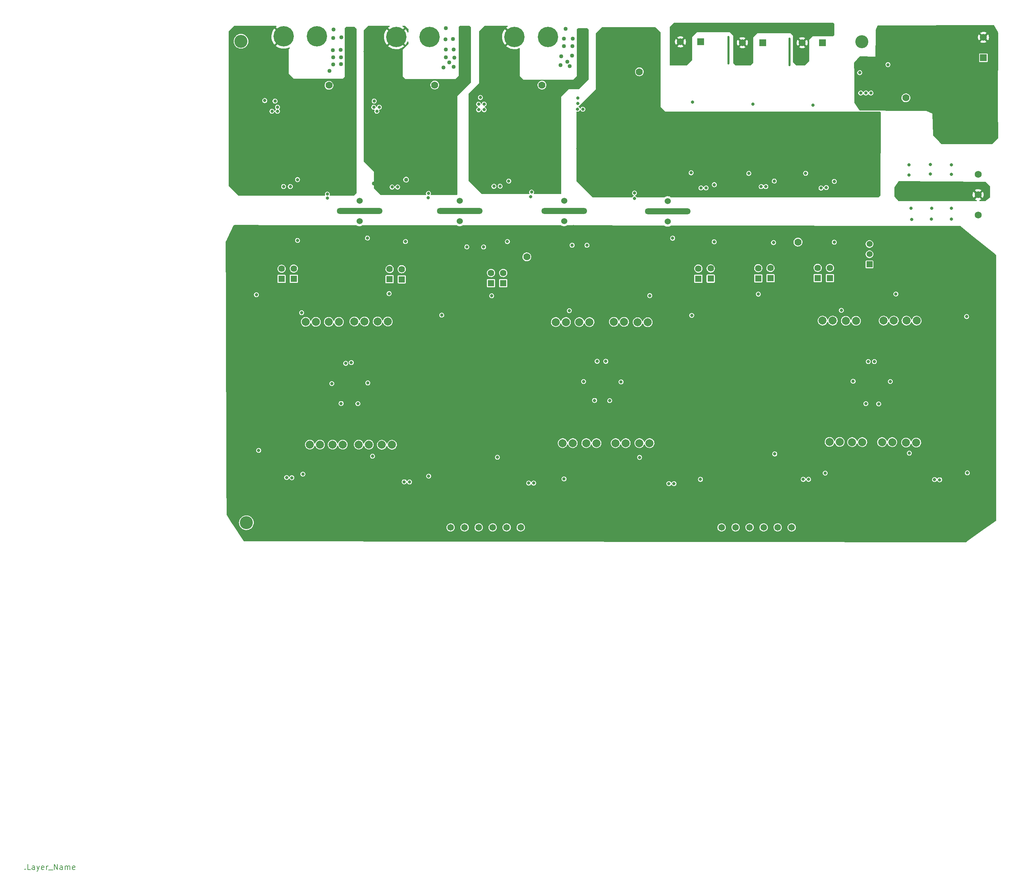
<source format=gbr>
%TF.GenerationSoftware,KiCad,Pcbnew,(5.99.0-10177-gd878cbddbc)*%
%TF.CreationDate,2021-05-05T15:51:09+02:00*%
%TF.ProjectId,TIDA-00555_E2,54494441-2d30-4303-9535-355f45322e6b,rev?*%
%TF.SameCoordinates,Original*%
%TF.FileFunction,Copper,L2,Inr*%
%TF.FilePolarity,Positive*%
%FSLAX46Y46*%
G04 Gerber Fmt 4.6, Leading zero omitted, Abs format (unit mm)*
G04 Created by KiCad (PCBNEW (5.99.0-10177-gd878cbddbc)) date 2021-05-05 15:51:09*
%MOMM*%
%LPD*%
G01*
G04 APERTURE LIST*
%ADD10C,0.203200*%
%TA.AperFunction,NonConductor*%
%ADD11C,0.203200*%
%TD*%
%TA.AperFunction,ComponentPad*%
%ADD12R,1.625600X1.625600*%
%TD*%
%TA.AperFunction,ComponentPad*%
%ADD13C,1.625600*%
%TD*%
%TA.AperFunction,ComponentPad*%
%ADD14C,1.651000*%
%TD*%
%TA.AperFunction,ComponentPad*%
%ADD15C,5.080000*%
%TD*%
%TA.AperFunction,ComponentPad*%
%ADD16C,1.778000*%
%TD*%
%TA.AperFunction,ComponentPad*%
%ADD17O,0.508000X7.162800*%
%TD*%
%TA.AperFunction,ComponentPad*%
%ADD18C,2.000000*%
%TD*%
%TA.AperFunction,ComponentPad*%
%ADD19O,11.430000X1.498600*%
%TD*%
%TA.AperFunction,ComponentPad*%
%ADD20C,3.251200*%
%TD*%
%TA.AperFunction,ComponentPad*%
%ADD21R,1.727200X1.727200*%
%TD*%
%TA.AperFunction,ComponentPad*%
%ADD22C,1.727200*%
%TD*%
%TA.AperFunction,ComponentPad*%
%ADD23C,1.524000*%
%TD*%
%TA.AperFunction,ComponentPad*%
%ADD24R,1.498600X1.498600*%
%TD*%
%TA.AperFunction,ComponentPad*%
%ADD25C,1.498600*%
%TD*%
%TA.AperFunction,ComponentPad*%
%ADD26C,1.752600*%
%TD*%
%TA.AperFunction,ViaPad*%
%ADD27C,0.812800*%
%TD*%
%TA.AperFunction,ViaPad*%
%ADD28C,1.016000*%
%TD*%
%TA.AperFunction,ViaPad*%
%ADD29C,0.800000*%
%TD*%
G04 APERTURE END LIST*
D10*
D11*
X27603108Y-229054572D02*
X27669874Y-229118048D01*
X27603108Y-229181524D01*
X27536342Y-229118048D01*
X27603108Y-229054572D01*
X27603108Y-229181524D01*
X28938422Y-229181524D02*
X28270765Y-229181524D01*
X28270765Y-227848532D01*
X30006674Y-229181524D02*
X30006674Y-228483290D01*
X29939908Y-228356338D01*
X29806377Y-228292862D01*
X29539314Y-228292862D01*
X29405782Y-228356338D01*
X30006674Y-229118048D02*
X29873142Y-229181524D01*
X29539314Y-229181524D01*
X29405782Y-229118048D01*
X29339017Y-228991096D01*
X29339017Y-228864145D01*
X29405782Y-228737193D01*
X29539314Y-228673717D01*
X29873142Y-228673717D01*
X30006674Y-228610241D01*
X30540800Y-228292862D02*
X30874628Y-229181524D01*
X31208457Y-228292862D02*
X30874628Y-229181524D01*
X30741097Y-229498903D01*
X30674331Y-229562379D01*
X30540800Y-229625854D01*
X32276708Y-229118048D02*
X32143177Y-229181524D01*
X31876114Y-229181524D01*
X31742582Y-229118048D01*
X31675817Y-228991096D01*
X31675817Y-228483290D01*
X31742582Y-228356338D01*
X31876114Y-228292862D01*
X32143177Y-228292862D01*
X32276708Y-228356338D01*
X32343474Y-228483290D01*
X32343474Y-228610241D01*
X31675817Y-228737193D01*
X32944365Y-229181524D02*
X32944365Y-228292862D01*
X32944365Y-228546766D02*
X33011131Y-228419814D01*
X33077897Y-228356338D01*
X33211428Y-228292862D01*
X33344960Y-228292862D01*
X33478491Y-229308475D02*
X34546742Y-229308475D01*
X34880571Y-229181524D02*
X34880571Y-227848532D01*
X35681760Y-229181524D01*
X35681760Y-227848532D01*
X36950308Y-229181524D02*
X36950308Y-228483290D01*
X36883542Y-228356338D01*
X36750011Y-228292862D01*
X36482948Y-228292862D01*
X36349417Y-228356338D01*
X36950308Y-229118048D02*
X36816777Y-229181524D01*
X36482948Y-229181524D01*
X36349417Y-229118048D01*
X36282651Y-228991096D01*
X36282651Y-228864145D01*
X36349417Y-228737193D01*
X36482948Y-228673717D01*
X36816777Y-228673717D01*
X36950308Y-228610241D01*
X37617965Y-229181524D02*
X37617965Y-228292862D01*
X37617965Y-228419814D02*
X37684731Y-228356338D01*
X37818262Y-228292862D01*
X38018560Y-228292862D01*
X38152091Y-228356338D01*
X38218857Y-228483290D01*
X38218857Y-229181524D01*
X38218857Y-228483290D02*
X38285622Y-228356338D01*
X38419154Y-228292862D01*
X38619451Y-228292862D01*
X38752982Y-228356338D01*
X38819748Y-228483290D01*
X38819748Y-229181524D01*
X40021531Y-229118048D02*
X39888000Y-229181524D01*
X39620937Y-229181524D01*
X39487405Y-229118048D01*
X39420640Y-228991096D01*
X39420640Y-228483290D01*
X39487405Y-228356338D01*
X39620937Y-228292862D01*
X39888000Y-228292862D01*
X40021531Y-228356338D01*
X40088297Y-228483290D01*
X40088297Y-228610241D01*
X39420640Y-228737193D01*
D12*
%TO.N,DOUTP_W_PH*%
%TO.C,J26*%
X228432200Y-81534000D03*
D13*
%TO.N,DOUTP_W_PH1*%
X228432200Y-78994000D03*
%TD*%
D14*
%TO.N,Ip_U*%
%TO.C,J8*%
X133794797Y-143771600D03*
%TO.N,In_U*%
X137294800Y-143771600D03*
%TO.N,Ip_V*%
X140794801Y-143771600D03*
%TO.N,In_V*%
X144294802Y-143771600D03*
%TO.N,Ip_W*%
X147794802Y-143771600D03*
%TO.N,In_W*%
X151294803Y-143771600D03*
%TD*%
D12*
%TO.N,DOUTN_W_PH*%
%TO.C,J27*%
X225384200Y-81508600D03*
D13*
%TO.N,DOUTN_W_PH1*%
X225384200Y-78968600D03*
%TD*%
D15*
%TO.N,GND_WSH*%
%TO.C,TP7*%
X149666800Y-21336000D03*
%TD*%
D16*
%TO.N,-5.0V_PH*%
%TO.C,TP16*%
X180898800Y-30022800D03*
%TD*%
D15*
%TO.N,NetFB6_1*%
%TO.C,TP8*%
X158048800Y-21336000D03*
%TD*%
D17*
%TO.N,*%
%TO.C,*%
X218399200Y-25069800D03*
%TD*%
D18*
%TO.N,Vp_V*%
%TO.C,TP29*%
X234950000Y-92202000D03*
X232410000Y-92202000D03*
%TD*%
D12*
%TO.N,DOUTP_CH_W*%
%TO.C,J20*%
X146923600Y-82778600D03*
D13*
%TO.N,DOUTP_CH_W1*%
X146923600Y-80238600D03*
%TD*%
D16*
%TO.N,AMC_VCC*%
%TO.C,TP17*%
X220472000Y-72542400D03*
%TD*%
D12*
%TO.N,DOUTN_CH_W*%
%TO.C,J21*%
X143875600Y-82778600D03*
D13*
%TO.N,DOUTN_CH_W1*%
X143875600Y-80238600D03*
%TD*%
D18*
%TO.N,Ip_W*%
%TO.C,TP21*%
X168452800Y-92506800D03*
X165912800Y-92506800D03*
%TD*%
%TO.N,In_U*%
%TO.C,TP15*%
X104343200Y-123088400D03*
X106883200Y-123088400D03*
%TD*%
D19*
%TO.N,*%
%TO.C,*%
X111058800Y-64770000D03*
%TD*%
D20*
%TO.N,N/C*%
%TO.C,MH2*%
X82829400Y-142595600D03*
%TD*%
D18*
%TO.N,Vn_V*%
%TO.C,TP33*%
X236524800Y-122478800D03*
X233984800Y-122478800D03*
%TD*%
D20*
%TO.N,N/C*%
%TO.C,MH3*%
X236433200Y-22529800D03*
%TD*%
D21*
%TO.N,NetFB11_1*%
%TO.C,J15*%
X211693600Y-22758400D03*
D22*
%TO.N,NEUTRAL*%
X206613600Y-22758400D03*
%TD*%
D18*
%TO.N,In_W*%
%TO.C,TP22*%
X167640000Y-122732800D03*
X170180000Y-122732800D03*
%TD*%
%TO.N,Net-(R120-Pad1)*%
%TO.C,TP23*%
X164287200Y-122732800D03*
X161747200Y-122732800D03*
%TD*%
D12*
%TO.N,DOUTN_CH_U*%
%TO.C,J11*%
X91602400Y-81737200D03*
D13*
%TO.N,DOUTN_CH_U1*%
X91602400Y-79197200D03*
%TD*%
D20*
%TO.N,N/C*%
%TO.C,MH1*%
X81493200Y-22402800D03*
%TD*%
D18*
%TO.N,Net-(R136-Pad1)*%
%TO.C,TP35*%
X247446800Y-122580400D03*
X249986800Y-122580400D03*
%TD*%
D14*
%TO.N,Vp_U*%
%TO.C,J29*%
X201409597Y-143764000D03*
%TO.N,Vn_U*%
X204909600Y-143764000D03*
%TO.N,Vp_V*%
X208409601Y-143764000D03*
%TO.N,Vn_V*%
X211909602Y-143764000D03*
%TO.N,Vp_W*%
X215409602Y-143764000D03*
%TO.N,Vn_W*%
X218909603Y-143764000D03*
%TD*%
D15*
%TO.N,NetFB4_1*%
%TO.C,TP5*%
X128534000Y-21336000D03*
%TD*%
D12*
%TO.N,DOUTP_CH_V*%
%TO.C,J18*%
X121599800Y-81838800D03*
D13*
%TO.N,DOUTP_CH_V1*%
X121599800Y-79298800D03*
%TD*%
D18*
%TO.N,In_V*%
%TO.C,TP53*%
X113385600Y-123088400D03*
X110845600Y-123088400D03*
%TD*%
D19*
%TO.N,*%
%TO.C,*%
X136077800Y-64770000D03*
%TD*%
D12*
%TO.N,DOUTP_U_PH*%
%TO.C,J22*%
X198688800Y-81661000D03*
D13*
%TO.N,DOUTP_U_PH1*%
X198688800Y-79121000D03*
%TD*%
D18*
%TO.N,Net-(R128-Pad2)*%
%TO.C,TP31*%
X247548400Y-92151200D03*
X250088400Y-92151200D03*
%TD*%
D12*
%TO.N,DOUTN_U_PH*%
%TO.C,J23*%
X195615400Y-81686400D03*
D13*
%TO.N,DOUTN_U_PH1*%
X195615400Y-79146400D03*
%TD*%
D12*
%TO.N,DOUTN_V_PH*%
%TO.C,J25*%
X210550600Y-81584800D03*
D13*
%TO.N,DOUTN_V_PH1*%
X210550600Y-79044800D03*
%TD*%
D18*
%TO.N,Net-(R46-Pad1)*%
%TO.C,TP52*%
X119176800Y-123139200D03*
X116636800Y-123139200D03*
%TD*%
D16*
%TO.N,-5.0V_VSH*%
%TO.C,TP6*%
X129829400Y-33324800D03*
%TD*%
D23*
%TO.N,DGND*%
%TO.C,C51*%
X187944600Y-67437000D03*
%TO.N,GND_PH*%
X187944600Y-62357000D03*
%TD*%
D17*
%TO.N,*%
%TO.C,*%
X203108400Y-24638000D03*
%TD*%
D23*
%TO.N,DGND*%
%TO.C,C7*%
X111058800Y-67310000D03*
%TO.N,GND_USH*%
X111058800Y-62230000D03*
%TD*%
D18*
%TO.N,Vn_U*%
%TO.C,TP26*%
X174955200Y-122732800D03*
X177495200Y-122732800D03*
%TD*%
D12*
%TO.N,DOUTP_CH_U*%
%TO.C,J10*%
X94650400Y-81686400D03*
D13*
%TO.N,DOUTP_CH_U1*%
X94650400Y-79146400D03*
%TD*%
D12*
%TO.N,DOUTN_CH_V*%
%TO.C,J19*%
X118577200Y-81813400D03*
D13*
%TO.N,DOUTN_CH_V1*%
X118577200Y-79273400D03*
%TD*%
D18*
%TO.N,Net-(R29-Pad1)*%
%TO.C,TP11*%
X100177600Y-92456000D03*
X97637600Y-92456000D03*
%TD*%
%TO.N,Net-(R124-Pad1)*%
%TO.C,TP28*%
X226618800Y-92151200D03*
X229158800Y-92151200D03*
%TD*%
D16*
%TO.N,AMC_VCC*%
%TO.C,TP9*%
X152816400Y-76225400D03*
%TD*%
D12*
%TO.N,DOUTP_V_PH*%
%TO.C,J24*%
X213598600Y-81559400D03*
D13*
%TO.N,DOUTP_V_PH1*%
X213598600Y-79019400D03*
%TD*%
D18*
%TO.N,Net-(R116-Pad2)*%
%TO.C,TP20*%
X160020000Y-92506800D03*
X162560000Y-92506800D03*
%TD*%
D24*
%TO.N,AVCC*%
%TO.C,J28*%
X238312800Y-78105000D03*
D25*
%TO.N,AMC_VCC*%
X238312800Y-75565000D03*
%TO.N,+5V_CNTL*%
X238312800Y-73025000D03*
%TD*%
D16*
%TO.N,-5.0V_WSH*%
%TO.C,TP10*%
X156575600Y-33350200D03*
%TD*%
D18*
%TO.N,Net-(R108-Pad1)*%
%TO.C,TP24*%
X180441600Y-92557600D03*
X182981600Y-92557600D03*
%TD*%
%TO.N,Ip_V*%
%TO.C,TP51*%
X109778800Y-92354400D03*
X112318800Y-92354400D03*
%TD*%
D26*
%TO.N,+15V*%
%TO.C,J30*%
X265430000Y-55626000D03*
%TO.N,DGND*%
X265430000Y-60706000D03*
%TO.N,-15V*%
X265430000Y-65786000D03*
%TD*%
D15*
%TO.N,GND_VSH*%
%TO.C,TP4*%
X120202800Y-21336000D03*
%TD*%
D18*
%TO.N,Vp_W*%
%TO.C,TP30*%
X244398800Y-92151200D03*
X241858800Y-92151200D03*
%TD*%
D15*
%TO.N,GND_USH*%
%TO.C,TP1*%
X92135800Y-21209000D03*
%TD*%
D19*
%TO.N,*%
%TO.C,*%
X187944600Y-64897000D03*
%TD*%
D16*
%TO.N,-5.0V_USH*%
%TO.C,TP3*%
X103438800Y-33401000D03*
%TD*%
D15*
%TO.N,NetFB2_1*%
%TO.C,TP2*%
X100390800Y-21209000D03*
%TD*%
D21*
%TO.N,+5V_CNTL*%
%TO.C,J17*%
X266750800Y-26517600D03*
D22*
%TO.N,DGND*%
X266750800Y-21437600D03*
%TD*%
D21*
%TO.N,NetFB12_1*%
%TO.C,J16*%
X226603400Y-22758400D03*
D22*
%TO.N,NEUTRAL*%
X221523400Y-22758400D03*
%TD*%
D21*
%TO.N,NetFB9_1*%
%TO.C,J14*%
X196225000Y-22555200D03*
D22*
%TO.N,NEUTRAL*%
X191145000Y-22555200D03*
%TD*%
D18*
%TO.N,Net-(R132-Pad2)*%
%TO.C,TP32*%
X230886000Y-122428000D03*
X228346000Y-122428000D03*
%TD*%
D19*
%TO.N,*%
%TO.C,*%
X162112800Y-64770000D03*
%TD*%
D18*
%TO.N,Net-(R112-Pad2)*%
%TO.C,TP27*%
X183438800Y-122732800D03*
X180898800Y-122732800D03*
%TD*%
%TO.N,Ip_U*%
%TO.C,TP12*%
X103378000Y-92456000D03*
X105918000Y-92456000D03*
%TD*%
%TO.N,Vn_W*%
%TO.C,TP34*%
X241452400Y-122478800D03*
X243992400Y-122478800D03*
%TD*%
%TO.N,Net-(R38-Pad2)*%
%TO.C,TP50*%
X115570000Y-92354400D03*
X118110000Y-92354400D03*
%TD*%
D23*
%TO.N,DGND*%
%TO.C,C15*%
X136077800Y-67310000D03*
%TO.N,GND_VSH*%
X136077800Y-62230000D03*
%TD*%
D18*
%TO.N,Net-(R34-Pad2)*%
%TO.C,TP13*%
X101193600Y-123088400D03*
X98653600Y-123088400D03*
%TD*%
%TO.N,Vp_U*%
%TO.C,TP25*%
X174548800Y-92456000D03*
X177088800Y-92456000D03*
%TD*%
D23*
%TO.N,DGND*%
%TO.C,C26*%
X162112800Y-67310000D03*
%TO.N,GND_WSH*%
X162112800Y-62230000D03*
%TD*%
D16*
%TO.N,DVCC*%
%TO.C,TP18*%
X247396000Y-36525200D03*
%TD*%
D27*
%TO.N,+5V_CNTL*%
X113040000Y-71526400D03*
X189189200Y-71577200D03*
X137830400Y-73736200D03*
X142021400Y-73761600D03*
X167827800Y-73329800D03*
X164119400Y-73329800D03*
%TO.N,+5.0V_PH*%
X166811800Y-39370000D03*
X165491000Y-39370000D03*
X208188400Y-55397400D03*
X214563800Y-57302400D03*
X222387000Y-55372000D03*
X165541800Y-37973000D03*
X193812000Y-55245000D03*
X229524400Y-57378600D03*
X165541800Y-36601400D03*
X199603200Y-58216800D03*
%TO.N,+5.0V_USH*%
X90611800Y-38862000D03*
X89214800Y-39878000D03*
X89976800Y-37338000D03*
X95590200Y-56946800D03*
X90611800Y-39878000D03*
D28*
%TO.N,+5.0V_VSH*%
X122692000Y-56946800D03*
D27*
X116011800Y-38862000D03*
X114614800Y-38862000D03*
X114741800Y-37338000D03*
X115376800Y-39878000D03*
%TO.N,+5.0V_WSH*%
X142173800Y-39497000D03*
X148295200Y-57302400D03*
X141234000Y-36449000D03*
X140776800Y-38100000D03*
X140776800Y-39497000D03*
X142173800Y-38100000D03*
%TO.N,AGND*%
X235864400Y-30251400D03*
D29*
X242925600Y-28244800D03*
D27*
%TO.N,AMC_VCC*%
X147965000Y-72415400D03*
X199552400Y-72466200D03*
X95590200Y-72110600D03*
X229524400Y-72567800D03*
X122539600Y-72415400D03*
X214360600Y-72669400D03*
D29*
%TO.N,DGND*%
X248259600Y-130403600D03*
X228244400Y-100025200D03*
X154969600Y-85598000D03*
D27*
X110500000Y-76047600D03*
D29*
X97637600Y-107950000D03*
X183337200Y-107442000D03*
D27*
X208086800Y-71983600D03*
X188452600Y-70358000D03*
D29*
X262636000Y-125171200D03*
X210566000Y-91897200D03*
X126005200Y-85394800D03*
X227633000Y-107391200D03*
X194767200Y-86004400D03*
X182626000Y-99669600D03*
X119401200Y-89103200D03*
D27*
X223225200Y-72009000D03*
X141615000Y-71653400D03*
X263880600Y-43307000D03*
X164475000Y-68707000D03*
X147965000Y-74015600D03*
X249580400Y-26822400D03*
D29*
X259029200Y-58572400D03*
D27*
X251866400Y-29235400D03*
D29*
X158170000Y-126314800D03*
X253898400Y-61366400D03*
X248310400Y-116433600D03*
D27*
X122565000Y-74015600D03*
X134960200Y-77266800D03*
X262204200Y-39827200D03*
D29*
X249174000Y-99669600D03*
D27*
X139760800Y-80772000D03*
X137347800Y-70104000D03*
X257454400Y-30530800D03*
X260451600Y-43256200D03*
D29*
X100279200Y-85801200D03*
X144047600Y-90779600D03*
X227380800Y-125374400D03*
X245160800Y-89255600D03*
X114300000Y-131826000D03*
X182118000Y-115011200D03*
X214782400Y-130606800D03*
D27*
X214360600Y-74269600D03*
D29*
X102920800Y-125780800D03*
X248310400Y-61315600D03*
D27*
X116088000Y-71729600D03*
D29*
X258267200Y-86512400D03*
X251358400Y-107442000D03*
D27*
X263880600Y-41529000D03*
D29*
X183540400Y-88798400D03*
D27*
X262204200Y-41579800D03*
D29*
X180848000Y-131267200D03*
D27*
X95590200Y-73710800D03*
D29*
X161340800Y-114960400D03*
X145266800Y-131191600D03*
D27*
X158201200Y-75946000D03*
X112963800Y-69469000D03*
D29*
X253898400Y-58623200D03*
D27*
X199527000Y-74142600D03*
X89214800Y-71602600D03*
X246659400Y-30759400D03*
D29*
X84988400Y-90068400D03*
D27*
X230819800Y-78740000D03*
X244246400Y-29235400D03*
D29*
X236728000Y-27990800D03*
X231698800Y-116281200D03*
X119225800Y-115114600D03*
D27*
X260527800Y-39827200D03*
D29*
X226466400Y-85547200D03*
D27*
X254533400Y-28981400D03*
D29*
X98653600Y-115671600D03*
D27*
X260426200Y-41579800D03*
X131886800Y-75565000D03*
D29*
X248361200Y-58572400D03*
X119583200Y-107899200D03*
X119176800Y-99060000D03*
D27*
X163789200Y-77724000D03*
D29*
X259080000Y-61264800D03*
X130759200Y-125120400D03*
D27*
X263829800Y-39827200D03*
X269646400Y-32004000D03*
X161096800Y-76276200D03*
X193227800Y-71932800D03*
D29*
X160274000Y-107340400D03*
D27*
X107121800Y-75692000D03*
D29*
X195935600Y-125984000D03*
D27*
X229549800Y-74345800D03*
D29*
X98755200Y-99923600D03*
D27*
X262229600Y-43332400D03*
X269646400Y-33807400D03*
X232343800Y-75565000D03*
X188960600Y-74498200D03*
D29*
X85648800Y-129489200D03*
X160782000Y-99466400D03*
%TO.N,DOUTN_CH_U*%
X94183200Y-131368800D03*
%TO.N,DOUTN_CH_V*%
X123545600Y-132435600D03*
%TO.N,DOUTN_CH_W*%
X154512400Y-132715600D03*
%TO.N,DOUTN_U_PH*%
X189534800Y-132842000D03*
%TO.N,DOUTN_V_PH*%
X223113600Y-131775200D03*
%TO.N,DOUTN_W_PH*%
X255828800Y-131876800D03*
%TO.N,DOUTP_CH_U*%
X92862400Y-131318000D03*
%TO.N,DOUTP_CH_V*%
X122224800Y-132384800D03*
%TO.N,DOUTP_CH_W*%
X153293200Y-132715600D03*
%TO.N,DOUTP_U_PH*%
X188264800Y-132842000D03*
%TO.N,DOUTP_V_PH*%
X221792800Y-131775200D03*
%TO.N,DOUTP_W_PH*%
X254558800Y-131826000D03*
D27*
%TO.N,GND_PH*%
X229524400Y-55803800D03*
X166811800Y-49174400D03*
X209737800Y-48514000D03*
X222615600Y-45237400D03*
X177860800Y-52171600D03*
X165541800Y-49174400D03*
X220278800Y-58521600D03*
X205750000Y-58343800D03*
X184083800Y-44602400D03*
X180654800Y-40284400D03*
X199603200Y-55626000D03*
X179130800Y-52171600D03*
X184591800Y-37998400D03*
X182559800Y-39522400D03*
X183321800Y-37744400D03*
X214563800Y-55727600D03*
X183448800Y-38887400D03*
X178572000Y-53162200D03*
X191754600Y-58547000D03*
X194497800Y-49606200D03*
X192211800Y-46609000D03*
X207274000Y-45542200D03*
X185226800Y-27457400D03*
X179359400Y-23876000D03*
X224723800Y-48590200D03*
X173365000Y-23901400D03*
D28*
%TO.N,GND_USH*%
X89214800Y-48768000D03*
X86598600Y-22936200D03*
X104835800Y-43180000D03*
X105521600Y-41859200D03*
X102930800Y-43053000D03*
X103819800Y-51943000D03*
X86522400Y-29667200D03*
X90611800Y-48768000D03*
X80197800Y-38608000D03*
X86624000Y-25069800D03*
X106867800Y-42164000D03*
X86598600Y-27711400D03*
X88224200Y-19431000D03*
X89214800Y-27178000D03*
X108772800Y-38862000D03*
D27*
X95590200Y-55346600D03*
D28*
X108874400Y-31496000D03*
X88452800Y-23012400D03*
X89214800Y-29718000D03*
X86751000Y-20726400D03*
X103438800Y-53594000D03*
X87030400Y-59385200D03*
X108772800Y-41021000D03*
X101686200Y-51663600D03*
X108772800Y-25146000D03*
X107248800Y-44704000D03*
X89240200Y-25044400D03*
X108264800Y-42164000D03*
%TO.N,GND_VSH*%
X134045800Y-42164000D03*
X114614800Y-57912000D03*
X115630800Y-20116800D03*
X127162400Y-51638200D03*
X132648800Y-42164000D03*
X114691000Y-24790400D03*
X112532000Y-25019000D03*
X115757800Y-29921200D03*
X134299800Y-40640000D03*
X114691000Y-22098000D03*
X116570600Y-27889200D03*
X116545200Y-24765000D03*
X117916800Y-29845000D03*
X115707000Y-26441400D03*
X114487800Y-49022000D03*
X136585800Y-25781000D03*
X128534000Y-43027600D03*
X132953600Y-44678600D03*
X116519800Y-22148800D03*
X134299800Y-39116000D03*
X115884800Y-49022000D03*
X128991200Y-51587400D03*
X114665600Y-27863800D03*
X131124800Y-42164000D03*
X128584800Y-53721000D03*
X122692000Y-55346600D03*
D29*
%TO.N,Ip_V*%
X109016800Y-102616000D03*
D27*
%TO.N,NetC9_2*%
X119186800Y-58801000D03*
%TO.N,NetC9_1*%
X120583800Y-58801000D03*
%TO.N,NetC55_2*%
X196275800Y-59029600D03*
%TO.N,NetC55_1*%
X197545800Y-59029600D03*
%TO.N,NetC61_2*%
X211287200Y-58699400D03*
%TO.N,NetC61_1*%
X212455600Y-58699400D03*
%TO.N,NetC68_2*%
X226222400Y-59055000D03*
%TO.N,NetC68_1*%
X227543200Y-58928000D03*
%TO.N,NetC18_2*%
X144586800Y-58623200D03*
D29*
%TO.N,In_U*%
X106476800Y-112826800D03*
%TO.N,Ip_U*%
X107594400Y-102819200D03*
D27*
%TO.N,NetC18_1*%
X146136200Y-58572400D03*
D29*
%TO.N,Vn_W*%
X240607002Y-112928400D03*
%TO.N,Vn_V*%
X237406602Y-112877600D03*
%TO.N,Vp_W*%
X239540202Y-102362000D03*
D27*
%TO.N,NetC2_1*%
X93786800Y-58674000D03*
%TO.N,NetC2_2*%
X92135800Y-58674000D03*
%TO.N,NetD1_2*%
X87411400Y-37211000D03*
%TO.N,NetD21_1*%
X179638800Y-61645800D03*
D29*
X179679600Y-60299600D03*
D27*
%TO.N,NetD43_1*%
X103032400Y-60579000D03*
X103057800Y-61595000D03*
%TO.N,NetD37_1*%
X128203800Y-61468000D03*
X128254600Y-60401200D03*
%TO.N,NetD32_1*%
X153730800Y-61214000D03*
X153984800Y-60071000D03*
D28*
%TO.N,NetFB2_1*%
X106486800Y-21386800D03*
X106385200Y-24561800D03*
X106436000Y-28117800D03*
X103591200Y-29819600D03*
X104454800Y-26416000D03*
X104378600Y-24612600D03*
X104505600Y-28168600D03*
X104505600Y-21564600D03*
X104607200Y-19481800D03*
X106436000Y-26416000D03*
%TO.N,NetFB4_1*%
X132496400Y-21894800D03*
X134350600Y-21818600D03*
X132598000Y-19177000D03*
X134680800Y-26492200D03*
X132623400Y-26441400D03*
X134528400Y-24511000D03*
X132598000Y-24460200D03*
X134528400Y-28803600D03*
X132013800Y-28956000D03*
X133410800Y-27686000D03*
%TO.N,NetFB6_1*%
X162493800Y-19304000D03*
X162087400Y-23622000D03*
X161350800Y-26162000D03*
X163525200Y-28651200D03*
X164221000Y-23596600D03*
X162900200Y-27559000D03*
X162036600Y-21767800D03*
X164271800Y-21742400D03*
X164094000Y-25958800D03*
X161188400Y-28346400D03*
D27*
%TO.N,NetR60_2*%
X194142200Y-37592000D03*
%TO.N,NetR72_2*%
X209204400Y-38125400D03*
%TO.N,NetR84_2*%
X224241200Y-38354000D03*
D29*
%TO.N,Vp_V*%
X238016202Y-102362000D03*
%TO.N,Vn_U*%
X173482000Y-112115600D03*
%TO.N,Vp_U*%
X172516800Y-102311200D03*
%TO.N,In_W*%
X169722800Y-112064800D03*
%TO.N,Ip_W*%
X170332400Y-102311200D03*
D28*
%TO.N,GND_WSH*%
X154746800Y-42926000D03*
X153375200Y-51536600D03*
X142173800Y-48641000D03*
X159090200Y-42519600D03*
X157490000Y-42367200D03*
X155254800Y-51511200D03*
X159268000Y-46888400D03*
X143621600Y-26390600D03*
X143596200Y-21945600D03*
X160715800Y-39395400D03*
X143494600Y-24231600D03*
X145983800Y-24104600D03*
X143697800Y-29997400D03*
X146034600Y-22047200D03*
X140192600Y-58267600D03*
X141665800Y-25273000D03*
X144942400Y-28295600D03*
X154365800Y-53340000D03*
X160766600Y-40817800D03*
X145069400Y-19558000D03*
X146517200Y-30022800D03*
D27*
X148320600Y-55702200D03*
D28*
X140599000Y-48590200D03*
X146161600Y-26416000D03*
X160512600Y-42138600D03*
X166049800Y-23241000D03*
D27*
%TO.N,AVCC*%
X237388400Y-35331400D03*
X236118400Y-35331400D03*
X238658400Y-35331400D03*
D29*
%TO.N,-15V*%
X231292400Y-89560400D03*
X113131600Y-107696000D03*
X248818400Y-66852800D03*
X248259600Y-125222000D03*
X258724400Y-64058800D03*
X214680800Y-125425200D03*
X248716800Y-64109600D03*
X114300000Y-125984000D03*
X131572000Y-90779600D03*
X96621600Y-90170000D03*
X253796800Y-66802000D03*
X258724400Y-66802000D03*
X145470000Y-126264000D03*
X176326800Y-107442000D03*
X163402400Y-89662000D03*
X180949600Y-126288800D03*
X85902800Y-124561600D03*
X243502602Y-107340400D03*
X253847600Y-64058800D03*
X193954400Y-90830400D03*
X262534400Y-91135200D03*
%TO.N,+15V*%
X234238800Y-107289600D03*
X183489600Y-85902800D03*
X104140000Y-107848400D03*
X144047600Y-85953600D03*
X196138800Y-131775200D03*
X253542800Y-53187600D03*
X248208800Y-55778400D03*
X210566000Y-85547200D03*
X248208800Y-53289200D03*
X166979600Y-107340400D03*
X128320800Y-130962400D03*
X258724400Y-53238400D03*
X253542800Y-55575200D03*
X162102800Y-131673600D03*
X227279200Y-130200400D03*
X118436000Y-85394800D03*
X96926400Y-130454400D03*
X262737600Y-130149600D03*
X85322899Y-85678499D03*
X258724400Y-55626000D03*
X244906800Y-85496400D03*
%TO.N,In_V*%
X110642400Y-112877600D03*
%TD*%
%TA.AperFunction,Conductor*%
%TO.N,DGND*%
G36*
X267108531Y-57454571D02*
G01*
X267176557Y-57474894D01*
X267193079Y-57487689D01*
X268335541Y-58534946D01*
X268372241Y-58595721D01*
X268376400Y-58627827D01*
X268376400Y-61403837D01*
X268356398Y-61471958D01*
X268324510Y-61505738D01*
X267291936Y-62256701D01*
X267225079Y-62280591D01*
X267217826Y-62280800D01*
X265856744Y-62280800D01*
X265788623Y-62260798D01*
X265742130Y-62207142D01*
X265732026Y-62136868D01*
X265761520Y-62072288D01*
X265821697Y-62033772D01*
X265922758Y-62004507D01*
X265932684Y-62000696D01*
X266134495Y-61902919D01*
X266143640Y-61897490D01*
X266198093Y-61858577D01*
X266206497Y-61847853D01*
X266199517Y-61834727D01*
X265442812Y-61078022D01*
X265428868Y-61070408D01*
X265427035Y-61070539D01*
X265420420Y-61074790D01*
X264659510Y-61835700D01*
X264652750Y-61848080D01*
X264658822Y-61856191D01*
X264783978Y-61935464D01*
X264793423Y-61940381D01*
X265000367Y-62026735D01*
X265010506Y-62029991D01*
X265019266Y-62032005D01*
X265081172Y-62066764D01*
X265114458Y-62129475D01*
X265108556Y-62200225D01*
X265065340Y-62256554D01*
X264998531Y-62280576D01*
X264991029Y-62280800D01*
X245523552Y-62280800D01*
X245455431Y-62260798D01*
X245427886Y-62236800D01*
X244777992Y-61478591D01*
X244581534Y-61249389D01*
X244552388Y-61184651D01*
X244551200Y-61167390D01*
X244551200Y-60804826D01*
X264044662Y-60804826D01*
X264045460Y-60815440D01*
X264081119Y-61036833D01*
X264083693Y-61047155D01*
X264156146Y-61259377D01*
X264160420Y-61269113D01*
X264267596Y-61466096D01*
X264273450Y-61474974D01*
X264274738Y-61476608D01*
X264286663Y-61485079D01*
X264298199Y-61478591D01*
X265057978Y-60718812D01*
X265064356Y-60707132D01*
X265794408Y-60707132D01*
X265794539Y-60708965D01*
X265798790Y-60715580D01*
X266559100Y-61475890D01*
X266570891Y-61482329D01*
X266582887Y-61473056D01*
X266627669Y-61409220D01*
X266633023Y-61400020D01*
X266729034Y-61197366D01*
X266732758Y-61187406D01*
X266793251Y-60971471D01*
X266795246Y-60961015D01*
X266818737Y-60735621D01*
X266819072Y-60729705D01*
X266819272Y-60708963D01*
X266819050Y-60703051D01*
X266799889Y-60477238D01*
X266798097Y-60466750D01*
X266741759Y-60249692D01*
X266738227Y-60239664D01*
X266646124Y-60035200D01*
X266640954Y-60025910D01*
X266582004Y-59938350D01*
X266571998Y-59930047D01*
X266557935Y-59937275D01*
X265802022Y-60693188D01*
X265794408Y-60707132D01*
X265064356Y-60707132D01*
X265065592Y-60704868D01*
X265065461Y-60703035D01*
X265061210Y-60696420D01*
X264297433Y-59932643D01*
X264285053Y-59925883D01*
X264278297Y-59930940D01*
X264171468Y-60118612D01*
X264167003Y-60128276D01*
X264090490Y-60339066D01*
X264087719Y-60349333D01*
X264047816Y-60570001D01*
X264046815Y-60580595D01*
X264044662Y-60804826D01*
X244551200Y-60804826D01*
X244551200Y-59563618D01*
X264651790Y-59563618D01*
X264655470Y-59572260D01*
X265417188Y-60333978D01*
X265431132Y-60341592D01*
X265432965Y-60341461D01*
X265439580Y-60337210D01*
X266200575Y-59576215D01*
X266207305Y-59563890D01*
X266198777Y-59552533D01*
X266166382Y-59528430D01*
X266157345Y-59522826D01*
X265957443Y-59421192D01*
X265947590Y-59417191D01*
X265733430Y-59350692D01*
X265723043Y-59348408D01*
X265500729Y-59318942D01*
X265490115Y-59318442D01*
X265266019Y-59326856D01*
X265255468Y-59328151D01*
X265035989Y-59374202D01*
X265025809Y-59377256D01*
X264817233Y-59459627D01*
X264807706Y-59464356D01*
X264661297Y-59553200D01*
X264651790Y-59563618D01*
X244551200Y-59563618D01*
X244551200Y-58815978D01*
X244574670Y-58742742D01*
X245529293Y-57406270D01*
X245585163Y-57362464D01*
X245632416Y-57353507D01*
X267108531Y-57454571D01*
G37*
%TD.AperFunction*%
%TD*%
%TA.AperFunction,Conductor*%
%TO.N,GND_VSH*%
G36*
X118588748Y-18536602D02*
G01*
X118635241Y-18590258D01*
X118645345Y-18660532D01*
X118615851Y-18725112D01*
X118584102Y-18751443D01*
X118520835Y-18788339D01*
X118514869Y-18792288D01*
X118243868Y-18994653D01*
X118236722Y-19006840D01*
X118236755Y-19007650D01*
X118241831Y-19015821D01*
X120189988Y-20963978D01*
X120203932Y-20971592D01*
X120205765Y-20971461D01*
X120212380Y-20967210D01*
X122158561Y-19021029D01*
X122166075Y-19007268D01*
X122159617Y-18997907D01*
X122085102Y-18932561D01*
X122079482Y-18928169D01*
X121817071Y-18746128D01*
X121772501Y-18690864D01*
X121764884Y-18620277D01*
X121796638Y-18556778D01*
X121857682Y-18520526D01*
X121888891Y-18516600D01*
X122386977Y-18516600D01*
X122455098Y-18536602D01*
X122474647Y-18552102D01*
X123212470Y-19266868D01*
X123247480Y-19328632D01*
X123250800Y-19357366D01*
X123250800Y-20096269D01*
X123230798Y-20164390D01*
X123177142Y-20210883D01*
X123106868Y-20220987D01*
X123042288Y-20191493D01*
X123008603Y-20144994D01*
X122948200Y-20000950D01*
X122945075Y-19994541D01*
X122779425Y-19698750D01*
X122775577Y-19692710D01*
X122577521Y-19417594D01*
X122573022Y-19412037D01*
X122543769Y-19379832D01*
X122530209Y-19371559D01*
X122529986Y-19371564D01*
X122520925Y-19377085D01*
X120574822Y-21323188D01*
X120567208Y-21337132D01*
X120567339Y-21338965D01*
X120571590Y-21345580D01*
X122518704Y-23292694D01*
X122531545Y-23299706D01*
X122542234Y-23291911D01*
X122701459Y-23089936D01*
X122705554Y-23084087D01*
X122883945Y-22795811D01*
X122887358Y-22789525D01*
X123010839Y-22527705D01*
X123057988Y-22474625D01*
X123126349Y-22455462D01*
X123194219Y-22476300D01*
X123240048Y-22530523D01*
X123250800Y-22581452D01*
X123250800Y-23061810D01*
X123230798Y-23129931D01*
X123213895Y-23150905D01*
X121853800Y-24511000D01*
X121853800Y-31242000D01*
X122488800Y-31877000D01*
X134934800Y-31877000D01*
X135823800Y-30988000D01*
X135823800Y-18848190D01*
X135843802Y-18780069D01*
X135860705Y-18759095D01*
X136040895Y-18578905D01*
X136103207Y-18544879D01*
X136129990Y-18542000D01*
X138438610Y-18542000D01*
X138506731Y-18562002D01*
X138527705Y-18578905D01*
X138834895Y-18886095D01*
X138868921Y-18948407D01*
X138871800Y-18975190D01*
X138871800Y-32586810D01*
X138851798Y-32654931D01*
X138834895Y-32675905D01*
X135442800Y-36068000D01*
X135442800Y-60653810D01*
X135422798Y-60721931D01*
X135405895Y-60742905D01*
X135352705Y-60796095D01*
X135290393Y-60830121D01*
X135263610Y-60833000D01*
X128925382Y-60833000D01*
X128857261Y-60812998D01*
X128810768Y-60759342D01*
X128800664Y-60689068D01*
X128808230Y-60660616D01*
X128824328Y-60619958D01*
X128850376Y-60554169D01*
X128869700Y-60401200D01*
X128850376Y-60248231D01*
X128793616Y-60104873D01*
X128702989Y-59980135D01*
X128584187Y-59881854D01*
X128444676Y-59816205D01*
X128341362Y-59796497D01*
X128301008Y-59788799D01*
X128301006Y-59788799D01*
X128293222Y-59787314D01*
X128208135Y-59792667D01*
X128147254Y-59796497D01*
X128147252Y-59796497D01*
X128139342Y-59796995D01*
X128131806Y-59799444D01*
X128131804Y-59799444D01*
X128000245Y-59842190D01*
X128000242Y-59842191D01*
X127992703Y-59844641D01*
X127862521Y-59927257D01*
X127756974Y-60039653D01*
X127682694Y-60174767D01*
X127680724Y-60182439D01*
X127680723Y-60182442D01*
X127661814Y-60256090D01*
X127644350Y-60324108D01*
X127644350Y-60478292D01*
X127646321Y-60485967D01*
X127646321Y-60485970D01*
X127663832Y-60554169D01*
X127682694Y-60627633D01*
X127692957Y-60646300D01*
X127708246Y-60715628D01*
X127683626Y-60782219D01*
X127626913Y-60824929D01*
X127582542Y-60833000D01*
X116444990Y-60833000D01*
X116376869Y-60812998D01*
X116355895Y-60796095D01*
X114651705Y-59091905D01*
X114617679Y-59029593D01*
X114614800Y-59002810D01*
X114614800Y-58723908D01*
X118576550Y-58723908D01*
X118576550Y-58878092D01*
X118578521Y-58885767D01*
X118578521Y-58885770D01*
X118612923Y-59019756D01*
X118614894Y-59027433D01*
X118689174Y-59162547D01*
X118794721Y-59274943D01*
X118924903Y-59357559D01*
X118932442Y-59360009D01*
X118932445Y-59360010D01*
X119064004Y-59402756D01*
X119064006Y-59402756D01*
X119071542Y-59405205D01*
X119079452Y-59405703D01*
X119079454Y-59405703D01*
X119140335Y-59409533D01*
X119225422Y-59414886D01*
X119233206Y-59413401D01*
X119233208Y-59413401D01*
X119281745Y-59404142D01*
X119376876Y-59385995D01*
X119516387Y-59320346D01*
X119635189Y-59222065D01*
X119725816Y-59097327D01*
X119750739Y-59034381D01*
X119767487Y-58992080D01*
X119811162Y-58936106D01*
X119878165Y-58912630D01*
X119947224Y-58929106D01*
X119996412Y-58980302D01*
X120006681Y-59007130D01*
X120011894Y-59027433D01*
X120086174Y-59162547D01*
X120191721Y-59274943D01*
X120321903Y-59357559D01*
X120329442Y-59360009D01*
X120329445Y-59360010D01*
X120461004Y-59402756D01*
X120461006Y-59402756D01*
X120468542Y-59405205D01*
X120476452Y-59405703D01*
X120476454Y-59405703D01*
X120537335Y-59409533D01*
X120622422Y-59414886D01*
X120630206Y-59413401D01*
X120630208Y-59413401D01*
X120678745Y-59404142D01*
X120773876Y-59385995D01*
X120913387Y-59320346D01*
X121032189Y-59222065D01*
X121122816Y-59097327D01*
X121179576Y-58953969D01*
X121198900Y-58801000D01*
X121179576Y-58648031D01*
X121122816Y-58504673D01*
X121032189Y-58379935D01*
X120913387Y-58281654D01*
X120773876Y-58216005D01*
X120670562Y-58196297D01*
X120630208Y-58188599D01*
X120630206Y-58188599D01*
X120622422Y-58187114D01*
X120537335Y-58192467D01*
X120476454Y-58196297D01*
X120476452Y-58196297D01*
X120468542Y-58196795D01*
X120461006Y-58199244D01*
X120461004Y-58199244D01*
X120329445Y-58241990D01*
X120329442Y-58241991D01*
X120321903Y-58244441D01*
X120191721Y-58327057D01*
X120086174Y-58439453D01*
X120011894Y-58574567D01*
X120009923Y-58582244D01*
X120006681Y-58594870D01*
X119970367Y-58655877D01*
X119906835Y-58687566D01*
X119836256Y-58679876D01*
X119781038Y-58635250D01*
X119767487Y-58609920D01*
X119728734Y-58512042D01*
X119728733Y-58512040D01*
X119725816Y-58504673D01*
X119635189Y-58379935D01*
X119516387Y-58281654D01*
X119376876Y-58216005D01*
X119273562Y-58196297D01*
X119233208Y-58188599D01*
X119233206Y-58188599D01*
X119225422Y-58187114D01*
X119140335Y-58192467D01*
X119079454Y-58196297D01*
X119079452Y-58196297D01*
X119071542Y-58196795D01*
X119064006Y-58199244D01*
X119064004Y-58199244D01*
X118932445Y-58241990D01*
X118932442Y-58241991D01*
X118924903Y-58244441D01*
X118794721Y-58327057D01*
X118689174Y-58439453D01*
X118614894Y-58574567D01*
X118612924Y-58582239D01*
X118612923Y-58582242D01*
X118594017Y-58655877D01*
X118576550Y-58723908D01*
X114614800Y-58723908D01*
X114614800Y-56939295D01*
X121975339Y-56939295D01*
X121994236Y-57110459D01*
X121996845Y-57117590D01*
X121996846Y-57117592D01*
X122050805Y-57265041D01*
X122053416Y-57272175D01*
X122057652Y-57278478D01*
X122057652Y-57278479D01*
X122145228Y-57408807D01*
X122145231Y-57408810D01*
X122149462Y-57415107D01*
X122276829Y-57531002D01*
X122300317Y-57543755D01*
X122421488Y-57609546D01*
X122421490Y-57609547D01*
X122428165Y-57613171D01*
X122435514Y-57615099D01*
X122587383Y-57654941D01*
X122587385Y-57654941D01*
X122594733Y-57656869D01*
X122687308Y-57658323D01*
X122759319Y-57659455D01*
X122759322Y-57659455D01*
X122766916Y-57659574D01*
X122825445Y-57646169D01*
X122927370Y-57622825D01*
X122927374Y-57622824D01*
X122934773Y-57621129D01*
X122957804Y-57609546D01*
X123081833Y-57547167D01*
X123081836Y-57547165D01*
X123088616Y-57543755D01*
X123094387Y-57538826D01*
X123094390Y-57538824D01*
X123213789Y-57436847D01*
X123213790Y-57436846D01*
X123219561Y-57431917D01*
X123320049Y-57292073D01*
X123384279Y-57132296D01*
X123408543Y-56961809D01*
X123408700Y-56946800D01*
X123406881Y-56931764D01*
X123388924Y-56783383D01*
X123388012Y-56775843D01*
X123327142Y-56614756D01*
X123229605Y-56472838D01*
X123223316Y-56467234D01*
X123106701Y-56363335D01*
X123101030Y-56358282D01*
X123093002Y-56354031D01*
X123032112Y-56321792D01*
X122948842Y-56277703D01*
X122781826Y-56235751D01*
X122774228Y-56235711D01*
X122774226Y-56235711D01*
X122699865Y-56235322D01*
X122609625Y-56234850D01*
X122602246Y-56236622D01*
X122602242Y-56236622D01*
X122449557Y-56273278D01*
X122449553Y-56273279D01*
X122442178Y-56275050D01*
X122289155Y-56354031D01*
X122283433Y-56359023D01*
X122283431Y-56359024D01*
X122165115Y-56462238D01*
X122159388Y-56467234D01*
X122060370Y-56608123D01*
X122057611Y-56615198D01*
X122057610Y-56615201D01*
X122000576Y-56761485D01*
X121997816Y-56768564D01*
X121975339Y-56939295D01*
X114614800Y-56939295D01*
X114614800Y-54991000D01*
X112111705Y-52487905D01*
X112077679Y-52425593D01*
X112074800Y-52398810D01*
X112074800Y-38784908D01*
X114004550Y-38784908D01*
X114004550Y-38939092D01*
X114006521Y-38946767D01*
X114006521Y-38946770D01*
X114040923Y-39080756D01*
X114042894Y-39088433D01*
X114068721Y-39135412D01*
X114106930Y-39204913D01*
X114117174Y-39223547D01*
X114222721Y-39335943D01*
X114352903Y-39418559D01*
X114360442Y-39421009D01*
X114360445Y-39421010D01*
X114492004Y-39463756D01*
X114492006Y-39463756D01*
X114499542Y-39466205D01*
X114507452Y-39466703D01*
X114507454Y-39466703D01*
X114568335Y-39470533D01*
X114653422Y-39475886D01*
X114668535Y-39473003D01*
X114739197Y-39479888D01*
X114794919Y-39523883D01*
X114818011Y-39591019D01*
X114809291Y-39643162D01*
X114808715Y-39644617D01*
X114804894Y-39651567D01*
X114802924Y-39659239D01*
X114802923Y-39659242D01*
X114784014Y-39732890D01*
X114766550Y-39800908D01*
X114766550Y-39955092D01*
X114768521Y-39962767D01*
X114768521Y-39962770D01*
X114786032Y-40030969D01*
X114804894Y-40104433D01*
X114879174Y-40239547D01*
X114984721Y-40351943D01*
X115114903Y-40434559D01*
X115122442Y-40437009D01*
X115122445Y-40437010D01*
X115254004Y-40479756D01*
X115254006Y-40479756D01*
X115261542Y-40482205D01*
X115269452Y-40482703D01*
X115269454Y-40482703D01*
X115330335Y-40486533D01*
X115415422Y-40491886D01*
X115423206Y-40490401D01*
X115423208Y-40490401D01*
X115471745Y-40481142D01*
X115566876Y-40462995D01*
X115706387Y-40397346D01*
X115825189Y-40299065D01*
X115915816Y-40174327D01*
X115972576Y-40030969D01*
X115991900Y-39878000D01*
X115972576Y-39725031D01*
X115946528Y-39659242D01*
X115941679Y-39646994D01*
X115935200Y-39576293D01*
X115967972Y-39513313D01*
X116029592Y-39478050D01*
X116045938Y-39475604D01*
X116050422Y-39475886D01*
X116201876Y-39446995D01*
X116341387Y-39381346D01*
X116460189Y-39283065D01*
X116508478Y-39216601D01*
X116546157Y-39164740D01*
X116546158Y-39164738D01*
X116550816Y-39158327D01*
X116607576Y-39014969D01*
X116626900Y-38862000D01*
X116607576Y-38709031D01*
X116550816Y-38565673D01*
X116460189Y-38440935D01*
X116341387Y-38342654D01*
X116201876Y-38277005D01*
X116098562Y-38257297D01*
X116058208Y-38249599D01*
X116058206Y-38249599D01*
X116050422Y-38248114D01*
X115965335Y-38253467D01*
X115904454Y-38257297D01*
X115904452Y-38257297D01*
X115896542Y-38257795D01*
X115889006Y-38260244D01*
X115889004Y-38260244D01*
X115757445Y-38302990D01*
X115757442Y-38302991D01*
X115749903Y-38305441D01*
X115619721Y-38388057D01*
X115514174Y-38500453D01*
X115439894Y-38635567D01*
X115437923Y-38643244D01*
X115434681Y-38655870D01*
X115398367Y-38716877D01*
X115334835Y-38748566D01*
X115264256Y-38740876D01*
X115209038Y-38696250D01*
X115195487Y-38670920D01*
X115156734Y-38573042D01*
X115156733Y-38573040D01*
X115153816Y-38565673D01*
X115063189Y-38440935D01*
X114944387Y-38342654D01*
X114804876Y-38277005D01*
X114701562Y-38257297D01*
X114661208Y-38249599D01*
X114661206Y-38249599D01*
X114653422Y-38248114D01*
X114568335Y-38253467D01*
X114507454Y-38257297D01*
X114507452Y-38257297D01*
X114499542Y-38257795D01*
X114492006Y-38260244D01*
X114492004Y-38260244D01*
X114360445Y-38302990D01*
X114360442Y-38302991D01*
X114352903Y-38305441D01*
X114222721Y-38388057D01*
X114117174Y-38500453D01*
X114042894Y-38635567D01*
X114040924Y-38643239D01*
X114040923Y-38643242D01*
X114022017Y-38716877D01*
X114004550Y-38784908D01*
X112074800Y-38784908D01*
X112074800Y-37260908D01*
X114131550Y-37260908D01*
X114131550Y-37415092D01*
X114133521Y-37422767D01*
X114133521Y-37422770D01*
X114151032Y-37490969D01*
X114169894Y-37564433D01*
X114244174Y-37699547D01*
X114349721Y-37811943D01*
X114479903Y-37894559D01*
X114487442Y-37897009D01*
X114487445Y-37897010D01*
X114619004Y-37939756D01*
X114619006Y-37939756D01*
X114626542Y-37942205D01*
X114634452Y-37942703D01*
X114634454Y-37942703D01*
X114695335Y-37946533D01*
X114780422Y-37951886D01*
X114788206Y-37950401D01*
X114788208Y-37950401D01*
X114836745Y-37941142D01*
X114931876Y-37922995D01*
X115071387Y-37857346D01*
X115190189Y-37759065D01*
X115280816Y-37634327D01*
X115337576Y-37490969D01*
X115356900Y-37338000D01*
X115337576Y-37185031D01*
X115280816Y-37041673D01*
X115190189Y-36916935D01*
X115071387Y-36818654D01*
X114931876Y-36753005D01*
X114828562Y-36733297D01*
X114788208Y-36725599D01*
X114788206Y-36725599D01*
X114780422Y-36724114D01*
X114695335Y-36729467D01*
X114634454Y-36733297D01*
X114634452Y-36733297D01*
X114626542Y-36733795D01*
X114619006Y-36736244D01*
X114619004Y-36736244D01*
X114487445Y-36778990D01*
X114487442Y-36778991D01*
X114479903Y-36781441D01*
X114349721Y-36864057D01*
X114244174Y-36976453D01*
X114169894Y-37111567D01*
X114167924Y-37119239D01*
X114167923Y-37119242D01*
X114149014Y-37192890D01*
X114131550Y-37260908D01*
X112074800Y-37260908D01*
X112074800Y-33426195D01*
X128736393Y-33426195D01*
X128775286Y-33631049D01*
X128852213Y-33824852D01*
X128855439Y-33829906D01*
X128855441Y-33829910D01*
X128961178Y-33995563D01*
X128964401Y-34000612D01*
X128968516Y-34004956D01*
X128968520Y-34004961D01*
X129045239Y-34085947D01*
X129107799Y-34151987D01*
X129277235Y-34273514D01*
X129466594Y-34360810D01*
X129472410Y-34362244D01*
X129472413Y-34362245D01*
X129663220Y-34409288D01*
X129663221Y-34409288D01*
X129669045Y-34410724D01*
X129675036Y-34411033D01*
X129675038Y-34411033D01*
X129735221Y-34414134D01*
X129877281Y-34421455D01*
X129883216Y-34420626D01*
X129883220Y-34420626D01*
X130044093Y-34398160D01*
X130083790Y-34392616D01*
X130281119Y-34325247D01*
X130286327Y-34322270D01*
X130286330Y-34322269D01*
X130367235Y-34276028D01*
X130462150Y-34221780D01*
X130620349Y-34085947D01*
X130750009Y-33922650D01*
X130801028Y-33824852D01*
X130843677Y-33743097D01*
X130843678Y-33743095D01*
X130846450Y-33737781D01*
X130906194Y-33538011D01*
X130927085Y-33330548D01*
X130927100Y-33324800D01*
X130907296Y-33117230D01*
X130848599Y-32917150D01*
X130801244Y-32825205D01*
X130755872Y-32737109D01*
X130755870Y-32737106D01*
X130753126Y-32731778D01*
X130624323Y-32567805D01*
X130466838Y-32431145D01*
X130461655Y-32428147D01*
X130461650Y-32428143D01*
X130291542Y-32329735D01*
X130286351Y-32326732D01*
X130089377Y-32258331D01*
X130083442Y-32257470D01*
X130083440Y-32257470D01*
X129888962Y-32229272D01*
X129888959Y-32229272D01*
X129883022Y-32228411D01*
X129674733Y-32238051D01*
X129668909Y-32239455D01*
X129668906Y-32239455D01*
X129477857Y-32285498D01*
X129477855Y-32285499D01*
X129472024Y-32286904D01*
X129466566Y-32289386D01*
X129466562Y-32289387D01*
X129377822Y-32329735D01*
X129282210Y-32373207D01*
X129112140Y-32493847D01*
X128967951Y-32644469D01*
X128854845Y-32819639D01*
X128852602Y-32825205D01*
X128813231Y-32922898D01*
X128776904Y-33013036D01*
X128736939Y-33217683D01*
X128736393Y-33426195D01*
X112074800Y-33426195D01*
X112074800Y-23664086D01*
X118239895Y-23664086D01*
X118247238Y-23674343D01*
X118405525Y-23803668D01*
X118411300Y-23807864D01*
X118696428Y-23991265D01*
X118702636Y-23994776D01*
X119006694Y-24144721D01*
X119013259Y-24147508D01*
X119332337Y-24262069D01*
X119339179Y-24264096D01*
X119669183Y-24341801D01*
X119676189Y-24343037D01*
X120012876Y-24382887D01*
X120019988Y-24383322D01*
X120359013Y-24384800D01*
X120366133Y-24384427D01*
X120703134Y-24347519D01*
X120710179Y-24346341D01*
X121040829Y-24271522D01*
X121047702Y-24269551D01*
X121367760Y-24157782D01*
X121374350Y-24155053D01*
X121679713Y-24007763D01*
X121685938Y-24004312D01*
X121972653Y-23823408D01*
X121978486Y-23819248D01*
X122157606Y-23675488D01*
X122166077Y-23663340D01*
X122159691Y-23652101D01*
X120215612Y-21708022D01*
X120201668Y-21700408D01*
X120199835Y-21700539D01*
X120193220Y-21704790D01*
X118247078Y-23650932D01*
X118239895Y-23664086D01*
X112074800Y-23664086D01*
X112074800Y-21438974D01*
X117151738Y-21438974D01*
X117151987Y-21446111D01*
X117183007Y-21783696D01*
X117184063Y-21790762D01*
X117253101Y-22122678D01*
X117254947Y-22129570D01*
X117361117Y-22451538D01*
X117363730Y-22458171D01*
X117505666Y-22766054D01*
X117509011Y-22772346D01*
X117684893Y-23062190D01*
X117688929Y-23068061D01*
X117862256Y-23291916D01*
X117873961Y-23300385D01*
X117885789Y-23293801D01*
X119830778Y-21348812D01*
X119838392Y-21334868D01*
X119838261Y-21333035D01*
X119834010Y-21326420D01*
X117888178Y-19380588D01*
X117874717Y-19373238D01*
X117864902Y-19380137D01*
X117766871Y-19495936D01*
X117762583Y-19501627D01*
X117574235Y-19783509D01*
X117570606Y-19789668D01*
X117415385Y-20091050D01*
X117412478Y-20097579D01*
X117292369Y-20414602D01*
X117290221Y-20421413D01*
X117206772Y-20749993D01*
X117205410Y-20757004D01*
X117159694Y-21092913D01*
X117159133Y-21100047D01*
X117151738Y-21438974D01*
X112074800Y-21438974D01*
X112074800Y-19737190D01*
X112094802Y-19669069D01*
X112111705Y-19648095D01*
X113206295Y-18553505D01*
X113268607Y-18519479D01*
X113295390Y-18516600D01*
X118520627Y-18516600D01*
X118588748Y-18536602D01*
G37*
%TD.AperFunction*%
%TD*%
%TA.AperFunction,Conductor*%
%TO.N,GND_WSH*%
G36*
X148009194Y-18562002D02*
G01*
X148055687Y-18615658D01*
X148065791Y-18685932D01*
X148036297Y-18750512D01*
X148004548Y-18776844D01*
X147984822Y-18788348D01*
X147978869Y-18792288D01*
X147707868Y-18994653D01*
X147700722Y-19006840D01*
X147700755Y-19007650D01*
X147705831Y-19015821D01*
X149936915Y-21246905D01*
X149970941Y-21309217D01*
X149965876Y-21380032D01*
X149936915Y-21425095D01*
X147711078Y-23650932D01*
X147703895Y-23664086D01*
X147711238Y-23674343D01*
X147869525Y-23803668D01*
X147875300Y-23807864D01*
X148160428Y-23991265D01*
X148166636Y-23994776D01*
X148470694Y-24144721D01*
X148477259Y-24147508D01*
X148796337Y-24262069D01*
X148803179Y-24264096D01*
X149133183Y-24341801D01*
X149140189Y-24343037D01*
X149476876Y-24382887D01*
X149483988Y-24383322D01*
X149823013Y-24384800D01*
X149830133Y-24384427D01*
X150167134Y-24347519D01*
X150174179Y-24346341D01*
X150504829Y-24271522D01*
X150511702Y-24269551D01*
X150831760Y-24157782D01*
X150838350Y-24155052D01*
X150883060Y-24133487D01*
X150953106Y-24121908D01*
X151018293Y-24150037D01*
X151057923Y-24208944D01*
X151063800Y-24246975D01*
X151063800Y-31115000D01*
X151952800Y-32004000D01*
X156579017Y-32004000D01*
X156615112Y-32014598D01*
X156635623Y-32005261D01*
X156653406Y-32004000D01*
X164398800Y-32004000D01*
X165287800Y-31115000D01*
X165287800Y-19483190D01*
X165307802Y-19415069D01*
X165324705Y-19394095D01*
X165504895Y-19213905D01*
X165567207Y-19179879D01*
X165593990Y-19177000D01*
X167902610Y-19177000D01*
X167970731Y-19197002D01*
X167991705Y-19213905D01*
X168171895Y-19394095D01*
X168205921Y-19456407D01*
X168208800Y-19483190D01*
X168208800Y-31951810D01*
X168188798Y-32019931D01*
X168171895Y-32040905D01*
X165832705Y-34380095D01*
X165770393Y-34414121D01*
X165743610Y-34417000D01*
X163255800Y-34417000D01*
X161376200Y-36296600D01*
X161376211Y-36307230D01*
X161380068Y-39975192D01*
X161401430Y-60289758D01*
X161401600Y-60451868D01*
X161401600Y-60453000D01*
X161381598Y-60521121D01*
X161327942Y-60567614D01*
X161275600Y-60579000D01*
X154617315Y-60579000D01*
X154549194Y-60558998D01*
X154502701Y-60505342D01*
X154492597Y-60435068D01*
X154515379Y-60378940D01*
X154523816Y-60367327D01*
X154580576Y-60223969D01*
X154599900Y-60071000D01*
X154580576Y-59918031D01*
X154523816Y-59774673D01*
X154433189Y-59649935D01*
X154314387Y-59551654D01*
X154174876Y-59486005D01*
X154071562Y-59466297D01*
X154031208Y-59458599D01*
X154031206Y-59458599D01*
X154023422Y-59457114D01*
X153938335Y-59462467D01*
X153877454Y-59466297D01*
X153877452Y-59466297D01*
X153869542Y-59466795D01*
X153862006Y-59469244D01*
X153862004Y-59469244D01*
X153730445Y-59511990D01*
X153730442Y-59511991D01*
X153722903Y-59514441D01*
X153592721Y-59597057D01*
X153487174Y-59709453D01*
X153412894Y-59844567D01*
X153410924Y-59852239D01*
X153410923Y-59852242D01*
X153392014Y-59925890D01*
X153374550Y-59993908D01*
X153374550Y-60148092D01*
X153376521Y-60155767D01*
X153376521Y-60155770D01*
X153394032Y-60223969D01*
X153412894Y-60297433D01*
X153465048Y-60392301D01*
X153480337Y-60461630D01*
X153455716Y-60528221D01*
X153399002Y-60570929D01*
X153354633Y-60579000D01*
X141590990Y-60579000D01*
X141522869Y-60558998D01*
X141501895Y-60542095D01*
X139505908Y-58546108D01*
X143976550Y-58546108D01*
X143976550Y-58700292D01*
X143978521Y-58707967D01*
X143978521Y-58707970D01*
X144003635Y-58805781D01*
X144014894Y-58849633D01*
X144089174Y-58984747D01*
X144094599Y-58990524D01*
X144147017Y-59046343D01*
X144194721Y-59097143D01*
X144324903Y-59179759D01*
X144332442Y-59182209D01*
X144332445Y-59182210D01*
X144464004Y-59224956D01*
X144464006Y-59224956D01*
X144471542Y-59227405D01*
X144479452Y-59227903D01*
X144479454Y-59227903D01*
X144540335Y-59231733D01*
X144625422Y-59237086D01*
X144633206Y-59235601D01*
X144633208Y-59235601D01*
X144681745Y-59226342D01*
X144776876Y-59208195D01*
X144916387Y-59142546D01*
X145035189Y-59044265D01*
X145111142Y-58939724D01*
X145121157Y-58925940D01*
X145121158Y-58925938D01*
X145125816Y-58919527D01*
X145145930Y-58868727D01*
X145170852Y-58805781D01*
X145182576Y-58776169D01*
X145188994Y-58725369D01*
X145200907Y-58631061D01*
X145201900Y-58623200D01*
X145185744Y-58495308D01*
X145525950Y-58495308D01*
X145525950Y-58649492D01*
X145527921Y-58657167D01*
X145527921Y-58657170D01*
X145545432Y-58725369D01*
X145564294Y-58798833D01*
X145638574Y-58933947D01*
X145744121Y-59046343D01*
X145874303Y-59128959D01*
X145881842Y-59131409D01*
X145881845Y-59131410D01*
X146013404Y-59174156D01*
X146013406Y-59174156D01*
X146020942Y-59176605D01*
X146028852Y-59177103D01*
X146028854Y-59177103D01*
X146089735Y-59180933D01*
X146174822Y-59186286D01*
X146182606Y-59184801D01*
X146182608Y-59184801D01*
X146231318Y-59175509D01*
X146326276Y-59157395D01*
X146465787Y-59091746D01*
X146584589Y-58993465D01*
X146675216Y-58868727D01*
X146731976Y-58725369D01*
X146751300Y-58572400D01*
X146739386Y-58478090D01*
X146732969Y-58427290D01*
X146732969Y-58427288D01*
X146731976Y-58419431D01*
X146698247Y-58334242D01*
X146678134Y-58283442D01*
X146678133Y-58283440D01*
X146675216Y-58276073D01*
X146664740Y-58261653D01*
X146589249Y-58157749D01*
X146584589Y-58151335D01*
X146465787Y-58053054D01*
X146326276Y-57987405D01*
X146222962Y-57967697D01*
X146182608Y-57959999D01*
X146182606Y-57959999D01*
X146174822Y-57958514D01*
X146089735Y-57963867D01*
X146028854Y-57967697D01*
X146028852Y-57967697D01*
X146020942Y-57968195D01*
X146013406Y-57970644D01*
X146013404Y-57970644D01*
X145881845Y-58013390D01*
X145881842Y-58013391D01*
X145874303Y-58015841D01*
X145744121Y-58098457D01*
X145738694Y-58104236D01*
X145738693Y-58104237D01*
X145694465Y-58151335D01*
X145638574Y-58210853D01*
X145564294Y-58345967D01*
X145562324Y-58353639D01*
X145562323Y-58353642D01*
X145527921Y-58487630D01*
X145525950Y-58495308D01*
X145185744Y-58495308D01*
X145182576Y-58470231D01*
X145125816Y-58326873D01*
X145035189Y-58202135D01*
X144916387Y-58103854D01*
X144776876Y-58038205D01*
X144673562Y-58018497D01*
X144633208Y-58010799D01*
X144633206Y-58010799D01*
X144625422Y-58009314D01*
X144540335Y-58014667D01*
X144479454Y-58018497D01*
X144479452Y-58018497D01*
X144471542Y-58018995D01*
X144464006Y-58021444D01*
X144464004Y-58021444D01*
X144332445Y-58064190D01*
X144332442Y-58064191D01*
X144324903Y-58066641D01*
X144194721Y-58149257D01*
X144089174Y-58261653D01*
X144014894Y-58396767D01*
X144012924Y-58404439D01*
X144012923Y-58404442D01*
X143994014Y-58478090D01*
X143976550Y-58546108D01*
X139505908Y-58546108D01*
X138273705Y-57313905D01*
X138239679Y-57251593D01*
X138236854Y-57225308D01*
X147684950Y-57225308D01*
X147684950Y-57379492D01*
X147686921Y-57387167D01*
X147686921Y-57387170D01*
X147704432Y-57455369D01*
X147723294Y-57528833D01*
X147797574Y-57663947D01*
X147903121Y-57776343D01*
X148033303Y-57858959D01*
X148040842Y-57861409D01*
X148040845Y-57861410D01*
X148172404Y-57904156D01*
X148172406Y-57904156D01*
X148179942Y-57906605D01*
X148187852Y-57907103D01*
X148187854Y-57907103D01*
X148248735Y-57910933D01*
X148333822Y-57916286D01*
X148341606Y-57914801D01*
X148341608Y-57914801D01*
X148390145Y-57905542D01*
X148485276Y-57887395D01*
X148624787Y-57821746D01*
X148743589Y-57723465D01*
X148834216Y-57598727D01*
X148890976Y-57455369D01*
X148910300Y-57302400D01*
X148890976Y-57149431D01*
X148834216Y-57006073D01*
X148743589Y-56881335D01*
X148624787Y-56783054D01*
X148485276Y-56717405D01*
X148381962Y-56697697D01*
X148341608Y-56689999D01*
X148341606Y-56689999D01*
X148333822Y-56688514D01*
X148248735Y-56693867D01*
X148187854Y-56697697D01*
X148187852Y-56697697D01*
X148179942Y-56698195D01*
X148172406Y-56700644D01*
X148172404Y-56700644D01*
X148040845Y-56743390D01*
X148040842Y-56743391D01*
X148033303Y-56745841D01*
X147903121Y-56828457D01*
X147797574Y-56940853D01*
X147723294Y-57075967D01*
X147721324Y-57083639D01*
X147721323Y-57083642D01*
X147702414Y-57157290D01*
X147684950Y-57225308D01*
X138236854Y-57225308D01*
X138236800Y-57224810D01*
X138236800Y-38022908D01*
X140166550Y-38022908D01*
X140166550Y-38177092D01*
X140168521Y-38184767D01*
X140168521Y-38184770D01*
X140202923Y-38318756D01*
X140204894Y-38326433D01*
X140279174Y-38461547D01*
X140284599Y-38467324D01*
X140343042Y-38529559D01*
X140384721Y-38573943D01*
X140514903Y-38656559D01*
X140522442Y-38659009D01*
X140522445Y-38659010D01*
X140582944Y-38678667D01*
X140641550Y-38718741D01*
X140669187Y-38784137D01*
X140657080Y-38854094D01*
X140609074Y-38906400D01*
X140582944Y-38918333D01*
X140522445Y-38937990D01*
X140522442Y-38937991D01*
X140514903Y-38940441D01*
X140384721Y-39023057D01*
X140279174Y-39135453D01*
X140204894Y-39270567D01*
X140202924Y-39278239D01*
X140202923Y-39278242D01*
X140184017Y-39351877D01*
X140166550Y-39419908D01*
X140166550Y-39574092D01*
X140168521Y-39581767D01*
X140168521Y-39581770D01*
X140202923Y-39715756D01*
X140204894Y-39723433D01*
X140279174Y-39858547D01*
X140284599Y-39864324D01*
X140343042Y-39926559D01*
X140384721Y-39970943D01*
X140514903Y-40053559D01*
X140522442Y-40056009D01*
X140522445Y-40056010D01*
X140654004Y-40098756D01*
X140654006Y-40098756D01*
X140661542Y-40101205D01*
X140669452Y-40101703D01*
X140669454Y-40101703D01*
X140730335Y-40105533D01*
X140815422Y-40110886D01*
X140823206Y-40109401D01*
X140823208Y-40109401D01*
X140871745Y-40100142D01*
X140966876Y-40081995D01*
X141106387Y-40016346D01*
X141180548Y-39954995D01*
X141219081Y-39923118D01*
X141225189Y-39918065D01*
X141235043Y-39904503D01*
X141311157Y-39799740D01*
X141311158Y-39799738D01*
X141315816Y-39793327D01*
X141340739Y-39730381D01*
X141357487Y-39688080D01*
X141401162Y-39632106D01*
X141468165Y-39608630D01*
X141537224Y-39625106D01*
X141586412Y-39676302D01*
X141596681Y-39703130D01*
X141601894Y-39723433D01*
X141676174Y-39858547D01*
X141681599Y-39864324D01*
X141740042Y-39926559D01*
X141781721Y-39970943D01*
X141911903Y-40053559D01*
X141919442Y-40056009D01*
X141919445Y-40056010D01*
X142051004Y-40098756D01*
X142051006Y-40098756D01*
X142058542Y-40101205D01*
X142066452Y-40101703D01*
X142066454Y-40101703D01*
X142127335Y-40105533D01*
X142212422Y-40110886D01*
X142220206Y-40109401D01*
X142220208Y-40109401D01*
X142268745Y-40100142D01*
X142363876Y-40081995D01*
X142503387Y-40016346D01*
X142577548Y-39954995D01*
X142616081Y-39923118D01*
X142622189Y-39918065D01*
X142632043Y-39904503D01*
X142708157Y-39799740D01*
X142708158Y-39799738D01*
X142712816Y-39793327D01*
X142769576Y-39649969D01*
X142785620Y-39522969D01*
X142787907Y-39504861D01*
X142788900Y-39497000D01*
X142769576Y-39344031D01*
X142712816Y-39200673D01*
X142622189Y-39075935D01*
X142503387Y-38977654D01*
X142424306Y-38940441D01*
X142364945Y-38912508D01*
X142311824Y-38865405D01*
X142292601Y-38797061D01*
X142313380Y-38729173D01*
X142364945Y-38684492D01*
X142496213Y-38622722D01*
X142496214Y-38622721D01*
X142503387Y-38619346D01*
X142577548Y-38557995D01*
X142616081Y-38526118D01*
X142622189Y-38521065D01*
X142632043Y-38507503D01*
X142708157Y-38402740D01*
X142708158Y-38402738D01*
X142712816Y-38396327D01*
X142769576Y-38252969D01*
X142785620Y-38125969D01*
X142787907Y-38107861D01*
X142788900Y-38100000D01*
X142769576Y-37947031D01*
X142712816Y-37803673D01*
X142622189Y-37678935D01*
X142503387Y-37580654D01*
X142363876Y-37515005D01*
X142260562Y-37495297D01*
X142220208Y-37487599D01*
X142220206Y-37487599D01*
X142212422Y-37486114D01*
X142127335Y-37491467D01*
X142066454Y-37495297D01*
X142066452Y-37495297D01*
X142058542Y-37495795D01*
X142051006Y-37498244D01*
X142051004Y-37498244D01*
X141919445Y-37540990D01*
X141919442Y-37540991D01*
X141911903Y-37543441D01*
X141781721Y-37626057D01*
X141676174Y-37738453D01*
X141601894Y-37873567D01*
X141599923Y-37881244D01*
X141596681Y-37893870D01*
X141560367Y-37954877D01*
X141496835Y-37986566D01*
X141426256Y-37978876D01*
X141371038Y-37934250D01*
X141357487Y-37908920D01*
X141318734Y-37811042D01*
X141318733Y-37811040D01*
X141315816Y-37803673D01*
X141225189Y-37678935D01*
X141106387Y-37580654D01*
X140966876Y-37515005D01*
X140863562Y-37495297D01*
X140823208Y-37487599D01*
X140823206Y-37487599D01*
X140815422Y-37486114D01*
X140730335Y-37491467D01*
X140669454Y-37495297D01*
X140669452Y-37495297D01*
X140661542Y-37495795D01*
X140654006Y-37498244D01*
X140654004Y-37498244D01*
X140522445Y-37540990D01*
X140522442Y-37540991D01*
X140514903Y-37543441D01*
X140384721Y-37626057D01*
X140279174Y-37738453D01*
X140204894Y-37873567D01*
X140202924Y-37881239D01*
X140202923Y-37881242D01*
X140184017Y-37954877D01*
X140166550Y-38022908D01*
X138236800Y-38022908D01*
X138236800Y-36371908D01*
X140623750Y-36371908D01*
X140623750Y-36526092D01*
X140625721Y-36533767D01*
X140625721Y-36533770D01*
X140643232Y-36601969D01*
X140662094Y-36675433D01*
X140736374Y-36810547D01*
X140741799Y-36816324D01*
X140818242Y-36897727D01*
X140841921Y-36922943D01*
X140972103Y-37005559D01*
X140979642Y-37008009D01*
X140979645Y-37008010D01*
X141111204Y-37050756D01*
X141111206Y-37050756D01*
X141118742Y-37053205D01*
X141126652Y-37053703D01*
X141126654Y-37053703D01*
X141187535Y-37057533D01*
X141272622Y-37062886D01*
X141280406Y-37061401D01*
X141280408Y-37061401D01*
X141328945Y-37052142D01*
X141424076Y-37033995D01*
X141563587Y-36968346D01*
X141682389Y-36870065D01*
X141773016Y-36745327D01*
X141829776Y-36601969D01*
X141849100Y-36449000D01*
X141829776Y-36296031D01*
X141797938Y-36215619D01*
X141775934Y-36160042D01*
X141775933Y-36160040D01*
X141773016Y-36152673D01*
X141682389Y-36027935D01*
X141563587Y-35929654D01*
X141424076Y-35864005D01*
X141320762Y-35844297D01*
X141280408Y-35836599D01*
X141280406Y-35836599D01*
X141272622Y-35835114D01*
X141187535Y-35840467D01*
X141126654Y-35844297D01*
X141126652Y-35844297D01*
X141118742Y-35844795D01*
X141111206Y-35847244D01*
X141111204Y-35847244D01*
X140979645Y-35889990D01*
X140979642Y-35889991D01*
X140972103Y-35892441D01*
X140841921Y-35975057D01*
X140836494Y-35980836D01*
X140836493Y-35980837D01*
X140797010Y-36022882D01*
X140736374Y-36087453D01*
X140662094Y-36222567D01*
X140660124Y-36230239D01*
X140660123Y-36230242D01*
X140641214Y-36303890D01*
X140623750Y-36371908D01*
X138236800Y-36371908D01*
X138236800Y-35612190D01*
X138256802Y-35544069D01*
X138273705Y-35523095D01*
X140345205Y-33451595D01*
X155482593Y-33451595D01*
X155521486Y-33656449D01*
X155598413Y-33850252D01*
X155601639Y-33855306D01*
X155601641Y-33855310D01*
X155707378Y-34020963D01*
X155710601Y-34026012D01*
X155714716Y-34030356D01*
X155714720Y-34030361D01*
X155791439Y-34111347D01*
X155853999Y-34177387D01*
X156023435Y-34298914D01*
X156028887Y-34301427D01*
X156028888Y-34301428D01*
X156199530Y-34380095D01*
X156212794Y-34386210D01*
X156218610Y-34387644D01*
X156218613Y-34387645D01*
X156409420Y-34434688D01*
X156409421Y-34434688D01*
X156415245Y-34436124D01*
X156421236Y-34436433D01*
X156421238Y-34436433D01*
X156481421Y-34439534D01*
X156623481Y-34446855D01*
X156629416Y-34446026D01*
X156629420Y-34446026D01*
X156790293Y-34423560D01*
X156829990Y-34418016D01*
X157027319Y-34350647D01*
X157032527Y-34347670D01*
X157032530Y-34347669D01*
X157113435Y-34301428D01*
X157208350Y-34247180D01*
X157366549Y-34111347D01*
X157496209Y-33948050D01*
X157547228Y-33850252D01*
X157589877Y-33768497D01*
X157589878Y-33768495D01*
X157592650Y-33763181D01*
X157652394Y-33563411D01*
X157673285Y-33355948D01*
X157673300Y-33350200D01*
X157653496Y-33142630D01*
X157594799Y-32942550D01*
X157547444Y-32850605D01*
X157502072Y-32762509D01*
X157502070Y-32762506D01*
X157499326Y-32757178D01*
X157370523Y-32593205D01*
X157213038Y-32456545D01*
X157207855Y-32453547D01*
X157207850Y-32453543D01*
X157037742Y-32355135D01*
X157032551Y-32352132D01*
X156835577Y-32283731D01*
X156829642Y-32282870D01*
X156829640Y-32282870D01*
X156635326Y-32254696D01*
X156619724Y-32247548D01*
X156614515Y-32250896D01*
X156584842Y-32255865D01*
X156420933Y-32263451D01*
X156415109Y-32264855D01*
X156415106Y-32264855D01*
X156224057Y-32310898D01*
X156224055Y-32310899D01*
X156218224Y-32312304D01*
X156212766Y-32314786D01*
X156212762Y-32314787D01*
X156124022Y-32355135D01*
X156028410Y-32398607D01*
X155858340Y-32519247D01*
X155714151Y-32669869D01*
X155601045Y-32845039D01*
X155598802Y-32850605D01*
X155559431Y-32948298D01*
X155523104Y-33038436D01*
X155483139Y-33243083D01*
X155482593Y-33451595D01*
X140345205Y-33451595D01*
X140903800Y-32893000D01*
X140903800Y-21438974D01*
X146615738Y-21438974D01*
X146615987Y-21446111D01*
X146647007Y-21783696D01*
X146648063Y-21790762D01*
X146717101Y-22122678D01*
X146718947Y-22129570D01*
X146825117Y-22451538D01*
X146827730Y-22458171D01*
X146969666Y-22766054D01*
X146973011Y-22772346D01*
X147148893Y-23062190D01*
X147152929Y-23068061D01*
X147326256Y-23291916D01*
X147337961Y-23300385D01*
X147349789Y-23293801D01*
X149294778Y-21348812D01*
X149302392Y-21334868D01*
X149302261Y-21333035D01*
X149298010Y-21326420D01*
X147352178Y-19380588D01*
X147338717Y-19373238D01*
X147328902Y-19380137D01*
X147230871Y-19495936D01*
X147226583Y-19501627D01*
X147038235Y-19783509D01*
X147034606Y-19789668D01*
X146879385Y-20091050D01*
X146876478Y-20097579D01*
X146756369Y-20414602D01*
X146754221Y-20421413D01*
X146670772Y-20749993D01*
X146669410Y-20757004D01*
X146623694Y-21092913D01*
X146623133Y-21100047D01*
X146615738Y-21438974D01*
X140903800Y-21438974D01*
X140903800Y-19991190D01*
X140923802Y-19923069D01*
X140940705Y-19902095D01*
X142263895Y-18578905D01*
X142326207Y-18544879D01*
X142352990Y-18542000D01*
X147941073Y-18542000D01*
X148009194Y-18562002D01*
G37*
%TD.AperFunction*%
%TD*%
%TA.AperFunction,Conductor*%
%TO.N,DGND*%
G36*
X269387175Y-18409621D02*
G01*
X269428824Y-18453342D01*
X270365436Y-20092412D01*
X270391710Y-20138392D01*
X270408311Y-20201239D01*
X270357600Y-39268400D01*
X270403036Y-45856651D01*
X270408028Y-46580441D01*
X270388496Y-46648698D01*
X270369604Y-46671903D01*
X268921028Y-48072193D01*
X268858148Y-48105157D01*
X268833455Y-48107600D01*
X256290856Y-48107600D01*
X256222735Y-48087598D01*
X256197717Y-48066460D01*
X255718340Y-47540315D01*
X254184335Y-45856650D01*
X254153242Y-45792825D01*
X254151497Y-45774191D01*
X254051145Y-40505713D01*
X254050800Y-40487600D01*
X252476000Y-39827200D01*
X248887024Y-39794374D01*
X235880784Y-39675414D01*
X235812849Y-39654789D01*
X235776673Y-39618671D01*
X235546473Y-39268767D01*
X234564145Y-37775628D01*
X234543410Y-37707017D01*
X234542974Y-37621026D01*
X234537926Y-36626595D01*
X246302993Y-36626595D01*
X246341886Y-36831449D01*
X246418813Y-37025252D01*
X246422039Y-37030306D01*
X246422041Y-37030310D01*
X246527778Y-37195963D01*
X246531001Y-37201012D01*
X246535116Y-37205356D01*
X246535120Y-37205361D01*
X246611839Y-37286347D01*
X246674399Y-37352387D01*
X246843835Y-37473914D01*
X247033194Y-37561210D01*
X247039010Y-37562644D01*
X247039013Y-37562645D01*
X247229820Y-37609688D01*
X247229821Y-37609688D01*
X247235645Y-37611124D01*
X247241636Y-37611433D01*
X247241638Y-37611433D01*
X247301821Y-37614534D01*
X247443881Y-37621855D01*
X247449816Y-37621026D01*
X247449820Y-37621026D01*
X247610693Y-37598560D01*
X247650390Y-37593016D01*
X247847719Y-37525647D01*
X247852927Y-37522670D01*
X247852930Y-37522669D01*
X247933835Y-37476428D01*
X248028750Y-37422180D01*
X248186949Y-37286347D01*
X248316609Y-37123050D01*
X248367628Y-37025252D01*
X248410277Y-36943497D01*
X248410278Y-36943495D01*
X248413050Y-36938181D01*
X248472794Y-36738411D01*
X248493685Y-36530948D01*
X248493700Y-36525200D01*
X248473896Y-36317630D01*
X248415199Y-36117550D01*
X248367844Y-36025605D01*
X248322472Y-35937509D01*
X248322470Y-35937506D01*
X248319726Y-35932178D01*
X248190923Y-35768205D01*
X248178608Y-35757518D01*
X248037968Y-35635476D01*
X248033438Y-35631545D01*
X248028255Y-35628547D01*
X248028250Y-35628543D01*
X247858142Y-35530135D01*
X247852951Y-35527132D01*
X247655977Y-35458731D01*
X247650042Y-35457870D01*
X247650040Y-35457870D01*
X247455562Y-35429672D01*
X247455559Y-35429672D01*
X247449622Y-35428811D01*
X247241333Y-35438451D01*
X247235509Y-35439855D01*
X247235506Y-35439855D01*
X247044457Y-35485898D01*
X247044455Y-35485899D01*
X247038624Y-35487304D01*
X247033166Y-35489786D01*
X247033162Y-35489787D01*
X246944422Y-35530135D01*
X246848810Y-35573607D01*
X246678740Y-35694247D01*
X246534551Y-35844869D01*
X246421445Y-36020039D01*
X246419202Y-36025605D01*
X246379831Y-36123298D01*
X246343504Y-36213436D01*
X246303539Y-36418083D01*
X246302993Y-36626595D01*
X234537926Y-36626595D01*
X234530960Y-35254308D01*
X235508150Y-35254308D01*
X235508150Y-35408492D01*
X235510121Y-35416167D01*
X235510121Y-35416170D01*
X235529023Y-35489787D01*
X235546494Y-35557833D01*
X235620774Y-35692947D01*
X235626199Y-35698724D01*
X235695877Y-35772923D01*
X235726321Y-35805343D01*
X235856503Y-35887959D01*
X235864042Y-35890409D01*
X235864045Y-35890410D01*
X235995604Y-35933156D01*
X235995606Y-35933156D01*
X236003142Y-35935605D01*
X236011052Y-35936103D01*
X236011054Y-35936103D01*
X236071935Y-35939933D01*
X236157022Y-35945286D01*
X236164806Y-35943801D01*
X236164808Y-35943801D01*
X236213345Y-35934542D01*
X236308476Y-35916395D01*
X236447987Y-35850746D01*
X236542059Y-35772923D01*
X236560681Y-35757518D01*
X236566789Y-35752465D01*
X236571449Y-35746051D01*
X236571452Y-35746048D01*
X236653145Y-35633606D01*
X236709367Y-35590251D01*
X236780103Y-35584175D01*
X236842895Y-35617307D01*
X236865495Y-35646965D01*
X236890774Y-35692947D01*
X236896199Y-35698724D01*
X236965877Y-35772923D01*
X236996321Y-35805343D01*
X237126503Y-35887959D01*
X237134042Y-35890409D01*
X237134045Y-35890410D01*
X237265604Y-35933156D01*
X237265606Y-35933156D01*
X237273142Y-35935605D01*
X237281052Y-35936103D01*
X237281054Y-35936103D01*
X237341935Y-35939933D01*
X237427022Y-35945286D01*
X237434806Y-35943801D01*
X237434808Y-35943801D01*
X237483345Y-35934542D01*
X237578476Y-35916395D01*
X237717987Y-35850746D01*
X237812059Y-35772923D01*
X237830681Y-35757518D01*
X237836789Y-35752465D01*
X237841449Y-35746051D01*
X237841452Y-35746048D01*
X237923145Y-35633606D01*
X237979367Y-35590251D01*
X238050103Y-35584175D01*
X238112895Y-35617307D01*
X238135495Y-35646965D01*
X238160774Y-35692947D01*
X238166199Y-35698724D01*
X238235877Y-35772923D01*
X238266321Y-35805343D01*
X238396503Y-35887959D01*
X238404042Y-35890409D01*
X238404045Y-35890410D01*
X238535604Y-35933156D01*
X238535606Y-35933156D01*
X238543142Y-35935605D01*
X238551052Y-35936103D01*
X238551054Y-35936103D01*
X238611935Y-35939933D01*
X238697022Y-35945286D01*
X238704806Y-35943801D01*
X238704808Y-35943801D01*
X238753345Y-35934542D01*
X238848476Y-35916395D01*
X238987987Y-35850746D01*
X239082059Y-35772923D01*
X239100681Y-35757518D01*
X239106789Y-35752465D01*
X239197416Y-35627727D01*
X239254176Y-35484369D01*
X239261195Y-35428811D01*
X239272507Y-35339261D01*
X239273500Y-35331400D01*
X239254176Y-35178431D01*
X239197416Y-35035073D01*
X239106789Y-34910335D01*
X238987987Y-34812054D01*
X238848476Y-34746405D01*
X238745162Y-34726697D01*
X238704808Y-34718999D01*
X238704806Y-34718999D01*
X238697022Y-34717514D01*
X238611935Y-34722867D01*
X238551054Y-34726697D01*
X238551052Y-34726697D01*
X238543142Y-34727195D01*
X238535606Y-34729644D01*
X238535604Y-34729644D01*
X238404045Y-34772390D01*
X238404042Y-34772391D01*
X238396503Y-34774841D01*
X238266321Y-34857457D01*
X238160774Y-34969853D01*
X238156957Y-34976797D01*
X238156955Y-34976799D01*
X238135495Y-35015835D01*
X238085150Y-35065894D01*
X238015733Y-35080787D01*
X237949284Y-35055786D01*
X237923145Y-35029194D01*
X237841452Y-34916752D01*
X237841448Y-34916748D01*
X237836789Y-34910335D01*
X237717987Y-34812054D01*
X237578476Y-34746405D01*
X237475162Y-34726697D01*
X237434808Y-34718999D01*
X237434806Y-34718999D01*
X237427022Y-34717514D01*
X237341935Y-34722867D01*
X237281054Y-34726697D01*
X237281052Y-34726697D01*
X237273142Y-34727195D01*
X237265606Y-34729644D01*
X237265604Y-34729644D01*
X237134045Y-34772390D01*
X237134042Y-34772391D01*
X237126503Y-34774841D01*
X236996321Y-34857457D01*
X236890774Y-34969853D01*
X236886957Y-34976797D01*
X236886955Y-34976799D01*
X236865495Y-35015835D01*
X236815150Y-35065894D01*
X236745733Y-35080787D01*
X236679284Y-35055786D01*
X236653145Y-35029194D01*
X236571452Y-34916752D01*
X236571448Y-34916748D01*
X236566789Y-34910335D01*
X236447987Y-34812054D01*
X236308476Y-34746405D01*
X236205162Y-34726697D01*
X236164808Y-34718999D01*
X236164806Y-34718999D01*
X236157022Y-34717514D01*
X236071935Y-34722867D01*
X236011054Y-34726697D01*
X236011052Y-34726697D01*
X236003142Y-34727195D01*
X235995606Y-34729644D01*
X235995604Y-34729644D01*
X235864045Y-34772390D01*
X235864042Y-34772391D01*
X235856503Y-34774841D01*
X235726321Y-34857457D01*
X235620774Y-34969853D01*
X235546494Y-35104967D01*
X235544524Y-35112639D01*
X235544523Y-35112642D01*
X235525614Y-35186290D01*
X235508150Y-35254308D01*
X234530960Y-35254308D01*
X234505173Y-30174308D01*
X235254150Y-30174308D01*
X235254150Y-30328492D01*
X235256121Y-30336167D01*
X235256121Y-30336170D01*
X235273632Y-30404369D01*
X235292494Y-30477833D01*
X235296314Y-30484781D01*
X235344783Y-30572945D01*
X235366774Y-30612947D01*
X235472321Y-30725343D01*
X235602503Y-30807959D01*
X235610042Y-30810409D01*
X235610045Y-30810410D01*
X235741604Y-30853156D01*
X235741606Y-30853156D01*
X235749142Y-30855605D01*
X235757052Y-30856103D01*
X235757054Y-30856103D01*
X235817935Y-30859933D01*
X235903022Y-30865286D01*
X235910806Y-30863801D01*
X235910808Y-30863801D01*
X235959345Y-30854542D01*
X236054476Y-30836395D01*
X236193987Y-30770746D01*
X236312789Y-30672465D01*
X236403416Y-30547727D01*
X236418561Y-30509477D01*
X236457259Y-30411736D01*
X236460176Y-30404369D01*
X236479500Y-30251400D01*
X236460176Y-30098431D01*
X236403416Y-29955073D01*
X236389273Y-29935606D01*
X236317449Y-29836749D01*
X236312789Y-29830335D01*
X236193987Y-29732054D01*
X236054476Y-29666405D01*
X235951162Y-29646697D01*
X235910808Y-29638999D01*
X235910806Y-29638999D01*
X235903022Y-29637514D01*
X235817935Y-29642867D01*
X235757054Y-29646697D01*
X235757052Y-29646697D01*
X235749142Y-29647195D01*
X235741606Y-29649644D01*
X235741604Y-29649644D01*
X235610045Y-29692390D01*
X235610042Y-29692391D01*
X235602503Y-29694841D01*
X235472321Y-29777457D01*
X235366774Y-29889853D01*
X235292494Y-30024967D01*
X235290524Y-30032639D01*
X235290523Y-30032642D01*
X235271858Y-30105338D01*
X235254150Y-30174308D01*
X234505173Y-30174308D01*
X234495378Y-28244800D01*
X242316900Y-28244800D01*
X242337641Y-28402343D01*
X242398450Y-28549150D01*
X242495184Y-28675216D01*
X242621250Y-28771950D01*
X242694653Y-28802354D01*
X242760427Y-28829599D01*
X242760430Y-28829600D01*
X242768057Y-28832759D01*
X242925600Y-28853500D01*
X242933788Y-28852422D01*
X243074955Y-28833837D01*
X243083143Y-28832759D01*
X243090770Y-28829600D01*
X243090773Y-28829599D01*
X243156547Y-28802354D01*
X243229950Y-28771950D01*
X243356016Y-28675216D01*
X243452750Y-28549150D01*
X243513559Y-28402343D01*
X243534300Y-28244800D01*
X243513559Y-28087257D01*
X243452750Y-27940450D01*
X243356016Y-27814384D01*
X243229950Y-27717650D01*
X243156547Y-27687246D01*
X243090773Y-27660001D01*
X243090770Y-27660000D01*
X243083143Y-27656841D01*
X242925600Y-27636100D01*
X242768057Y-27656841D01*
X242760430Y-27660000D01*
X242760427Y-27660001D01*
X242694654Y-27687245D01*
X242621250Y-27717650D01*
X242495184Y-27814384D01*
X242398450Y-27940450D01*
X242337641Y-28087257D01*
X242316900Y-28244800D01*
X234495378Y-28244800D01*
X234494540Y-28079627D01*
X234493048Y-27785647D01*
X234512704Y-27717425D01*
X234525541Y-27700551D01*
X235877018Y-26204273D01*
X235937522Y-26167127D01*
X235972159Y-26162740D01*
X239808686Y-26212565D01*
X239808687Y-26212565D01*
X239826800Y-26212800D01*
X239826800Y-25654000D01*
X265678500Y-25654000D01*
X265678500Y-27381200D01*
X265694386Y-27461066D01*
X265739627Y-27528773D01*
X265807334Y-27574014D01*
X265819503Y-27576434D01*
X265819504Y-27576435D01*
X265876163Y-27587705D01*
X265887200Y-27589900D01*
X267614400Y-27589900D01*
X267625437Y-27587705D01*
X267682096Y-27576435D01*
X267682097Y-27576434D01*
X267694266Y-27574014D01*
X267761973Y-27528773D01*
X267807214Y-27461066D01*
X267823100Y-27381200D01*
X267823100Y-25654000D01*
X267807214Y-25574134D01*
X267761973Y-25506427D01*
X267694266Y-25461186D01*
X267682097Y-25458766D01*
X267682096Y-25458765D01*
X267620468Y-25446507D01*
X267614400Y-25445300D01*
X265887200Y-25445300D01*
X265881132Y-25446507D01*
X265819504Y-25458765D01*
X265819503Y-25458766D01*
X265807334Y-25461186D01*
X265739627Y-25506427D01*
X265694386Y-25574134D01*
X265678500Y-25654000D01*
X239826800Y-25654000D01*
X239826800Y-24384661D01*
X239826807Y-24383335D01*
X239845890Y-22570509D01*
X265982721Y-22570509D01*
X265988793Y-22578620D01*
X266110642Y-22655799D01*
X266120087Y-22660716D01*
X266325049Y-22746243D01*
X266335188Y-22749499D01*
X266551632Y-22799271D01*
X266562166Y-22800770D01*
X266783903Y-22813360D01*
X266794546Y-22813063D01*
X267015239Y-22788113D01*
X267025658Y-22786032D01*
X267239006Y-22724250D01*
X267248932Y-22720440D01*
X267448808Y-22623601D01*
X267457955Y-22618170D01*
X267509823Y-22581105D01*
X267518226Y-22570382D01*
X267511246Y-22557256D01*
X266763612Y-21809622D01*
X266749668Y-21802008D01*
X266747835Y-21802139D01*
X266741220Y-21806390D01*
X265989481Y-22558129D01*
X265982721Y-22570509D01*
X239845890Y-22570509D01*
X239856785Y-21535474D01*
X265378126Y-21535474D01*
X265378924Y-21546088D01*
X265414242Y-21765361D01*
X265416816Y-21775683D01*
X265488577Y-21985876D01*
X265492846Y-21995601D01*
X265598997Y-22190703D01*
X265604642Y-22199264D01*
X265616475Y-22207668D01*
X265628008Y-22201182D01*
X266378778Y-21450412D01*
X266385156Y-21438732D01*
X267115208Y-21438732D01*
X267115339Y-21440565D01*
X267119590Y-21447180D01*
X267870815Y-22198405D01*
X267882606Y-22204844D01*
X267894603Y-22195571D01*
X267937493Y-22134430D01*
X267942849Y-22125229D01*
X268037938Y-21924518D01*
X268041662Y-21914560D01*
X268101576Y-21700691D01*
X268103571Y-21690235D01*
X268126838Y-21466978D01*
X268127175Y-21461061D01*
X268127372Y-21440562D01*
X268127150Y-21434652D01*
X268108170Y-21210969D01*
X268106380Y-21200497D01*
X268050582Y-20985516D01*
X268047047Y-20975478D01*
X267955830Y-20772984D01*
X267950650Y-20763678D01*
X267893687Y-20679068D01*
X267883680Y-20670764D01*
X267869619Y-20677991D01*
X267122822Y-21424788D01*
X267115208Y-21438732D01*
X266385156Y-21438732D01*
X266386392Y-21436468D01*
X266386261Y-21434635D01*
X266382010Y-21428020D01*
X265627512Y-20673522D01*
X265615132Y-20666762D01*
X265608376Y-20671819D01*
X265503791Y-20855550D01*
X265499337Y-20865189D01*
X265423549Y-21073979D01*
X265420781Y-21084237D01*
X265381259Y-21302796D01*
X265380258Y-21313390D01*
X265378126Y-21535474D01*
X239856785Y-21535474D01*
X239869743Y-20304428D01*
X265981801Y-20304428D01*
X265985482Y-20313072D01*
X266737988Y-21065578D01*
X266751932Y-21073192D01*
X266753765Y-21073061D01*
X266760380Y-21068810D01*
X267512331Y-20316859D01*
X267519061Y-20304534D01*
X267510533Y-20293177D01*
X267480485Y-20270821D01*
X267471455Y-20265222D01*
X267273468Y-20164560D01*
X267263607Y-20160557D01*
X267051508Y-20094697D01*
X267041113Y-20092412D01*
X266820931Y-20063228D01*
X266810316Y-20062728D01*
X266588366Y-20071061D01*
X266577817Y-20072356D01*
X266360447Y-20117965D01*
X266350249Y-20121025D01*
X266143685Y-20202600D01*
X266134148Y-20207334D01*
X265991307Y-20294012D01*
X265981801Y-20304428D01*
X239869743Y-20304428D01*
X239877352Y-19581577D01*
X239886357Y-19536108D01*
X240272715Y-18570214D01*
X240316586Y-18514394D01*
X240389262Y-18491010D01*
X269318984Y-18389857D01*
X269387175Y-18409621D01*
G37*
%TD.AperFunction*%
%TD*%
%TA.AperFunction,Conductor*%
%TO.N,DGND*%
G36*
X92029013Y-68288914D02*
G01*
X110227092Y-68309332D01*
X110295190Y-68329411D01*
X110308780Y-68339520D01*
X110315951Y-68345644D01*
X110325063Y-68352120D01*
X110511084Y-68460822D01*
X110521202Y-68465583D01*
X110723542Y-68539629D01*
X110734327Y-68542519D01*
X110946588Y-68579564D01*
X110957720Y-68580499D01*
X111173173Y-68579371D01*
X111184307Y-68578319D01*
X111396153Y-68539055D01*
X111406924Y-68536048D01*
X111608474Y-68459888D01*
X111618534Y-68455025D01*
X111803408Y-68344381D01*
X111815960Y-68335261D01*
X111882828Y-68311403D01*
X111890155Y-68311198D01*
X118692910Y-68318831D01*
X135284980Y-68337448D01*
X135348409Y-68354660D01*
X135530084Y-68460822D01*
X135540202Y-68465583D01*
X135742542Y-68539629D01*
X135753327Y-68542519D01*
X135965588Y-68579564D01*
X135976720Y-68580499D01*
X136192173Y-68579371D01*
X136203307Y-68578319D01*
X136415153Y-68539055D01*
X136425924Y-68536048D01*
X136627474Y-68459888D01*
X136637534Y-68455025D01*
X136801146Y-68357106D01*
X136865993Y-68339222D01*
X161370067Y-68366716D01*
X161433496Y-68383928D01*
X161565084Y-68460822D01*
X161575202Y-68465583D01*
X161777542Y-68539629D01*
X161788327Y-68542519D01*
X162000588Y-68579564D01*
X162011720Y-68580499D01*
X162227173Y-68579371D01*
X162238307Y-68578319D01*
X162450153Y-68539055D01*
X162460924Y-68536048D01*
X162662474Y-68459888D01*
X162672534Y-68455025D01*
X162787428Y-68386262D01*
X162852273Y-68368379D01*
X185711258Y-68394027D01*
X187065138Y-68395546D01*
X187133237Y-68415625D01*
X187146827Y-68425735D01*
X187201747Y-68472641D01*
X187210864Y-68479120D01*
X187396884Y-68587822D01*
X187407002Y-68592583D01*
X187609342Y-68666629D01*
X187620127Y-68669519D01*
X187832388Y-68706564D01*
X187843520Y-68707499D01*
X188058973Y-68706371D01*
X188070107Y-68705319D01*
X188281953Y-68666055D01*
X188292724Y-68663048D01*
X188494274Y-68586888D01*
X188504334Y-68582025D01*
X188689215Y-68471376D01*
X188698244Y-68464816D01*
X188739797Y-68428568D01*
X188804280Y-68398861D01*
X188822766Y-68397518D01*
X260864341Y-68478350D01*
X260932440Y-68498429D01*
X260943383Y-68506340D01*
X263961593Y-70944781D01*
X269676253Y-75561709D01*
X269853583Y-75704976D01*
X269894002Y-75763344D01*
X269900400Y-75802986D01*
X269900400Y-142073049D01*
X269880398Y-142141170D01*
X269846981Y-142176044D01*
X266218499Y-144733028D01*
X262691501Y-147218497D01*
X262363925Y-147449339D01*
X262291167Y-147472344D01*
X82212082Y-147218497D01*
X82143992Y-147198399D01*
X82106434Y-147160881D01*
X79545240Y-143197128D01*
X79125535Y-142547584D01*
X80995729Y-142547584D01*
X81008773Y-142819145D01*
X81028464Y-142918138D01*
X81052493Y-143038938D01*
X81061813Y-143085795D01*
X81063392Y-143090193D01*
X81063394Y-143090200D01*
X81102559Y-143199282D01*
X81153684Y-143341677D01*
X81155901Y-143345803D01*
X81280050Y-143576856D01*
X81282367Y-143581169D01*
X81285162Y-143584913D01*
X81285164Y-143584915D01*
X81442244Y-143795271D01*
X81442249Y-143795277D01*
X81445036Y-143799009D01*
X81448345Y-143802289D01*
X81448350Y-143802295D01*
X81611687Y-143964213D01*
X81638117Y-143990413D01*
X81641879Y-143993171D01*
X81641882Y-143993174D01*
X81853602Y-144148413D01*
X81857369Y-144151175D01*
X81861500Y-144153349D01*
X81861501Y-144153349D01*
X82093840Y-144275588D01*
X82093846Y-144275590D01*
X82097975Y-144277763D01*
X82102383Y-144279302D01*
X82102389Y-144279305D01*
X82347231Y-144364808D01*
X82354648Y-144367398D01*
X82359241Y-144368270D01*
X82617162Y-144417238D01*
X82617165Y-144417238D01*
X82621751Y-144418109D01*
X82757584Y-144423446D01*
X82888748Y-144428600D01*
X82888754Y-144428600D01*
X82893416Y-144428783D01*
X83163675Y-144399184D01*
X83168186Y-144397996D01*
X83168188Y-144397996D01*
X83422067Y-144331156D01*
X83422070Y-144331155D01*
X83426590Y-144329965D01*
X83434986Y-144326358D01*
X83672091Y-144224489D01*
X83672093Y-144224488D01*
X83676385Y-144222644D01*
X83811885Y-144138794D01*
X83903601Y-144082039D01*
X83903605Y-144082036D01*
X83907574Y-144079580D01*
X84115078Y-143903915D01*
X84134709Y-143881530D01*
X84243779Y-143757160D01*
X132760698Y-143757160D01*
X132777587Y-143958293D01*
X132833222Y-144152314D01*
X132925483Y-144331835D01*
X132929306Y-144336659D01*
X132929309Y-144336663D01*
X132993863Y-144418109D01*
X133050856Y-144490016D01*
X133204565Y-144620833D01*
X133209943Y-144623839D01*
X133209945Y-144623840D01*
X133292661Y-144670068D01*
X133380756Y-144719302D01*
X133572718Y-144781674D01*
X133773138Y-144805573D01*
X133779273Y-144805101D01*
X133779275Y-144805101D01*
X133968242Y-144790561D01*
X133968246Y-144790560D01*
X133974384Y-144790088D01*
X134168789Y-144735809D01*
X134174293Y-144733029D01*
X134174295Y-144733028D01*
X134343446Y-144647584D01*
X134343448Y-144647583D01*
X134348949Y-144644804D01*
X134508002Y-144520539D01*
X134534349Y-144490016D01*
X134635864Y-144372408D01*
X134635864Y-144372407D01*
X134639888Y-144367746D01*
X134642932Y-144362388D01*
X134736541Y-144197608D01*
X134736543Y-144197604D01*
X134739586Y-144192247D01*
X134803296Y-144000725D01*
X134815145Y-143906934D01*
X134828152Y-143803979D01*
X134828153Y-143803972D01*
X134828594Y-143800477D01*
X134828997Y-143771600D01*
X134827581Y-143757160D01*
X136260701Y-143757160D01*
X136277590Y-143958293D01*
X136333225Y-144152314D01*
X136425486Y-144331835D01*
X136429309Y-144336659D01*
X136429312Y-144336663D01*
X136493866Y-144418109D01*
X136550859Y-144490016D01*
X136704568Y-144620833D01*
X136709946Y-144623839D01*
X136709948Y-144623840D01*
X136792664Y-144670068D01*
X136880759Y-144719302D01*
X137072721Y-144781674D01*
X137273141Y-144805573D01*
X137279276Y-144805101D01*
X137279278Y-144805101D01*
X137468245Y-144790561D01*
X137468249Y-144790560D01*
X137474387Y-144790088D01*
X137668792Y-144735809D01*
X137674296Y-144733029D01*
X137674298Y-144733028D01*
X137843449Y-144647584D01*
X137843451Y-144647583D01*
X137848952Y-144644804D01*
X138008005Y-144520539D01*
X138034352Y-144490016D01*
X138135867Y-144372408D01*
X138135867Y-144372407D01*
X138139891Y-144367746D01*
X138142935Y-144362388D01*
X138236544Y-144197608D01*
X138236546Y-144197604D01*
X138239589Y-144192247D01*
X138303299Y-144000725D01*
X138315148Y-143906934D01*
X138328155Y-143803979D01*
X138328156Y-143803972D01*
X138328597Y-143800477D01*
X138329000Y-143771600D01*
X138327584Y-143757160D01*
X139760702Y-143757160D01*
X139777591Y-143958293D01*
X139833226Y-144152314D01*
X139925487Y-144331835D01*
X139929310Y-144336659D01*
X139929313Y-144336663D01*
X139993867Y-144418109D01*
X140050860Y-144490016D01*
X140204569Y-144620833D01*
X140209947Y-144623839D01*
X140209949Y-144623840D01*
X140292665Y-144670068D01*
X140380760Y-144719302D01*
X140572722Y-144781674D01*
X140773142Y-144805573D01*
X140779277Y-144805101D01*
X140779279Y-144805101D01*
X140968246Y-144790561D01*
X140968250Y-144790560D01*
X140974388Y-144790088D01*
X141168793Y-144735809D01*
X141174297Y-144733029D01*
X141174299Y-144733028D01*
X141343450Y-144647584D01*
X141343452Y-144647583D01*
X141348953Y-144644804D01*
X141508006Y-144520539D01*
X141534353Y-144490016D01*
X141635868Y-144372408D01*
X141635868Y-144372407D01*
X141639892Y-144367746D01*
X141642936Y-144362388D01*
X141736545Y-144197608D01*
X141736547Y-144197604D01*
X141739590Y-144192247D01*
X141803300Y-144000725D01*
X141815149Y-143906934D01*
X141828156Y-143803979D01*
X141828157Y-143803972D01*
X141828598Y-143800477D01*
X141829001Y-143771600D01*
X141827585Y-143757160D01*
X143260703Y-143757160D01*
X143277592Y-143958293D01*
X143333227Y-144152314D01*
X143425488Y-144331835D01*
X143429311Y-144336659D01*
X143429314Y-144336663D01*
X143493868Y-144418109D01*
X143550861Y-144490016D01*
X143704570Y-144620833D01*
X143709948Y-144623839D01*
X143709950Y-144623840D01*
X143792666Y-144670068D01*
X143880761Y-144719302D01*
X144072723Y-144781674D01*
X144273143Y-144805573D01*
X144279278Y-144805101D01*
X144279280Y-144805101D01*
X144468247Y-144790561D01*
X144468251Y-144790560D01*
X144474389Y-144790088D01*
X144668794Y-144735809D01*
X144674298Y-144733029D01*
X144674300Y-144733028D01*
X144843451Y-144647584D01*
X144843453Y-144647583D01*
X144848954Y-144644804D01*
X145008007Y-144520539D01*
X145034354Y-144490016D01*
X145135869Y-144372408D01*
X145135869Y-144372407D01*
X145139893Y-144367746D01*
X145142937Y-144362388D01*
X145236546Y-144197608D01*
X145236548Y-144197604D01*
X145239591Y-144192247D01*
X145303301Y-144000725D01*
X145315150Y-143906934D01*
X145328157Y-143803979D01*
X145328158Y-143803972D01*
X145328599Y-143800477D01*
X145329002Y-143771600D01*
X145327586Y-143757160D01*
X146760703Y-143757160D01*
X146777592Y-143958293D01*
X146833227Y-144152314D01*
X146925488Y-144331835D01*
X146929311Y-144336659D01*
X146929314Y-144336663D01*
X146993868Y-144418109D01*
X147050861Y-144490016D01*
X147204570Y-144620833D01*
X147209948Y-144623839D01*
X147209950Y-144623840D01*
X147292666Y-144670068D01*
X147380761Y-144719302D01*
X147572723Y-144781674D01*
X147773143Y-144805573D01*
X147779278Y-144805101D01*
X147779280Y-144805101D01*
X147968247Y-144790561D01*
X147968251Y-144790560D01*
X147974389Y-144790088D01*
X148168794Y-144735809D01*
X148174298Y-144733029D01*
X148174300Y-144733028D01*
X148343451Y-144647584D01*
X148343453Y-144647583D01*
X148348954Y-144644804D01*
X148508007Y-144520539D01*
X148534354Y-144490016D01*
X148635869Y-144372408D01*
X148635869Y-144372407D01*
X148639893Y-144367746D01*
X148642937Y-144362388D01*
X148736546Y-144197608D01*
X148736548Y-144197604D01*
X148739591Y-144192247D01*
X148803301Y-144000725D01*
X148815150Y-143906934D01*
X148828157Y-143803979D01*
X148828158Y-143803972D01*
X148828599Y-143800477D01*
X148829002Y-143771600D01*
X148827586Y-143757160D01*
X150260704Y-143757160D01*
X150277593Y-143958293D01*
X150333228Y-144152314D01*
X150425489Y-144331835D01*
X150429312Y-144336659D01*
X150429315Y-144336663D01*
X150493869Y-144418109D01*
X150550862Y-144490016D01*
X150704571Y-144620833D01*
X150709949Y-144623839D01*
X150709951Y-144623840D01*
X150792667Y-144670068D01*
X150880762Y-144719302D01*
X151072724Y-144781674D01*
X151273144Y-144805573D01*
X151279279Y-144805101D01*
X151279281Y-144805101D01*
X151468248Y-144790561D01*
X151468252Y-144790560D01*
X151474390Y-144790088D01*
X151668795Y-144735809D01*
X151674299Y-144733029D01*
X151674301Y-144733028D01*
X151843452Y-144647584D01*
X151843454Y-144647583D01*
X151848955Y-144644804D01*
X152008008Y-144520539D01*
X152034355Y-144490016D01*
X152135870Y-144372408D01*
X152135870Y-144372407D01*
X152139894Y-144367746D01*
X152142938Y-144362388D01*
X152236547Y-144197608D01*
X152236549Y-144197604D01*
X152239592Y-144192247D01*
X152303302Y-144000725D01*
X152315151Y-143906934D01*
X152328158Y-143803979D01*
X152328159Y-143803972D01*
X152328600Y-143800477D01*
X152329003Y-143771600D01*
X152326842Y-143749560D01*
X200375498Y-143749560D01*
X200392387Y-143950693D01*
X200448022Y-144144714D01*
X200540283Y-144324235D01*
X200544106Y-144329059D01*
X200544109Y-144329063D01*
X200613996Y-144417238D01*
X200665656Y-144482416D01*
X200819365Y-144613233D01*
X200824743Y-144616239D01*
X200824745Y-144616240D01*
X200875855Y-144644804D01*
X200995556Y-144711702D01*
X201187518Y-144774074D01*
X201387938Y-144797973D01*
X201394073Y-144797501D01*
X201394075Y-144797501D01*
X201583042Y-144782961D01*
X201583046Y-144782960D01*
X201589184Y-144782488D01*
X201783589Y-144728209D01*
X201789093Y-144725429D01*
X201789095Y-144725428D01*
X201958246Y-144639984D01*
X201958248Y-144639983D01*
X201963749Y-144637204D01*
X202122802Y-144512939D01*
X202142589Y-144490016D01*
X202250664Y-144364808D01*
X202250664Y-144364807D01*
X202254688Y-144360146D01*
X202257732Y-144354788D01*
X202351341Y-144190008D01*
X202351343Y-144190004D01*
X202354386Y-144184647D01*
X202418096Y-143993125D01*
X202429810Y-143900404D01*
X202442952Y-143796379D01*
X202442953Y-143796372D01*
X202443394Y-143792877D01*
X202443797Y-143764000D01*
X202442381Y-143749560D01*
X203875501Y-143749560D01*
X203892390Y-143950693D01*
X203948025Y-144144714D01*
X204040286Y-144324235D01*
X204044109Y-144329059D01*
X204044112Y-144329063D01*
X204113999Y-144417238D01*
X204165659Y-144482416D01*
X204319368Y-144613233D01*
X204324746Y-144616239D01*
X204324748Y-144616240D01*
X204375858Y-144644804D01*
X204495559Y-144711702D01*
X204687521Y-144774074D01*
X204887941Y-144797973D01*
X204894076Y-144797501D01*
X204894078Y-144797501D01*
X205083045Y-144782961D01*
X205083049Y-144782960D01*
X205089187Y-144782488D01*
X205283592Y-144728209D01*
X205289096Y-144725429D01*
X205289098Y-144725428D01*
X205458249Y-144639984D01*
X205458251Y-144639983D01*
X205463752Y-144637204D01*
X205622805Y-144512939D01*
X205642592Y-144490016D01*
X205750667Y-144364808D01*
X205750667Y-144364807D01*
X205754691Y-144360146D01*
X205757735Y-144354788D01*
X205851344Y-144190008D01*
X205851346Y-144190004D01*
X205854389Y-144184647D01*
X205918099Y-143993125D01*
X205929813Y-143900404D01*
X205942955Y-143796379D01*
X205942956Y-143796372D01*
X205943397Y-143792877D01*
X205943800Y-143764000D01*
X205942384Y-143749560D01*
X207375502Y-143749560D01*
X207392391Y-143950693D01*
X207448026Y-144144714D01*
X207540287Y-144324235D01*
X207544110Y-144329059D01*
X207544113Y-144329063D01*
X207614000Y-144417238D01*
X207665660Y-144482416D01*
X207819369Y-144613233D01*
X207824747Y-144616239D01*
X207824749Y-144616240D01*
X207875859Y-144644804D01*
X207995560Y-144711702D01*
X208187522Y-144774074D01*
X208387942Y-144797973D01*
X208394077Y-144797501D01*
X208394079Y-144797501D01*
X208583046Y-144782961D01*
X208583050Y-144782960D01*
X208589188Y-144782488D01*
X208783593Y-144728209D01*
X208789097Y-144725429D01*
X208789099Y-144725428D01*
X208958250Y-144639984D01*
X208958252Y-144639983D01*
X208963753Y-144637204D01*
X209122806Y-144512939D01*
X209142593Y-144490016D01*
X209250668Y-144364808D01*
X209250668Y-144364807D01*
X209254692Y-144360146D01*
X209257736Y-144354788D01*
X209351345Y-144190008D01*
X209351347Y-144190004D01*
X209354390Y-144184647D01*
X209418100Y-143993125D01*
X209429814Y-143900404D01*
X209442956Y-143796379D01*
X209442957Y-143796372D01*
X209443398Y-143792877D01*
X209443801Y-143764000D01*
X209442385Y-143749560D01*
X210875503Y-143749560D01*
X210892392Y-143950693D01*
X210948027Y-144144714D01*
X211040288Y-144324235D01*
X211044111Y-144329059D01*
X211044114Y-144329063D01*
X211114001Y-144417238D01*
X211165661Y-144482416D01*
X211319370Y-144613233D01*
X211324748Y-144616239D01*
X211324750Y-144616240D01*
X211375860Y-144644804D01*
X211495561Y-144711702D01*
X211687523Y-144774074D01*
X211887943Y-144797973D01*
X211894078Y-144797501D01*
X211894080Y-144797501D01*
X212083047Y-144782961D01*
X212083051Y-144782960D01*
X212089189Y-144782488D01*
X212283594Y-144728209D01*
X212289098Y-144725429D01*
X212289100Y-144725428D01*
X212458251Y-144639984D01*
X212458253Y-144639983D01*
X212463754Y-144637204D01*
X212622807Y-144512939D01*
X212642594Y-144490016D01*
X212750669Y-144364808D01*
X212750669Y-144364807D01*
X212754693Y-144360146D01*
X212757737Y-144354788D01*
X212851346Y-144190008D01*
X212851348Y-144190004D01*
X212854391Y-144184647D01*
X212918101Y-143993125D01*
X212929815Y-143900404D01*
X212942957Y-143796379D01*
X212942958Y-143796372D01*
X212943399Y-143792877D01*
X212943802Y-143764000D01*
X212942386Y-143749560D01*
X214375503Y-143749560D01*
X214392392Y-143950693D01*
X214448027Y-144144714D01*
X214540288Y-144324235D01*
X214544111Y-144329059D01*
X214544114Y-144329063D01*
X214614001Y-144417238D01*
X214665661Y-144482416D01*
X214819370Y-144613233D01*
X214824748Y-144616239D01*
X214824750Y-144616240D01*
X214875860Y-144644804D01*
X214995561Y-144711702D01*
X215187523Y-144774074D01*
X215387943Y-144797973D01*
X215394078Y-144797501D01*
X215394080Y-144797501D01*
X215583047Y-144782961D01*
X215583051Y-144782960D01*
X215589189Y-144782488D01*
X215783594Y-144728209D01*
X215789098Y-144725429D01*
X215789100Y-144725428D01*
X215958251Y-144639984D01*
X215958253Y-144639983D01*
X215963754Y-144637204D01*
X216122807Y-144512939D01*
X216142594Y-144490016D01*
X216250669Y-144364808D01*
X216250669Y-144364807D01*
X216254693Y-144360146D01*
X216257737Y-144354788D01*
X216351346Y-144190008D01*
X216351348Y-144190004D01*
X216354391Y-144184647D01*
X216418101Y-143993125D01*
X216429815Y-143900404D01*
X216442957Y-143796379D01*
X216442958Y-143796372D01*
X216443399Y-143792877D01*
X216443802Y-143764000D01*
X216442386Y-143749560D01*
X217875504Y-143749560D01*
X217892393Y-143950693D01*
X217948028Y-144144714D01*
X218040289Y-144324235D01*
X218044112Y-144329059D01*
X218044115Y-144329063D01*
X218114002Y-144417238D01*
X218165662Y-144482416D01*
X218319371Y-144613233D01*
X218324749Y-144616239D01*
X218324751Y-144616240D01*
X218375861Y-144644804D01*
X218495562Y-144711702D01*
X218687524Y-144774074D01*
X218887944Y-144797973D01*
X218894079Y-144797501D01*
X218894081Y-144797501D01*
X219083048Y-144782961D01*
X219083052Y-144782960D01*
X219089190Y-144782488D01*
X219283595Y-144728209D01*
X219289099Y-144725429D01*
X219289101Y-144725428D01*
X219458252Y-144639984D01*
X219458254Y-144639983D01*
X219463755Y-144637204D01*
X219622808Y-144512939D01*
X219642595Y-144490016D01*
X219750670Y-144364808D01*
X219750670Y-144364807D01*
X219754694Y-144360146D01*
X219757738Y-144354788D01*
X219851347Y-144190008D01*
X219851349Y-144190004D01*
X219854392Y-144184647D01*
X219918102Y-143993125D01*
X219929816Y-143900404D01*
X219942958Y-143796379D01*
X219942959Y-143796372D01*
X219943400Y-143792877D01*
X219943803Y-143764000D01*
X219924107Y-143563123D01*
X219865769Y-143369897D01*
X219848420Y-143337268D01*
X219773906Y-143197128D01*
X219773905Y-143197126D01*
X219771010Y-143191682D01*
X219723842Y-143133848D01*
X219647336Y-143040042D01*
X219647333Y-143040039D01*
X219643441Y-143035267D01*
X219559476Y-142965805D01*
X219492670Y-142910538D01*
X219492666Y-142910536D01*
X219487920Y-142906609D01*
X219310372Y-142810609D01*
X219142110Y-142758523D01*
X219123445Y-142752745D01*
X219123442Y-142752744D01*
X219117558Y-142750923D01*
X219111433Y-142750279D01*
X219111432Y-142750279D01*
X218922951Y-142730469D01*
X218922950Y-142730469D01*
X218916823Y-142729825D01*
X218834086Y-142737355D01*
X218721952Y-142747560D01*
X218721949Y-142747561D01*
X218715813Y-142748119D01*
X218709907Y-142749857D01*
X218709903Y-142749858D01*
X218562177Y-142793336D01*
X218522185Y-142805106D01*
X218343313Y-142898618D01*
X218338513Y-142902478D01*
X218338512Y-142902478D01*
X218327567Y-142911278D01*
X218186011Y-143025092D01*
X218056271Y-143179711D01*
X218053305Y-143185106D01*
X218053301Y-143185112D01*
X217988216Y-143303501D01*
X217959033Y-143356585D01*
X217898003Y-143548978D01*
X217897317Y-143555095D01*
X217897316Y-143555099D01*
X217897078Y-143557221D01*
X217875504Y-143749560D01*
X216442386Y-143749560D01*
X216424106Y-143563123D01*
X216365768Y-143369897D01*
X216348419Y-143337268D01*
X216273905Y-143197128D01*
X216273904Y-143197126D01*
X216271009Y-143191682D01*
X216223841Y-143133848D01*
X216147335Y-143040042D01*
X216147332Y-143040039D01*
X216143440Y-143035267D01*
X216059475Y-142965805D01*
X215992669Y-142910538D01*
X215992665Y-142910536D01*
X215987919Y-142906609D01*
X215810371Y-142810609D01*
X215642109Y-142758523D01*
X215623444Y-142752745D01*
X215623441Y-142752744D01*
X215617557Y-142750923D01*
X215611432Y-142750279D01*
X215611431Y-142750279D01*
X215422950Y-142730469D01*
X215422949Y-142730469D01*
X215416822Y-142729825D01*
X215334085Y-142737355D01*
X215221951Y-142747560D01*
X215221948Y-142747561D01*
X215215812Y-142748119D01*
X215209906Y-142749857D01*
X215209902Y-142749858D01*
X215062176Y-142793336D01*
X215022184Y-142805106D01*
X214843312Y-142898618D01*
X214838512Y-142902478D01*
X214838511Y-142902478D01*
X214827566Y-142911278D01*
X214686010Y-143025092D01*
X214556270Y-143179711D01*
X214553304Y-143185106D01*
X214553300Y-143185112D01*
X214488215Y-143303501D01*
X214459032Y-143356585D01*
X214398002Y-143548978D01*
X214397316Y-143555095D01*
X214397315Y-143555099D01*
X214397077Y-143557221D01*
X214375503Y-143749560D01*
X212942386Y-143749560D01*
X212924106Y-143563123D01*
X212865768Y-143369897D01*
X212848419Y-143337268D01*
X212773905Y-143197128D01*
X212773904Y-143197126D01*
X212771009Y-143191682D01*
X212723841Y-143133848D01*
X212647335Y-143040042D01*
X212647332Y-143040039D01*
X212643440Y-143035267D01*
X212559475Y-142965805D01*
X212492669Y-142910538D01*
X212492665Y-142910536D01*
X212487919Y-142906609D01*
X212310371Y-142810609D01*
X212142109Y-142758523D01*
X212123444Y-142752745D01*
X212123441Y-142752744D01*
X212117557Y-142750923D01*
X212111432Y-142750279D01*
X212111431Y-142750279D01*
X211922950Y-142730469D01*
X211922949Y-142730469D01*
X211916822Y-142729825D01*
X211834085Y-142737355D01*
X211721951Y-142747560D01*
X211721948Y-142747561D01*
X211715812Y-142748119D01*
X211709906Y-142749857D01*
X211709902Y-142749858D01*
X211562176Y-142793336D01*
X211522184Y-142805106D01*
X211343312Y-142898618D01*
X211338512Y-142902478D01*
X211338511Y-142902478D01*
X211327566Y-142911278D01*
X211186010Y-143025092D01*
X211056270Y-143179711D01*
X211053304Y-143185106D01*
X211053300Y-143185112D01*
X210988215Y-143303501D01*
X210959032Y-143356585D01*
X210898002Y-143548978D01*
X210897316Y-143555095D01*
X210897315Y-143555099D01*
X210897077Y-143557221D01*
X210875503Y-143749560D01*
X209442385Y-143749560D01*
X209424105Y-143563123D01*
X209365767Y-143369897D01*
X209348418Y-143337268D01*
X209273904Y-143197128D01*
X209273903Y-143197126D01*
X209271008Y-143191682D01*
X209223840Y-143133848D01*
X209147334Y-143040042D01*
X209147331Y-143040039D01*
X209143439Y-143035267D01*
X209059474Y-142965805D01*
X208992668Y-142910538D01*
X208992664Y-142910536D01*
X208987918Y-142906609D01*
X208810370Y-142810609D01*
X208642108Y-142758523D01*
X208623443Y-142752745D01*
X208623440Y-142752744D01*
X208617556Y-142750923D01*
X208611431Y-142750279D01*
X208611430Y-142750279D01*
X208422949Y-142730469D01*
X208422948Y-142730469D01*
X208416821Y-142729825D01*
X208334084Y-142737355D01*
X208221950Y-142747560D01*
X208221947Y-142747561D01*
X208215811Y-142748119D01*
X208209905Y-142749857D01*
X208209901Y-142749858D01*
X208062175Y-142793336D01*
X208022183Y-142805106D01*
X207843311Y-142898618D01*
X207838511Y-142902478D01*
X207838510Y-142902478D01*
X207827565Y-142911278D01*
X207686009Y-143025092D01*
X207556269Y-143179711D01*
X207553303Y-143185106D01*
X207553299Y-143185112D01*
X207488214Y-143303501D01*
X207459031Y-143356585D01*
X207398001Y-143548978D01*
X207397315Y-143555095D01*
X207397314Y-143555099D01*
X207397076Y-143557221D01*
X207375502Y-143749560D01*
X205942384Y-143749560D01*
X205924104Y-143563123D01*
X205865766Y-143369897D01*
X205848417Y-143337268D01*
X205773903Y-143197128D01*
X205773902Y-143197126D01*
X205771007Y-143191682D01*
X205723839Y-143133848D01*
X205647333Y-143040042D01*
X205647330Y-143040039D01*
X205643438Y-143035267D01*
X205559473Y-142965805D01*
X205492667Y-142910538D01*
X205492663Y-142910536D01*
X205487917Y-142906609D01*
X205310369Y-142810609D01*
X205142107Y-142758523D01*
X205123442Y-142752745D01*
X205123439Y-142752744D01*
X205117555Y-142750923D01*
X205111430Y-142750279D01*
X205111429Y-142750279D01*
X204922948Y-142730469D01*
X204922947Y-142730469D01*
X204916820Y-142729825D01*
X204834083Y-142737355D01*
X204721949Y-142747560D01*
X204721946Y-142747561D01*
X204715810Y-142748119D01*
X204709904Y-142749857D01*
X204709900Y-142749858D01*
X204562174Y-142793336D01*
X204522182Y-142805106D01*
X204343310Y-142898618D01*
X204338510Y-142902478D01*
X204338509Y-142902478D01*
X204327564Y-142911278D01*
X204186008Y-143025092D01*
X204056268Y-143179711D01*
X204053302Y-143185106D01*
X204053298Y-143185112D01*
X203988213Y-143303501D01*
X203959030Y-143356585D01*
X203898000Y-143548978D01*
X203897314Y-143555095D01*
X203897313Y-143555099D01*
X203897075Y-143557221D01*
X203875501Y-143749560D01*
X202442381Y-143749560D01*
X202424101Y-143563123D01*
X202365763Y-143369897D01*
X202348414Y-143337268D01*
X202273900Y-143197128D01*
X202273899Y-143197126D01*
X202271004Y-143191682D01*
X202223836Y-143133848D01*
X202147330Y-143040042D01*
X202147327Y-143040039D01*
X202143435Y-143035267D01*
X202059470Y-142965805D01*
X201992664Y-142910538D01*
X201992660Y-142910536D01*
X201987914Y-142906609D01*
X201810366Y-142810609D01*
X201642104Y-142758523D01*
X201623439Y-142752745D01*
X201623436Y-142752744D01*
X201617552Y-142750923D01*
X201611427Y-142750279D01*
X201611426Y-142750279D01*
X201422945Y-142730469D01*
X201422944Y-142730469D01*
X201416817Y-142729825D01*
X201334080Y-142737355D01*
X201221946Y-142747560D01*
X201221943Y-142747561D01*
X201215807Y-142748119D01*
X201209901Y-142749857D01*
X201209897Y-142749858D01*
X201062171Y-142793336D01*
X201022179Y-142805106D01*
X200843307Y-142898618D01*
X200838507Y-142902478D01*
X200838506Y-142902478D01*
X200827561Y-142911278D01*
X200686005Y-143025092D01*
X200556265Y-143179711D01*
X200553299Y-143185106D01*
X200553295Y-143185112D01*
X200488210Y-143303501D01*
X200459027Y-143356585D01*
X200397997Y-143548978D01*
X200397311Y-143555095D01*
X200397310Y-143555099D01*
X200397072Y-143557221D01*
X200375498Y-143749560D01*
X152326842Y-143749560D01*
X152309307Y-143570723D01*
X152250969Y-143377497D01*
X152229579Y-143337268D01*
X152159106Y-143204728D01*
X152159105Y-143204726D01*
X152156210Y-143199282D01*
X152067245Y-143090200D01*
X152032536Y-143047642D01*
X152032533Y-143047639D01*
X152028641Y-143042867D01*
X152022046Y-143037411D01*
X151877870Y-142918138D01*
X151877866Y-142918136D01*
X151873120Y-142914209D01*
X151695572Y-142818209D01*
X151599165Y-142788366D01*
X151508645Y-142760345D01*
X151508642Y-142760344D01*
X151502758Y-142758523D01*
X151496633Y-142757879D01*
X151496632Y-142757879D01*
X151308151Y-142738069D01*
X151308150Y-142738069D01*
X151302023Y-142737425D01*
X151219286Y-142744955D01*
X151107152Y-142755160D01*
X151107149Y-142755161D01*
X151101013Y-142755719D01*
X151095107Y-142757457D01*
X151095103Y-142757458D01*
X150947377Y-142800936D01*
X150907385Y-142812706D01*
X150728513Y-142906218D01*
X150723713Y-142910078D01*
X150723712Y-142910078D01*
X150686151Y-142940278D01*
X150571211Y-143032692D01*
X150441471Y-143187311D01*
X150438505Y-143192706D01*
X150438501Y-143192712D01*
X150421868Y-143222968D01*
X150344233Y-143364185D01*
X150283203Y-143556578D01*
X150282517Y-143562695D01*
X150282516Y-143562699D01*
X150261556Y-143749560D01*
X150260704Y-143757160D01*
X148827586Y-143757160D01*
X148809306Y-143570723D01*
X148750968Y-143377497D01*
X148729578Y-143337268D01*
X148659105Y-143204728D01*
X148659104Y-143204726D01*
X148656209Y-143199282D01*
X148567244Y-143090200D01*
X148532535Y-143047642D01*
X148532532Y-143047639D01*
X148528640Y-143042867D01*
X148522045Y-143037411D01*
X148377869Y-142918138D01*
X148377865Y-142918136D01*
X148373119Y-142914209D01*
X148195571Y-142818209D01*
X148099164Y-142788366D01*
X148008644Y-142760345D01*
X148008641Y-142760344D01*
X148002757Y-142758523D01*
X147996632Y-142757879D01*
X147996631Y-142757879D01*
X147808150Y-142738069D01*
X147808149Y-142738069D01*
X147802022Y-142737425D01*
X147719285Y-142744955D01*
X147607151Y-142755160D01*
X147607148Y-142755161D01*
X147601012Y-142755719D01*
X147595106Y-142757457D01*
X147595102Y-142757458D01*
X147447376Y-142800936D01*
X147407384Y-142812706D01*
X147228512Y-142906218D01*
X147223712Y-142910078D01*
X147223711Y-142910078D01*
X147186150Y-142940278D01*
X147071210Y-143032692D01*
X146941470Y-143187311D01*
X146938504Y-143192706D01*
X146938500Y-143192712D01*
X146921867Y-143222968D01*
X146844232Y-143364185D01*
X146783202Y-143556578D01*
X146782516Y-143562695D01*
X146782515Y-143562699D01*
X146761555Y-143749560D01*
X146760703Y-143757160D01*
X145327586Y-143757160D01*
X145309306Y-143570723D01*
X145250968Y-143377497D01*
X145229578Y-143337268D01*
X145159105Y-143204728D01*
X145159104Y-143204726D01*
X145156209Y-143199282D01*
X145067244Y-143090200D01*
X145032535Y-143047642D01*
X145032532Y-143047639D01*
X145028640Y-143042867D01*
X145022045Y-143037411D01*
X144877869Y-142918138D01*
X144877865Y-142918136D01*
X144873119Y-142914209D01*
X144695571Y-142818209D01*
X144599164Y-142788366D01*
X144508644Y-142760345D01*
X144508641Y-142760344D01*
X144502757Y-142758523D01*
X144496632Y-142757879D01*
X144496631Y-142757879D01*
X144308150Y-142738069D01*
X144308149Y-142738069D01*
X144302022Y-142737425D01*
X144219285Y-142744955D01*
X144107151Y-142755160D01*
X144107148Y-142755161D01*
X144101012Y-142755719D01*
X144095106Y-142757457D01*
X144095102Y-142757458D01*
X143947376Y-142800936D01*
X143907384Y-142812706D01*
X143728512Y-142906218D01*
X143723712Y-142910078D01*
X143723711Y-142910078D01*
X143686150Y-142940278D01*
X143571210Y-143032692D01*
X143441470Y-143187311D01*
X143438504Y-143192706D01*
X143438500Y-143192712D01*
X143421867Y-143222968D01*
X143344232Y-143364185D01*
X143283202Y-143556578D01*
X143282516Y-143562695D01*
X143282515Y-143562699D01*
X143261555Y-143749560D01*
X143260703Y-143757160D01*
X141827585Y-143757160D01*
X141809305Y-143570723D01*
X141750967Y-143377497D01*
X141729577Y-143337268D01*
X141659104Y-143204728D01*
X141659103Y-143204726D01*
X141656208Y-143199282D01*
X141567243Y-143090200D01*
X141532534Y-143047642D01*
X141532531Y-143047639D01*
X141528639Y-143042867D01*
X141522044Y-143037411D01*
X141377868Y-142918138D01*
X141377864Y-142918136D01*
X141373118Y-142914209D01*
X141195570Y-142818209D01*
X141099163Y-142788366D01*
X141008643Y-142760345D01*
X141008640Y-142760344D01*
X141002756Y-142758523D01*
X140996631Y-142757879D01*
X140996630Y-142757879D01*
X140808149Y-142738069D01*
X140808148Y-142738069D01*
X140802021Y-142737425D01*
X140719284Y-142744955D01*
X140607150Y-142755160D01*
X140607147Y-142755161D01*
X140601011Y-142755719D01*
X140595105Y-142757457D01*
X140595101Y-142757458D01*
X140447375Y-142800936D01*
X140407383Y-142812706D01*
X140228511Y-142906218D01*
X140223711Y-142910078D01*
X140223710Y-142910078D01*
X140186149Y-142940278D01*
X140071209Y-143032692D01*
X139941469Y-143187311D01*
X139938503Y-143192706D01*
X139938499Y-143192712D01*
X139921866Y-143222968D01*
X139844231Y-143364185D01*
X139783201Y-143556578D01*
X139782515Y-143562695D01*
X139782514Y-143562699D01*
X139761554Y-143749560D01*
X139760702Y-143757160D01*
X138327584Y-143757160D01*
X138309304Y-143570723D01*
X138250966Y-143377497D01*
X138229576Y-143337268D01*
X138159103Y-143204728D01*
X138159102Y-143204726D01*
X138156207Y-143199282D01*
X138067242Y-143090200D01*
X138032533Y-143047642D01*
X138032530Y-143047639D01*
X138028638Y-143042867D01*
X138022043Y-143037411D01*
X137877867Y-142918138D01*
X137877863Y-142918136D01*
X137873117Y-142914209D01*
X137695569Y-142818209D01*
X137599162Y-142788366D01*
X137508642Y-142760345D01*
X137508639Y-142760344D01*
X137502755Y-142758523D01*
X137496630Y-142757879D01*
X137496629Y-142757879D01*
X137308148Y-142738069D01*
X137308147Y-142738069D01*
X137302020Y-142737425D01*
X137219283Y-142744955D01*
X137107149Y-142755160D01*
X137107146Y-142755161D01*
X137101010Y-142755719D01*
X137095104Y-142757457D01*
X137095100Y-142757458D01*
X136947374Y-142800936D01*
X136907382Y-142812706D01*
X136728510Y-142906218D01*
X136723710Y-142910078D01*
X136723709Y-142910078D01*
X136686148Y-142940278D01*
X136571208Y-143032692D01*
X136441468Y-143187311D01*
X136438502Y-143192706D01*
X136438498Y-143192712D01*
X136421865Y-143222968D01*
X136344230Y-143364185D01*
X136283200Y-143556578D01*
X136282514Y-143562695D01*
X136282513Y-143562699D01*
X136261553Y-143749560D01*
X136260701Y-143757160D01*
X134827581Y-143757160D01*
X134809301Y-143570723D01*
X134750963Y-143377497D01*
X134729573Y-143337268D01*
X134659100Y-143204728D01*
X134659099Y-143204726D01*
X134656204Y-143199282D01*
X134567239Y-143090200D01*
X134532530Y-143047642D01*
X134532527Y-143047639D01*
X134528635Y-143042867D01*
X134522040Y-143037411D01*
X134377864Y-142918138D01*
X134377860Y-142918136D01*
X134373114Y-142914209D01*
X134195566Y-142818209D01*
X134099159Y-142788366D01*
X134008639Y-142760345D01*
X134008636Y-142760344D01*
X134002752Y-142758523D01*
X133996627Y-142757879D01*
X133996626Y-142757879D01*
X133808145Y-142738069D01*
X133808144Y-142738069D01*
X133802017Y-142737425D01*
X133719280Y-142744955D01*
X133607146Y-142755160D01*
X133607143Y-142755161D01*
X133601007Y-142755719D01*
X133595101Y-142757457D01*
X133595097Y-142757458D01*
X133447371Y-142800936D01*
X133407379Y-142812706D01*
X133228507Y-142906218D01*
X133223707Y-142910078D01*
X133223706Y-142910078D01*
X133186145Y-142940278D01*
X133071205Y-143032692D01*
X132941465Y-143187311D01*
X132938499Y-143192706D01*
X132938495Y-143192712D01*
X132921862Y-143222968D01*
X132844227Y-143364185D01*
X132783197Y-143556578D01*
X132782511Y-143562695D01*
X132782510Y-143562699D01*
X132761550Y-143749560D01*
X132760698Y-143757160D01*
X84243779Y-143757160D01*
X84291255Y-143703024D01*
X84291258Y-143703019D01*
X84294337Y-143699509D01*
X84441414Y-143470852D01*
X84553078Y-143222968D01*
X84605411Y-143037411D01*
X84625606Y-142965805D01*
X84625607Y-142965802D01*
X84626876Y-142961301D01*
X84644707Y-142821139D01*
X84660788Y-142694731D01*
X84660788Y-142694725D01*
X84661186Y-142691600D01*
X84663700Y-142595600D01*
X84643552Y-142324473D01*
X84583550Y-142059303D01*
X84485012Y-141805913D01*
X84482694Y-141801857D01*
X84352423Y-141573929D01*
X84352421Y-141573927D01*
X84350104Y-141569872D01*
X84181788Y-141356365D01*
X83983762Y-141170081D01*
X83760378Y-141015114D01*
X83712058Y-140991285D01*
X83520729Y-140896932D01*
X83520726Y-140896931D01*
X83516541Y-140894867D01*
X83257609Y-140811982D01*
X83253002Y-140811232D01*
X83252999Y-140811231D01*
X82993881Y-140769031D01*
X82993882Y-140769031D01*
X82989270Y-140768280D01*
X82857189Y-140766551D01*
X82722096Y-140764782D01*
X82722093Y-140764782D01*
X82717419Y-140764721D01*
X82448028Y-140801384D01*
X82187015Y-140877462D01*
X81940114Y-140991285D01*
X81903769Y-141015114D01*
X81716662Y-141137786D01*
X81716657Y-141137790D01*
X81712749Y-141140352D01*
X81509915Y-141321388D01*
X81336068Y-141530417D01*
X81195027Y-141762845D01*
X81089890Y-142013568D01*
X81088739Y-142018100D01*
X81088738Y-142018103D01*
X81074784Y-142073049D01*
X81022967Y-142277077D01*
X80995729Y-142547584D01*
X79125535Y-142547584D01*
X77896459Y-140645443D01*
X77876290Y-140577437D01*
X77851852Y-132384800D01*
X121616100Y-132384800D01*
X121636841Y-132542343D01*
X121640000Y-132549970D01*
X121640001Y-132549973D01*
X121657883Y-132593143D01*
X121697650Y-132689150D01*
X121794384Y-132815216D01*
X121920450Y-132911950D01*
X121993853Y-132942354D01*
X122059627Y-132969599D01*
X122059630Y-132969600D01*
X122067257Y-132972759D01*
X122224800Y-132993500D01*
X122232988Y-132992422D01*
X122374155Y-132973837D01*
X122382343Y-132972759D01*
X122389970Y-132969600D01*
X122389973Y-132969599D01*
X122455747Y-132942354D01*
X122529150Y-132911950D01*
X122655216Y-132815216D01*
X122751950Y-132689150D01*
X122758270Y-132673892D01*
X122802818Y-132618611D01*
X122870181Y-132596190D01*
X122938973Y-132613748D01*
X122987351Y-132665710D01*
X122991088Y-132673892D01*
X123018450Y-132739950D01*
X123115184Y-132866016D01*
X123241250Y-132962750D01*
X123268017Y-132973837D01*
X123380427Y-133020399D01*
X123380430Y-133020400D01*
X123388057Y-133023559D01*
X123545600Y-133044300D01*
X123553788Y-133043222D01*
X123694955Y-133024637D01*
X123703143Y-133023559D01*
X123710770Y-133020400D01*
X123710773Y-133020399D01*
X123823183Y-132973837D01*
X123849950Y-132962750D01*
X123976016Y-132866016D01*
X124072750Y-132739950D01*
X124082836Y-132715600D01*
X152684500Y-132715600D01*
X152705241Y-132873143D01*
X152766050Y-133019950D01*
X152862784Y-133146016D01*
X152988850Y-133242750D01*
X153060471Y-133272416D01*
X153128027Y-133300399D01*
X153128030Y-133300400D01*
X153135657Y-133303559D01*
X153293200Y-133324300D01*
X153301388Y-133323222D01*
X153442555Y-133304637D01*
X153450743Y-133303559D01*
X153458370Y-133300400D01*
X153458373Y-133300399D01*
X153525929Y-133272416D01*
X153597550Y-133242750D01*
X153723616Y-133146016D01*
X153802838Y-133042772D01*
X153860176Y-133000905D01*
X153931046Y-132996683D01*
X153992949Y-133031447D01*
X154002762Y-133042772D01*
X154081984Y-133146016D01*
X154208050Y-133242750D01*
X154279671Y-133272416D01*
X154347227Y-133300399D01*
X154347230Y-133300400D01*
X154354857Y-133303559D01*
X154512400Y-133324300D01*
X154520588Y-133323222D01*
X154661755Y-133304637D01*
X154669943Y-133303559D01*
X154677570Y-133300400D01*
X154677573Y-133300399D01*
X154745129Y-133272416D01*
X154816750Y-133242750D01*
X154942816Y-133146016D01*
X155039550Y-133019950D01*
X155100359Y-132873143D01*
X155104459Y-132842000D01*
X187656100Y-132842000D01*
X187676841Y-132999543D01*
X187680000Y-133007170D01*
X187680001Y-133007173D01*
X187687235Y-133024637D01*
X187737650Y-133146350D01*
X187834384Y-133272416D01*
X187960450Y-133369150D01*
X188033854Y-133399555D01*
X188099627Y-133426799D01*
X188099630Y-133426800D01*
X188107257Y-133429959D01*
X188264800Y-133450700D01*
X188272988Y-133449622D01*
X188414155Y-133431037D01*
X188422343Y-133429959D01*
X188429970Y-133426800D01*
X188429973Y-133426799D01*
X188495746Y-133399555D01*
X188569150Y-133369150D01*
X188695216Y-133272416D01*
X188791950Y-133146350D01*
X188792750Y-133144420D01*
X188842065Y-133097398D01*
X188911779Y-133083963D01*
X188977689Y-133110350D01*
X189006521Y-133143625D01*
X189007650Y-133146350D01*
X189104384Y-133272416D01*
X189230450Y-133369150D01*
X189303854Y-133399555D01*
X189369627Y-133426799D01*
X189369630Y-133426800D01*
X189377257Y-133429959D01*
X189534800Y-133450700D01*
X189542988Y-133449622D01*
X189684155Y-133431037D01*
X189692343Y-133429959D01*
X189699970Y-133426800D01*
X189699973Y-133426799D01*
X189765746Y-133399555D01*
X189839150Y-133369150D01*
X189965216Y-133272416D01*
X190061950Y-133146350D01*
X190112365Y-133024637D01*
X190119599Y-133007173D01*
X190119600Y-133007170D01*
X190122759Y-132999543D01*
X190143500Y-132842000D01*
X190122759Y-132684457D01*
X190061950Y-132537650D01*
X189965216Y-132411584D01*
X189839150Y-132314850D01*
X189757964Y-132281222D01*
X189699973Y-132257201D01*
X189699970Y-132257200D01*
X189692343Y-132254041D01*
X189534800Y-132233300D01*
X189377257Y-132254041D01*
X189369630Y-132257200D01*
X189369627Y-132257201D01*
X189311636Y-132281222D01*
X189230450Y-132314850D01*
X189104384Y-132411584D01*
X189007650Y-132537650D01*
X189006850Y-132539580D01*
X188957535Y-132586602D01*
X188887821Y-132600037D01*
X188821911Y-132573650D01*
X188793079Y-132540375D01*
X188791950Y-132537650D01*
X188695216Y-132411584D01*
X188569150Y-132314850D01*
X188487964Y-132281222D01*
X188429973Y-132257201D01*
X188429970Y-132257200D01*
X188422343Y-132254041D01*
X188264800Y-132233300D01*
X188107257Y-132254041D01*
X188099630Y-132257200D01*
X188099627Y-132257201D01*
X188041636Y-132281222D01*
X187960450Y-132314850D01*
X187834384Y-132411584D01*
X187737650Y-132537650D01*
X187676841Y-132684457D01*
X187656100Y-132842000D01*
X155104459Y-132842000D01*
X155121100Y-132715600D01*
X155100359Y-132558057D01*
X155091907Y-132537650D01*
X155069859Y-132484422D01*
X155039550Y-132411250D01*
X154942816Y-132285184D01*
X154816750Y-132188450D01*
X154735246Y-132154690D01*
X154677573Y-132130801D01*
X154677570Y-132130800D01*
X154669943Y-132127641D01*
X154632565Y-132122720D01*
X154520588Y-132107978D01*
X154512400Y-132106900D01*
X154504212Y-132107978D01*
X154392236Y-132122720D01*
X154354857Y-132127641D01*
X154347230Y-132130800D01*
X154347227Y-132130801D01*
X154289554Y-132154690D01*
X154208050Y-132188450D01*
X154081984Y-132285184D01*
X154076958Y-132291734D01*
X154002762Y-132388428D01*
X153945424Y-132430295D01*
X153874554Y-132434517D01*
X153812651Y-132399753D01*
X153802838Y-132388428D01*
X153728642Y-132291734D01*
X153723616Y-132285184D01*
X153597550Y-132188450D01*
X153516046Y-132154690D01*
X153458373Y-132130801D01*
X153458370Y-132130800D01*
X153450743Y-132127641D01*
X153413365Y-132122720D01*
X153301388Y-132107978D01*
X153293200Y-132106900D01*
X153285012Y-132107978D01*
X153173036Y-132122720D01*
X153135657Y-132127641D01*
X153128030Y-132130800D01*
X153128027Y-132130801D01*
X153070354Y-132154690D01*
X152988850Y-132188450D01*
X152862784Y-132285184D01*
X152766050Y-132411250D01*
X152735741Y-132484422D01*
X152713694Y-132537650D01*
X152705241Y-132558057D01*
X152684500Y-132715600D01*
X124082836Y-132715600D01*
X124123010Y-132618611D01*
X124130399Y-132600773D01*
X124130400Y-132600770D01*
X124133559Y-132593143D01*
X124154300Y-132435600D01*
X124133559Y-132278057D01*
X124126726Y-132261559D01*
X124093419Y-132181150D01*
X124072750Y-132131250D01*
X123976016Y-132005184D01*
X123849950Y-131908450D01*
X123753772Y-131868612D01*
X123710773Y-131850801D01*
X123710770Y-131850800D01*
X123703143Y-131847641D01*
X123545600Y-131826900D01*
X123388057Y-131847641D01*
X123380430Y-131850800D01*
X123380427Y-131850801D01*
X123337428Y-131868612D01*
X123241250Y-131908450D01*
X123115184Y-132005184D01*
X123018450Y-132131250D01*
X123015290Y-132138880D01*
X123012130Y-132146508D01*
X122967582Y-132201789D01*
X122900219Y-132224210D01*
X122831427Y-132206652D01*
X122783049Y-132154690D01*
X122779312Y-132146508D01*
X122771050Y-132126563D01*
X122751950Y-132080450D01*
X122655216Y-131954384D01*
X122529150Y-131857650D01*
X122432972Y-131817812D01*
X122389973Y-131800001D01*
X122389970Y-131800000D01*
X122382343Y-131796841D01*
X122224800Y-131776100D01*
X122067257Y-131796841D01*
X122059630Y-131800000D01*
X122059627Y-131800001D01*
X122016628Y-131817812D01*
X121920450Y-131857650D01*
X121794384Y-131954384D01*
X121697650Y-132080450D01*
X121678550Y-132126563D01*
X121645376Y-132206652D01*
X121636841Y-132227257D01*
X121616100Y-132384800D01*
X77851852Y-132384800D01*
X77848670Y-131318000D01*
X92253700Y-131318000D01*
X92274441Y-131475543D01*
X92277600Y-131483170D01*
X92277601Y-131483173D01*
X92291222Y-131516057D01*
X92335250Y-131622350D01*
X92431984Y-131748416D01*
X92558050Y-131845150D01*
X92614693Y-131868612D01*
X92697227Y-131902799D01*
X92697230Y-131902800D01*
X92704857Y-131905959D01*
X92862400Y-131926700D01*
X92870588Y-131925622D01*
X93011755Y-131907037D01*
X93019943Y-131905959D01*
X93027570Y-131902800D01*
X93027573Y-131902799D01*
X93110107Y-131868612D01*
X93166750Y-131845150D01*
X93292816Y-131748416D01*
X93389550Y-131622350D01*
X93395870Y-131607092D01*
X93440418Y-131551811D01*
X93507781Y-131529390D01*
X93576573Y-131546948D01*
X93624951Y-131598910D01*
X93628688Y-131607092D01*
X93656050Y-131673150D01*
X93752784Y-131799216D01*
X93878850Y-131895950D01*
X93947909Y-131924555D01*
X94018027Y-131953599D01*
X94018030Y-131953600D01*
X94025657Y-131956759D01*
X94183200Y-131977500D01*
X94191388Y-131976422D01*
X94332555Y-131957837D01*
X94340743Y-131956759D01*
X94348370Y-131953600D01*
X94348373Y-131953599D01*
X94418491Y-131924555D01*
X94487550Y-131895950D01*
X94613616Y-131799216D01*
X94710005Y-131673600D01*
X161494100Y-131673600D01*
X161514841Y-131831143D01*
X161518000Y-131838770D01*
X161518001Y-131838773D01*
X161537144Y-131884988D01*
X161575650Y-131977950D01*
X161672384Y-132104016D01*
X161798450Y-132200750D01*
X161855088Y-132224210D01*
X161937627Y-132258399D01*
X161937630Y-132258400D01*
X161945257Y-132261559D01*
X162102800Y-132282300D01*
X162110988Y-132281222D01*
X162252155Y-132262637D01*
X162260343Y-132261559D01*
X162267970Y-132258400D01*
X162267973Y-132258399D01*
X162350512Y-132224210D01*
X162407150Y-132200750D01*
X162533216Y-132104016D01*
X162629950Y-131977950D01*
X162668456Y-131884988D01*
X162687599Y-131838773D01*
X162687600Y-131838770D01*
X162690759Y-131831143D01*
X162698124Y-131775200D01*
X195530100Y-131775200D01*
X195550841Y-131932743D01*
X195554000Y-131940370D01*
X195554001Y-131940373D01*
X195575043Y-131991173D01*
X195611650Y-132079550D01*
X195708384Y-132205616D01*
X195834450Y-132302350D01*
X195907853Y-132332754D01*
X195973627Y-132359999D01*
X195973630Y-132360000D01*
X195981257Y-132363159D01*
X196138800Y-132383900D01*
X196146988Y-132382822D01*
X196288155Y-132364237D01*
X196296343Y-132363159D01*
X196303970Y-132360000D01*
X196303973Y-132359999D01*
X196369747Y-132332754D01*
X196443150Y-132302350D01*
X196569216Y-132205616D01*
X196665950Y-132079550D01*
X196702557Y-131991173D01*
X196723599Y-131940373D01*
X196723600Y-131940370D01*
X196726759Y-131932743D01*
X196747500Y-131775200D01*
X221184100Y-131775200D01*
X221204841Y-131932743D01*
X221208000Y-131940370D01*
X221208001Y-131940373D01*
X221229043Y-131991173D01*
X221265650Y-132079550D01*
X221362384Y-132205616D01*
X221488450Y-132302350D01*
X221561853Y-132332754D01*
X221627627Y-132359999D01*
X221627630Y-132360000D01*
X221635257Y-132363159D01*
X221792800Y-132383900D01*
X221800988Y-132382822D01*
X221942155Y-132364237D01*
X221950343Y-132363159D01*
X221957970Y-132360000D01*
X221957973Y-132359999D01*
X222023747Y-132332754D01*
X222097150Y-132302350D01*
X222223216Y-132205616D01*
X222319950Y-132079550D01*
X222336791Y-132038892D01*
X222381339Y-131983611D01*
X222448703Y-131961190D01*
X222517494Y-131978748D01*
X222565872Y-132030710D01*
X222569609Y-132038892D01*
X222586450Y-132079550D01*
X222683184Y-132205616D01*
X222809250Y-132302350D01*
X222882653Y-132332754D01*
X222948427Y-132359999D01*
X222948430Y-132360000D01*
X222956057Y-132363159D01*
X223113600Y-132383900D01*
X223121788Y-132382822D01*
X223262955Y-132364237D01*
X223271143Y-132363159D01*
X223278770Y-132360000D01*
X223278773Y-132359999D01*
X223344547Y-132332754D01*
X223417950Y-132302350D01*
X223544016Y-132205616D01*
X223640750Y-132079550D01*
X223677357Y-131991173D01*
X223698399Y-131940373D01*
X223698400Y-131940370D01*
X223701559Y-131932743D01*
X223715612Y-131826000D01*
X253950100Y-131826000D01*
X253970841Y-131983543D01*
X254031650Y-132130350D01*
X254128384Y-132256416D01*
X254254450Y-132353150D01*
X254281217Y-132364237D01*
X254393627Y-132410799D01*
X254393630Y-132410800D01*
X254401257Y-132413959D01*
X254409445Y-132415037D01*
X254480029Y-132424330D01*
X254558800Y-132434700D01*
X254566988Y-132433622D01*
X254708155Y-132415037D01*
X254716343Y-132413959D01*
X254723970Y-132410800D01*
X254723973Y-132410799D01*
X254836383Y-132364237D01*
X254863150Y-132353150D01*
X254989216Y-132256416D01*
X255079514Y-132138738D01*
X255136849Y-132096873D01*
X255207720Y-132092651D01*
X255269623Y-132127415D01*
X255295884Y-132167230D01*
X255298488Y-132173518D01*
X255298491Y-132173523D01*
X255301650Y-132181150D01*
X255398384Y-132307216D01*
X255524450Y-132403950D01*
X255581093Y-132427412D01*
X255663627Y-132461599D01*
X255663630Y-132461600D01*
X255671257Y-132464759D01*
X255828800Y-132485500D01*
X255836988Y-132484422D01*
X255978155Y-132465837D01*
X255986343Y-132464759D01*
X255993970Y-132461600D01*
X255993973Y-132461599D01*
X256076507Y-132427412D01*
X256133150Y-132403950D01*
X256259216Y-132307216D01*
X256355950Y-132181150D01*
X256394501Y-132088080D01*
X256413599Y-132041973D01*
X256413600Y-132041970D01*
X256416759Y-132034343D01*
X256437500Y-131876800D01*
X256416759Y-131719257D01*
X256400376Y-131679703D01*
X256374675Y-131617657D01*
X256355950Y-131572450D01*
X256259216Y-131446384D01*
X256133150Y-131349650D01*
X256036972Y-131309812D01*
X255993973Y-131292001D01*
X255993970Y-131292000D01*
X255986343Y-131288841D01*
X255828800Y-131268100D01*
X255671257Y-131288841D01*
X255663630Y-131292000D01*
X255663627Y-131292001D01*
X255620628Y-131309812D01*
X255524450Y-131349650D01*
X255398384Y-131446384D01*
X255308086Y-131564062D01*
X255250751Y-131605927D01*
X255179880Y-131610149D01*
X255117977Y-131575385D01*
X255091716Y-131535570D01*
X255089112Y-131529282D01*
X255089109Y-131529277D01*
X255085950Y-131521650D01*
X254989216Y-131395584D01*
X254863150Y-131298850D01*
X254767233Y-131259120D01*
X254723973Y-131241201D01*
X254723970Y-131241200D01*
X254716343Y-131238041D01*
X254558800Y-131217300D01*
X254401257Y-131238041D01*
X254393630Y-131241200D01*
X254393627Y-131241201D01*
X254350367Y-131259120D01*
X254254450Y-131298850D01*
X254128384Y-131395584D01*
X254031650Y-131521650D01*
X254007448Y-131580080D01*
X253987225Y-131628903D01*
X253970841Y-131668457D01*
X253950100Y-131826000D01*
X223715612Y-131826000D01*
X223722300Y-131775200D01*
X223701559Y-131617657D01*
X223696701Y-131605927D01*
X223659475Y-131516057D01*
X223640750Y-131470850D01*
X223544016Y-131344784D01*
X223417950Y-131248050D01*
X223310703Y-131203627D01*
X223278773Y-131190401D01*
X223278770Y-131190400D01*
X223271143Y-131187241D01*
X223113600Y-131166500D01*
X222956057Y-131187241D01*
X222948430Y-131190400D01*
X222948427Y-131190401D01*
X222916497Y-131203627D01*
X222809250Y-131248050D01*
X222683184Y-131344784D01*
X222586450Y-131470850D01*
X222570885Y-131508427D01*
X222569609Y-131511508D01*
X222525061Y-131566789D01*
X222457697Y-131589210D01*
X222388906Y-131571652D01*
X222340528Y-131519690D01*
X222336791Y-131511508D01*
X222335515Y-131508427D01*
X222319950Y-131470850D01*
X222223216Y-131344784D01*
X222097150Y-131248050D01*
X221989903Y-131203627D01*
X221957973Y-131190401D01*
X221957970Y-131190400D01*
X221950343Y-131187241D01*
X221792800Y-131166500D01*
X221635257Y-131187241D01*
X221627630Y-131190400D01*
X221627627Y-131190401D01*
X221595697Y-131203627D01*
X221488450Y-131248050D01*
X221362384Y-131344784D01*
X221265650Y-131470850D01*
X221246925Y-131516057D01*
X221209700Y-131605927D01*
X221204841Y-131617657D01*
X221184100Y-131775200D01*
X196747500Y-131775200D01*
X196726759Y-131617657D01*
X196721901Y-131605927D01*
X196684675Y-131516057D01*
X196665950Y-131470850D01*
X196569216Y-131344784D01*
X196443150Y-131248050D01*
X196335903Y-131203627D01*
X196303973Y-131190401D01*
X196303970Y-131190400D01*
X196296343Y-131187241D01*
X196138800Y-131166500D01*
X195981257Y-131187241D01*
X195973630Y-131190400D01*
X195973627Y-131190401D01*
X195941697Y-131203627D01*
X195834450Y-131248050D01*
X195708384Y-131344784D01*
X195611650Y-131470850D01*
X195592925Y-131516057D01*
X195555700Y-131605927D01*
X195550841Y-131617657D01*
X195530100Y-131775200D01*
X162698124Y-131775200D01*
X162711500Y-131673600D01*
X162690759Y-131516057D01*
X162681089Y-131492710D01*
X162633110Y-131376880D01*
X162629950Y-131369250D01*
X162533216Y-131243184D01*
X162407150Y-131146450D01*
X162323388Y-131111755D01*
X162267973Y-131088801D01*
X162267970Y-131088800D01*
X162260343Y-131085641D01*
X162102800Y-131064900D01*
X161945257Y-131085641D01*
X161937630Y-131088800D01*
X161937627Y-131088801D01*
X161882212Y-131111755D01*
X161798450Y-131146450D01*
X161672384Y-131243184D01*
X161575650Y-131369250D01*
X161572490Y-131376880D01*
X161524512Y-131492710D01*
X161514841Y-131516057D01*
X161494100Y-131673600D01*
X94710005Y-131673600D01*
X94710350Y-131673150D01*
X94754406Y-131566789D01*
X94767999Y-131533973D01*
X94768000Y-131533970D01*
X94771159Y-131526343D01*
X94791900Y-131368800D01*
X94771159Y-131211257D01*
X94762521Y-131190401D01*
X94720059Y-131087890D01*
X94710350Y-131064450D01*
X94613616Y-130938384D01*
X94487550Y-130841650D01*
X94380303Y-130797227D01*
X94348373Y-130784001D01*
X94348370Y-130784000D01*
X94340743Y-130780841D01*
X94183200Y-130760100D01*
X94025657Y-130780841D01*
X94018030Y-130784000D01*
X94018027Y-130784001D01*
X93986097Y-130797227D01*
X93878850Y-130841650D01*
X93752784Y-130938384D01*
X93656050Y-131064450D01*
X93652890Y-131072080D01*
X93649730Y-131079708D01*
X93605182Y-131134989D01*
X93537819Y-131157410D01*
X93469027Y-131139852D01*
X93420649Y-131087890D01*
X93416912Y-131079708D01*
X93409586Y-131062022D01*
X93389550Y-131013650D01*
X93292816Y-130887584D01*
X93166750Y-130790850D01*
X93070833Y-130751120D01*
X93027573Y-130733201D01*
X93027570Y-130733200D01*
X93019943Y-130730041D01*
X92862400Y-130709300D01*
X92704857Y-130730041D01*
X92697230Y-130733200D01*
X92697227Y-130733201D01*
X92653967Y-130751120D01*
X92558050Y-130790850D01*
X92431984Y-130887584D01*
X92335250Y-131013650D01*
X92315214Y-131062022D01*
X92278160Y-131151479D01*
X92274441Y-131160457D01*
X92253700Y-131318000D01*
X77848670Y-131318000D01*
X77846094Y-130454400D01*
X96317700Y-130454400D01*
X96338441Y-130611943D01*
X96341600Y-130619570D01*
X96341601Y-130619573D01*
X96357539Y-130658050D01*
X96399250Y-130758750D01*
X96495984Y-130884816D01*
X96622050Y-130981550D01*
X96695454Y-131011955D01*
X96761227Y-131039199D01*
X96761230Y-131039200D01*
X96768857Y-131042359D01*
X96926400Y-131063100D01*
X96934588Y-131062022D01*
X96965921Y-131057897D01*
X97083943Y-131042359D01*
X97091570Y-131039200D01*
X97091573Y-131039199D01*
X97157346Y-131011955D01*
X97230750Y-130981550D01*
X97255707Y-130962400D01*
X127712100Y-130962400D01*
X127732841Y-131119943D01*
X127736000Y-131127570D01*
X127736001Y-131127573D01*
X127762025Y-131190401D01*
X127793650Y-131266750D01*
X127890384Y-131392816D01*
X128016450Y-131489550D01*
X128080444Y-131516057D01*
X128155627Y-131547199D01*
X128155630Y-131547200D01*
X128163257Y-131550359D01*
X128320800Y-131571100D01*
X128328988Y-131570022D01*
X128360321Y-131565897D01*
X128478343Y-131550359D01*
X128485970Y-131547200D01*
X128485973Y-131547199D01*
X128561156Y-131516057D01*
X128625150Y-131489550D01*
X128751216Y-131392816D01*
X128847950Y-131266750D01*
X128879575Y-131190401D01*
X128905599Y-131127573D01*
X128905600Y-131127570D01*
X128908759Y-131119943D01*
X128929500Y-130962400D01*
X128908759Y-130804857D01*
X128905041Y-130795879D01*
X128869178Y-130709300D01*
X128847950Y-130658050D01*
X128751216Y-130531984D01*
X128625150Y-130435250D01*
X128551747Y-130404846D01*
X128485973Y-130377601D01*
X128485970Y-130377600D01*
X128478343Y-130374441D01*
X128320800Y-130353700D01*
X128163257Y-130374441D01*
X128155630Y-130377600D01*
X128155627Y-130377601D01*
X128089853Y-130404846D01*
X128016450Y-130435250D01*
X127890384Y-130531984D01*
X127793650Y-130658050D01*
X127772422Y-130709300D01*
X127736560Y-130795879D01*
X127732841Y-130804857D01*
X127712100Y-130962400D01*
X97255707Y-130962400D01*
X97356816Y-130884816D01*
X97453550Y-130758750D01*
X97495261Y-130658050D01*
X97511199Y-130619573D01*
X97511200Y-130619570D01*
X97514359Y-130611943D01*
X97535100Y-130454400D01*
X97514359Y-130296857D01*
X97474405Y-130200400D01*
X226670500Y-130200400D01*
X226691241Y-130357943D01*
X226694400Y-130365570D01*
X226694401Y-130365573D01*
X226721646Y-130431347D01*
X226752050Y-130504750D01*
X226848784Y-130630816D01*
X226974850Y-130727550D01*
X227046485Y-130757222D01*
X227114027Y-130785199D01*
X227114030Y-130785200D01*
X227121657Y-130788359D01*
X227279200Y-130809100D01*
X227287388Y-130808022D01*
X227428555Y-130789437D01*
X227436743Y-130788359D01*
X227444370Y-130785200D01*
X227444373Y-130785199D01*
X227511915Y-130757222D01*
X227583550Y-130727550D01*
X227709616Y-130630816D01*
X227806350Y-130504750D01*
X227836754Y-130431347D01*
X227863999Y-130365573D01*
X227864000Y-130365570D01*
X227867159Y-130357943D01*
X227887900Y-130200400D01*
X227881212Y-130149600D01*
X262128900Y-130149600D01*
X262149641Y-130307143D01*
X262152800Y-130314770D01*
X262152801Y-130314773D01*
X262178825Y-130377601D01*
X262210450Y-130453950D01*
X262307184Y-130580016D01*
X262433250Y-130676750D01*
X262506654Y-130707155D01*
X262572427Y-130734399D01*
X262572430Y-130734400D01*
X262580057Y-130737559D01*
X262737600Y-130758300D01*
X262745788Y-130757222D01*
X262886955Y-130738637D01*
X262895143Y-130737559D01*
X262902770Y-130734400D01*
X262902773Y-130734399D01*
X262968546Y-130707155D01*
X263041950Y-130676750D01*
X263168016Y-130580016D01*
X263264750Y-130453950D01*
X263296375Y-130377601D01*
X263322399Y-130314773D01*
X263322400Y-130314770D01*
X263325559Y-130307143D01*
X263346300Y-130149600D01*
X263325559Y-129992057D01*
X263264750Y-129845250D01*
X263168016Y-129719184D01*
X263041950Y-129622450D01*
X262967712Y-129591700D01*
X262902773Y-129564801D01*
X262902770Y-129564800D01*
X262895143Y-129561641D01*
X262737600Y-129540900D01*
X262580057Y-129561641D01*
X262572430Y-129564800D01*
X262572427Y-129564801D01*
X262507488Y-129591700D01*
X262433250Y-129622450D01*
X262307184Y-129719184D01*
X262210450Y-129845250D01*
X262149641Y-129992057D01*
X262128900Y-130149600D01*
X227881212Y-130149600D01*
X227867159Y-130042857D01*
X227806350Y-129896050D01*
X227709616Y-129769984D01*
X227583550Y-129673250D01*
X227510147Y-129642846D01*
X227444373Y-129615601D01*
X227444370Y-129615600D01*
X227436743Y-129612441D01*
X227279200Y-129591700D01*
X227121657Y-129612441D01*
X227114030Y-129615600D01*
X227114027Y-129615601D01*
X227048253Y-129642846D01*
X226974850Y-129673250D01*
X226848784Y-129769984D01*
X226752050Y-129896050D01*
X226691241Y-130042857D01*
X226670500Y-130200400D01*
X97474405Y-130200400D01*
X97453550Y-130150050D01*
X97356816Y-130023984D01*
X97230750Y-129927250D01*
X97139606Y-129889497D01*
X97091573Y-129869601D01*
X97091570Y-129869600D01*
X97083943Y-129866441D01*
X96926400Y-129845700D01*
X96768857Y-129866441D01*
X96761230Y-129869600D01*
X96761227Y-129869601D01*
X96713194Y-129889497D01*
X96622050Y-129927250D01*
X96495984Y-130023984D01*
X96399250Y-130150050D01*
X96338441Y-130296857D01*
X96317700Y-130454400D01*
X77846094Y-130454400D01*
X77832760Y-125984000D01*
X113691300Y-125984000D01*
X113712041Y-126141543D01*
X113772850Y-126288350D01*
X113869584Y-126414416D01*
X113995650Y-126511150D01*
X114069054Y-126541555D01*
X114134827Y-126568799D01*
X114134830Y-126568800D01*
X114142457Y-126571959D01*
X114300000Y-126592700D01*
X114308188Y-126591622D01*
X114449355Y-126573037D01*
X114457543Y-126571959D01*
X114465170Y-126568800D01*
X114465173Y-126568799D01*
X114530946Y-126541555D01*
X114604350Y-126511150D01*
X114730416Y-126414416D01*
X114827150Y-126288350D01*
X114837236Y-126264000D01*
X144861300Y-126264000D01*
X144882041Y-126421543D01*
X144885200Y-126429170D01*
X144885201Y-126429173D01*
X144892313Y-126446343D01*
X144942850Y-126568350D01*
X145039584Y-126694416D01*
X145165650Y-126791150D01*
X145213382Y-126810921D01*
X145304827Y-126848799D01*
X145304830Y-126848800D01*
X145312457Y-126851959D01*
X145470000Y-126872700D01*
X145478188Y-126871622D01*
X145619355Y-126853037D01*
X145627543Y-126851959D01*
X145635170Y-126848800D01*
X145635173Y-126848799D01*
X145726618Y-126810921D01*
X145774350Y-126791150D01*
X145900416Y-126694416D01*
X145997150Y-126568350D01*
X146047687Y-126446343D01*
X146054799Y-126429173D01*
X146054800Y-126429170D01*
X146057959Y-126421543D01*
X146075435Y-126288800D01*
X180340900Y-126288800D01*
X180341978Y-126296988D01*
X180359381Y-126429173D01*
X180361641Y-126446343D01*
X180422450Y-126593150D01*
X180519184Y-126719216D01*
X180645250Y-126815950D01*
X180718653Y-126846354D01*
X180784427Y-126873599D01*
X180784430Y-126873600D01*
X180792057Y-126876759D01*
X180949600Y-126897500D01*
X180957788Y-126896422D01*
X181098955Y-126877837D01*
X181107143Y-126876759D01*
X181114770Y-126873600D01*
X181114773Y-126873599D01*
X181180547Y-126846354D01*
X181253950Y-126815950D01*
X181380016Y-126719216D01*
X181476750Y-126593150D01*
X181537559Y-126446343D01*
X181539820Y-126429173D01*
X181557222Y-126296988D01*
X181558300Y-126288800D01*
X181537559Y-126131257D01*
X181530679Y-126114645D01*
X181489088Y-126014237D01*
X181476750Y-125984450D01*
X181380016Y-125858384D01*
X181253950Y-125761650D01*
X181158033Y-125721920D01*
X181114773Y-125704001D01*
X181114770Y-125704000D01*
X181107143Y-125700841D01*
X180949600Y-125680100D01*
X180792057Y-125700841D01*
X180784430Y-125704000D01*
X180784427Y-125704001D01*
X180741167Y-125721920D01*
X180645250Y-125761650D01*
X180519184Y-125858384D01*
X180422450Y-125984450D01*
X180410112Y-126014237D01*
X180368522Y-126114645D01*
X180361641Y-126131257D01*
X180340900Y-126288800D01*
X146075435Y-126288800D01*
X146078700Y-126264000D01*
X146061224Y-126131257D01*
X146059037Y-126114645D01*
X146057959Y-126106457D01*
X145997150Y-125959650D01*
X145900416Y-125833584D01*
X145774350Y-125736850D01*
X145687416Y-125700841D01*
X145635173Y-125679201D01*
X145635170Y-125679200D01*
X145627543Y-125676041D01*
X145470000Y-125655300D01*
X145312457Y-125676041D01*
X145304830Y-125679200D01*
X145304827Y-125679201D01*
X145252584Y-125700841D01*
X145165650Y-125736850D01*
X145039584Y-125833584D01*
X144942850Y-125959650D01*
X144882041Y-126106457D01*
X144880963Y-126114645D01*
X144878776Y-126131257D01*
X144861300Y-126264000D01*
X114837236Y-126264000D01*
X114887959Y-126141543D01*
X114908700Y-125984000D01*
X114887959Y-125826457D01*
X114881126Y-125809959D01*
X114847819Y-125729550D01*
X114827150Y-125679650D01*
X114730416Y-125553584D01*
X114604350Y-125456850D01*
X114527940Y-125425200D01*
X214072100Y-125425200D01*
X214092841Y-125582743D01*
X214153650Y-125729550D01*
X214250384Y-125855616D01*
X214376450Y-125952350D01*
X214449854Y-125982755D01*
X214515627Y-126009999D01*
X214515630Y-126010000D01*
X214523257Y-126013159D01*
X214680800Y-126033900D01*
X214688988Y-126032822D01*
X214830155Y-126014237D01*
X214838343Y-126013159D01*
X214845970Y-126010000D01*
X214845973Y-126009999D01*
X214911746Y-125982755D01*
X214985150Y-125952350D01*
X215111216Y-125855616D01*
X215207950Y-125729550D01*
X215268759Y-125582743D01*
X215289500Y-125425200D01*
X215268759Y-125267657D01*
X215249848Y-125222000D01*
X247650900Y-125222000D01*
X247671641Y-125379543D01*
X247674800Y-125387170D01*
X247674801Y-125387173D01*
X247693944Y-125433388D01*
X247732450Y-125526350D01*
X247829184Y-125652416D01*
X247955250Y-125749150D01*
X248028653Y-125779554D01*
X248094427Y-125806799D01*
X248094430Y-125806800D01*
X248102057Y-125809959D01*
X248259600Y-125830700D01*
X248267788Y-125829622D01*
X248408955Y-125811037D01*
X248417143Y-125809959D01*
X248424770Y-125806800D01*
X248424773Y-125806799D01*
X248490546Y-125779555D01*
X248563950Y-125749150D01*
X248690016Y-125652416D01*
X248786750Y-125526350D01*
X248825256Y-125433388D01*
X248844399Y-125387173D01*
X248844400Y-125387170D01*
X248847559Y-125379543D01*
X248868300Y-125222000D01*
X248847559Y-125064457D01*
X248786750Y-124917650D01*
X248690016Y-124791584D01*
X248563950Y-124694850D01*
X248490547Y-124664446D01*
X248424773Y-124637201D01*
X248424770Y-124637200D01*
X248417143Y-124634041D01*
X248259600Y-124613300D01*
X248102057Y-124634041D01*
X248094430Y-124637200D01*
X248094427Y-124637201D01*
X248028653Y-124664446D01*
X247955250Y-124694850D01*
X247829184Y-124791584D01*
X247732450Y-124917650D01*
X247671641Y-125064457D01*
X247650900Y-125222000D01*
X215249848Y-125222000D01*
X215220288Y-125150637D01*
X215207950Y-125120850D01*
X215111216Y-124994784D01*
X214985150Y-124898050D01*
X214889233Y-124858320D01*
X214845973Y-124840401D01*
X214845970Y-124840400D01*
X214838343Y-124837241D01*
X214680800Y-124816500D01*
X214523257Y-124837241D01*
X214515630Y-124840400D01*
X214515627Y-124840401D01*
X214472367Y-124858320D01*
X214376450Y-124898050D01*
X214250384Y-124994784D01*
X214153650Y-125120850D01*
X214141312Y-125150637D01*
X214111753Y-125222000D01*
X214092841Y-125267657D01*
X214072100Y-125425200D01*
X114527940Y-125425200D01*
X114508172Y-125417012D01*
X114465173Y-125399201D01*
X114465170Y-125399200D01*
X114457543Y-125396041D01*
X114300000Y-125375300D01*
X114142457Y-125396041D01*
X114134830Y-125399200D01*
X114134827Y-125399201D01*
X114091828Y-125417012D01*
X113995650Y-125456850D01*
X113869584Y-125553584D01*
X113772850Y-125679650D01*
X113752181Y-125729550D01*
X113718875Y-125809959D01*
X113712041Y-125826457D01*
X113691300Y-125984000D01*
X77832760Y-125984000D01*
X77828517Y-124561600D01*
X85294100Y-124561600D01*
X85314841Y-124719143D01*
X85375650Y-124865950D01*
X85472384Y-124992016D01*
X85598450Y-125088750D01*
X85671854Y-125119155D01*
X85737627Y-125146399D01*
X85737630Y-125146400D01*
X85745257Y-125149559D01*
X85902800Y-125170300D01*
X85910988Y-125169222D01*
X86052155Y-125150637D01*
X86060343Y-125149559D01*
X86067970Y-125146400D01*
X86067973Y-125146399D01*
X86133746Y-125119155D01*
X86207150Y-125088750D01*
X86333216Y-124992016D01*
X86429950Y-124865950D01*
X86490759Y-124719143D01*
X86511500Y-124561600D01*
X86490759Y-124404057D01*
X86429950Y-124257250D01*
X86333216Y-124131184D01*
X86207150Y-124034450D01*
X86109205Y-123993880D01*
X86067973Y-123976801D01*
X86067970Y-123976800D01*
X86060343Y-123973641D01*
X85902800Y-123952900D01*
X85745257Y-123973641D01*
X85737630Y-123976800D01*
X85737627Y-123976801D01*
X85696395Y-123993880D01*
X85598450Y-124034450D01*
X85472384Y-124131184D01*
X85375650Y-124257250D01*
X85314841Y-124404057D01*
X85294100Y-124561600D01*
X77828517Y-124561600D01*
X77824028Y-123056760D01*
X97445314Y-123056760D01*
X97459781Y-123277482D01*
X97514229Y-123491872D01*
X97606835Y-123692750D01*
X97610168Y-123697466D01*
X97710094Y-123838858D01*
X97734497Y-123873388D01*
X97892940Y-124027736D01*
X98076858Y-124150626D01*
X98082161Y-124152904D01*
X98082164Y-124152906D01*
X98274784Y-124235662D01*
X98280091Y-124237942D01*
X98358935Y-124255783D01*
X98490196Y-124285484D01*
X98490201Y-124285485D01*
X98495833Y-124286759D01*
X98501604Y-124286986D01*
X98501606Y-124286986D01*
X98565652Y-124289502D01*
X98716858Y-124295444D01*
X98845620Y-124276774D01*
X98930043Y-124264534D01*
X98930047Y-124264533D01*
X98935765Y-124263704D01*
X98941237Y-124261846D01*
X98941239Y-124261846D01*
X99112512Y-124203706D01*
X99145223Y-124192602D01*
X99150264Y-124189779D01*
X99333168Y-124087348D01*
X99333172Y-124087345D01*
X99338215Y-124084521D01*
X99508280Y-123943080D01*
X99649721Y-123773015D01*
X99652545Y-123767972D01*
X99652548Y-123767968D01*
X99754979Y-123585064D01*
X99754979Y-123585063D01*
X99757802Y-123580023D01*
X99803443Y-123445570D01*
X99844280Y-123387494D01*
X99910033Y-123360716D01*
X99979825Y-123373737D01*
X100031499Y-123422424D01*
X100044879Y-123455056D01*
X100054229Y-123491872D01*
X100146835Y-123692750D01*
X100150168Y-123697466D01*
X100250094Y-123838858D01*
X100274497Y-123873388D01*
X100432940Y-124027736D01*
X100616858Y-124150626D01*
X100622161Y-124152904D01*
X100622164Y-124152906D01*
X100814784Y-124235662D01*
X100820091Y-124237942D01*
X100898935Y-124255783D01*
X101030196Y-124285484D01*
X101030201Y-124285485D01*
X101035833Y-124286759D01*
X101041604Y-124286986D01*
X101041606Y-124286986D01*
X101105652Y-124289502D01*
X101256858Y-124295444D01*
X101385620Y-124276774D01*
X101470043Y-124264534D01*
X101470047Y-124264533D01*
X101475765Y-124263704D01*
X101481237Y-124261846D01*
X101481239Y-124261846D01*
X101652512Y-124203706D01*
X101685223Y-124192602D01*
X101690264Y-124189779D01*
X101873168Y-124087348D01*
X101873172Y-124087345D01*
X101878215Y-124084521D01*
X102048280Y-123943080D01*
X102189721Y-123773015D01*
X102192545Y-123767972D01*
X102192548Y-123767968D01*
X102294979Y-123585064D01*
X102294979Y-123585063D01*
X102297802Y-123580023D01*
X102347004Y-123435080D01*
X102367046Y-123376039D01*
X102367046Y-123376037D01*
X102368904Y-123370565D01*
X102374223Y-123333884D01*
X102389363Y-123229464D01*
X102400644Y-123151658D01*
X102402300Y-123088400D01*
X102399393Y-123056760D01*
X103134914Y-123056760D01*
X103149381Y-123277482D01*
X103203829Y-123491872D01*
X103296435Y-123692750D01*
X103299768Y-123697466D01*
X103399694Y-123838858D01*
X103424097Y-123873388D01*
X103582540Y-124027736D01*
X103766458Y-124150626D01*
X103771761Y-124152904D01*
X103771764Y-124152906D01*
X103964384Y-124235662D01*
X103969691Y-124237942D01*
X104048535Y-124255783D01*
X104179796Y-124285484D01*
X104179801Y-124285485D01*
X104185433Y-124286759D01*
X104191204Y-124286986D01*
X104191206Y-124286986D01*
X104255252Y-124289502D01*
X104406458Y-124295444D01*
X104535220Y-124276774D01*
X104619643Y-124264534D01*
X104619647Y-124264533D01*
X104625365Y-124263704D01*
X104630837Y-124261846D01*
X104630839Y-124261846D01*
X104802112Y-124203706D01*
X104834823Y-124192602D01*
X104839864Y-124189779D01*
X105022768Y-124087348D01*
X105022772Y-124087345D01*
X105027815Y-124084521D01*
X105197880Y-123943080D01*
X105339321Y-123773015D01*
X105342145Y-123767972D01*
X105342148Y-123767968D01*
X105444579Y-123585064D01*
X105444579Y-123585063D01*
X105447402Y-123580023D01*
X105493043Y-123445570D01*
X105533880Y-123387494D01*
X105599633Y-123360716D01*
X105669425Y-123373737D01*
X105721099Y-123422424D01*
X105734479Y-123455056D01*
X105743829Y-123491872D01*
X105836435Y-123692750D01*
X105839768Y-123697466D01*
X105939694Y-123838858D01*
X105964097Y-123873388D01*
X106122540Y-124027736D01*
X106306458Y-124150626D01*
X106311761Y-124152904D01*
X106311764Y-124152906D01*
X106504384Y-124235662D01*
X106509691Y-124237942D01*
X106588535Y-124255783D01*
X106719796Y-124285484D01*
X106719801Y-124285485D01*
X106725433Y-124286759D01*
X106731204Y-124286986D01*
X106731206Y-124286986D01*
X106795252Y-124289502D01*
X106946458Y-124295444D01*
X107075220Y-124276774D01*
X107159643Y-124264534D01*
X107159647Y-124264533D01*
X107165365Y-124263704D01*
X107170837Y-124261846D01*
X107170839Y-124261846D01*
X107342112Y-124203706D01*
X107374823Y-124192602D01*
X107379864Y-124189779D01*
X107562768Y-124087348D01*
X107562772Y-124087345D01*
X107567815Y-124084521D01*
X107737880Y-123943080D01*
X107879321Y-123773015D01*
X107882145Y-123767972D01*
X107882148Y-123767968D01*
X107984579Y-123585064D01*
X107984579Y-123585063D01*
X107987402Y-123580023D01*
X108036604Y-123435080D01*
X108056646Y-123376039D01*
X108056646Y-123376037D01*
X108058504Y-123370565D01*
X108063823Y-123333884D01*
X108078963Y-123229464D01*
X108090244Y-123151658D01*
X108091900Y-123088400D01*
X108088993Y-123056760D01*
X109637314Y-123056760D01*
X109651781Y-123277482D01*
X109706229Y-123491872D01*
X109798835Y-123692750D01*
X109802168Y-123697466D01*
X109902094Y-123838858D01*
X109926497Y-123873388D01*
X110084940Y-124027736D01*
X110268858Y-124150626D01*
X110274161Y-124152904D01*
X110274164Y-124152906D01*
X110466784Y-124235662D01*
X110472091Y-124237942D01*
X110550935Y-124255783D01*
X110682196Y-124285484D01*
X110682201Y-124285485D01*
X110687833Y-124286759D01*
X110693604Y-124286986D01*
X110693606Y-124286986D01*
X110757652Y-124289502D01*
X110908858Y-124295444D01*
X111037620Y-124276774D01*
X111122043Y-124264534D01*
X111122047Y-124264533D01*
X111127765Y-124263704D01*
X111133237Y-124261846D01*
X111133239Y-124261846D01*
X111304512Y-124203706D01*
X111337223Y-124192602D01*
X111342264Y-124189779D01*
X111525168Y-124087348D01*
X111525172Y-124087345D01*
X111530215Y-124084521D01*
X111700280Y-123943080D01*
X111841721Y-123773015D01*
X111844545Y-123767972D01*
X111844548Y-123767968D01*
X111946979Y-123585064D01*
X111946979Y-123585063D01*
X111949802Y-123580023D01*
X111995443Y-123445570D01*
X112036280Y-123387494D01*
X112102033Y-123360716D01*
X112171825Y-123373737D01*
X112223499Y-123422424D01*
X112236879Y-123455056D01*
X112246229Y-123491872D01*
X112338835Y-123692750D01*
X112342168Y-123697466D01*
X112442094Y-123838858D01*
X112466497Y-123873388D01*
X112624940Y-124027736D01*
X112808858Y-124150626D01*
X112814161Y-124152904D01*
X112814164Y-124152906D01*
X113006784Y-124235662D01*
X113012091Y-124237942D01*
X113090935Y-124255783D01*
X113222196Y-124285484D01*
X113222201Y-124285485D01*
X113227833Y-124286759D01*
X113233604Y-124286986D01*
X113233606Y-124286986D01*
X113297652Y-124289502D01*
X113448858Y-124295444D01*
X113577620Y-124276774D01*
X113662043Y-124264534D01*
X113662047Y-124264533D01*
X113667765Y-124263704D01*
X113673237Y-124261846D01*
X113673239Y-124261846D01*
X113844512Y-124203706D01*
X113877223Y-124192602D01*
X113882264Y-124189779D01*
X114065168Y-124087348D01*
X114065172Y-124087345D01*
X114070215Y-124084521D01*
X114240280Y-123943080D01*
X114381721Y-123773015D01*
X114384545Y-123767972D01*
X114384548Y-123767968D01*
X114486979Y-123585064D01*
X114486979Y-123585063D01*
X114489802Y-123580023D01*
X114539004Y-123435080D01*
X114559046Y-123376039D01*
X114559046Y-123376037D01*
X114560904Y-123370565D01*
X114566223Y-123333884D01*
X114581363Y-123229464D01*
X114592644Y-123151658D01*
X114593798Y-123107560D01*
X115428514Y-123107560D01*
X115442981Y-123328282D01*
X115497429Y-123542672D01*
X115590035Y-123743550D01*
X115598625Y-123755704D01*
X115706917Y-123908934D01*
X115717697Y-123924188D01*
X115876140Y-124078536D01*
X116060058Y-124201426D01*
X116065361Y-124203704D01*
X116065364Y-124203706D01*
X116255708Y-124285484D01*
X116263291Y-124288742D01*
X116342135Y-124306583D01*
X116473396Y-124336284D01*
X116473401Y-124336285D01*
X116479033Y-124337559D01*
X116484804Y-124337786D01*
X116484806Y-124337786D01*
X116548852Y-124340302D01*
X116700058Y-124346244D01*
X116828820Y-124327574D01*
X116913243Y-124315334D01*
X116913247Y-124315333D01*
X116918965Y-124314504D01*
X116924437Y-124312646D01*
X116924439Y-124312646D01*
X117065151Y-124264880D01*
X117128423Y-124243402D01*
X117142244Y-124235662D01*
X117316368Y-124138148D01*
X117316372Y-124138145D01*
X117321415Y-124135321D01*
X117491480Y-123993880D01*
X117632921Y-123823815D01*
X117635745Y-123818772D01*
X117635748Y-123818768D01*
X117738179Y-123635864D01*
X117738179Y-123635863D01*
X117741002Y-123630823D01*
X117786643Y-123496370D01*
X117827480Y-123438294D01*
X117893233Y-123411516D01*
X117963025Y-123424537D01*
X118014699Y-123473224D01*
X118028079Y-123505856D01*
X118037429Y-123542672D01*
X118130035Y-123743550D01*
X118138625Y-123755704D01*
X118246917Y-123908934D01*
X118257697Y-123924188D01*
X118416140Y-124078536D01*
X118600058Y-124201426D01*
X118605361Y-124203704D01*
X118605364Y-124203706D01*
X118795708Y-124285484D01*
X118803291Y-124288742D01*
X118882135Y-124306583D01*
X119013396Y-124336284D01*
X119013401Y-124336285D01*
X119019033Y-124337559D01*
X119024804Y-124337786D01*
X119024806Y-124337786D01*
X119088852Y-124340302D01*
X119240058Y-124346244D01*
X119368820Y-124327574D01*
X119453243Y-124315334D01*
X119453247Y-124315333D01*
X119458965Y-124314504D01*
X119464437Y-124312646D01*
X119464439Y-124312646D01*
X119605151Y-124264880D01*
X119668423Y-124243402D01*
X119682244Y-124235662D01*
X119856368Y-124138148D01*
X119856372Y-124138145D01*
X119861415Y-124135321D01*
X120031480Y-123993880D01*
X120172921Y-123823815D01*
X120175745Y-123818772D01*
X120175748Y-123818768D01*
X120278179Y-123635864D01*
X120278179Y-123635863D01*
X120281002Y-123630823D01*
X120340667Y-123455056D01*
X120350246Y-123426839D01*
X120350246Y-123426837D01*
X120352104Y-123421365D01*
X120359473Y-123370546D01*
X120374129Y-123269461D01*
X120383844Y-123202458D01*
X120385500Y-123139200D01*
X120365260Y-122918932D01*
X120354138Y-122879494D01*
X120339015Y-122825874D01*
X120305219Y-122706041D01*
X120302812Y-122701160D01*
X160538914Y-122701160D01*
X160553381Y-122921882D01*
X160607829Y-123136272D01*
X160700435Y-123337150D01*
X160703768Y-123341866D01*
X160813490Y-123497119D01*
X160828097Y-123517788D01*
X160832239Y-123521823D01*
X160941584Y-123628342D01*
X160986540Y-123672136D01*
X161170458Y-123795026D01*
X161175761Y-123797304D01*
X161175764Y-123797306D01*
X161272479Y-123838858D01*
X161373691Y-123882342D01*
X161452535Y-123900183D01*
X161583796Y-123929884D01*
X161583801Y-123929885D01*
X161589433Y-123931159D01*
X161595204Y-123931386D01*
X161595206Y-123931386D01*
X161659252Y-123933902D01*
X161810458Y-123939844D01*
X161950989Y-123919468D01*
X162023643Y-123908934D01*
X162023647Y-123908933D01*
X162029365Y-123908104D01*
X162034837Y-123906246D01*
X162034839Y-123906246D01*
X162233355Y-123838858D01*
X162238823Y-123837002D01*
X162271382Y-123818768D01*
X162426768Y-123731748D01*
X162426772Y-123731745D01*
X162431815Y-123728921D01*
X162601880Y-123587480D01*
X162743321Y-123417415D01*
X162746145Y-123412372D01*
X162746148Y-123412368D01*
X162848579Y-123229464D01*
X162848579Y-123229463D01*
X162851402Y-123224423D01*
X162897043Y-123089970D01*
X162937880Y-123031894D01*
X163003633Y-123005116D01*
X163073425Y-123018137D01*
X163125099Y-123066824D01*
X163138479Y-123099456D01*
X163147829Y-123136272D01*
X163240435Y-123337150D01*
X163243768Y-123341866D01*
X163353490Y-123497119D01*
X163368097Y-123517788D01*
X163372239Y-123521823D01*
X163481584Y-123628342D01*
X163526540Y-123672136D01*
X163710458Y-123795026D01*
X163715761Y-123797304D01*
X163715764Y-123797306D01*
X163812479Y-123838858D01*
X163913691Y-123882342D01*
X163992535Y-123900183D01*
X164123796Y-123929884D01*
X164123801Y-123929885D01*
X164129433Y-123931159D01*
X164135204Y-123931386D01*
X164135206Y-123931386D01*
X164199252Y-123933902D01*
X164350458Y-123939844D01*
X164490989Y-123919468D01*
X164563643Y-123908934D01*
X164563647Y-123908933D01*
X164569365Y-123908104D01*
X164574837Y-123906246D01*
X164574839Y-123906246D01*
X164773355Y-123838858D01*
X164778823Y-123837002D01*
X164811382Y-123818768D01*
X164966768Y-123731748D01*
X164966772Y-123731745D01*
X164971815Y-123728921D01*
X165141880Y-123587480D01*
X165283321Y-123417415D01*
X165286145Y-123412372D01*
X165286148Y-123412368D01*
X165388579Y-123229464D01*
X165388579Y-123229463D01*
X165391402Y-123224423D01*
X165444900Y-123066824D01*
X165460646Y-123020439D01*
X165460646Y-123020437D01*
X165462504Y-123014965D01*
X165466252Y-122989119D01*
X165480983Y-122887519D01*
X165494244Y-122796058D01*
X165495900Y-122732800D01*
X165492993Y-122701160D01*
X166431714Y-122701160D01*
X166446181Y-122921882D01*
X166500629Y-123136272D01*
X166593235Y-123337150D01*
X166596568Y-123341866D01*
X166706290Y-123497119D01*
X166720897Y-123517788D01*
X166725039Y-123521823D01*
X166834384Y-123628342D01*
X166879340Y-123672136D01*
X167063258Y-123795026D01*
X167068561Y-123797304D01*
X167068564Y-123797306D01*
X167165279Y-123838858D01*
X167266491Y-123882342D01*
X167345335Y-123900183D01*
X167476596Y-123929884D01*
X167476601Y-123929885D01*
X167482233Y-123931159D01*
X167488004Y-123931386D01*
X167488006Y-123931386D01*
X167552052Y-123933902D01*
X167703258Y-123939844D01*
X167843789Y-123919468D01*
X167916443Y-123908934D01*
X167916447Y-123908933D01*
X167922165Y-123908104D01*
X167927637Y-123906246D01*
X167927639Y-123906246D01*
X168126155Y-123838858D01*
X168131623Y-123837002D01*
X168164182Y-123818768D01*
X168319568Y-123731748D01*
X168319572Y-123731745D01*
X168324615Y-123728921D01*
X168494680Y-123587480D01*
X168636121Y-123417415D01*
X168638945Y-123412372D01*
X168638948Y-123412368D01*
X168741379Y-123229464D01*
X168741379Y-123229463D01*
X168744202Y-123224423D01*
X168789843Y-123089970D01*
X168830680Y-123031894D01*
X168896433Y-123005116D01*
X168966225Y-123018137D01*
X169017899Y-123066824D01*
X169031279Y-123099456D01*
X169040629Y-123136272D01*
X169133235Y-123337150D01*
X169136568Y-123341866D01*
X169246290Y-123497119D01*
X169260897Y-123517788D01*
X169265039Y-123521823D01*
X169374384Y-123628342D01*
X169419340Y-123672136D01*
X169603258Y-123795026D01*
X169608561Y-123797304D01*
X169608564Y-123797306D01*
X169705279Y-123838858D01*
X169806491Y-123882342D01*
X169885335Y-123900183D01*
X170016596Y-123929884D01*
X170016601Y-123929885D01*
X170022233Y-123931159D01*
X170028004Y-123931386D01*
X170028006Y-123931386D01*
X170092052Y-123933902D01*
X170243258Y-123939844D01*
X170383789Y-123919468D01*
X170456443Y-123908934D01*
X170456447Y-123908933D01*
X170462165Y-123908104D01*
X170467637Y-123906246D01*
X170467639Y-123906246D01*
X170666155Y-123838858D01*
X170671623Y-123837002D01*
X170704182Y-123818768D01*
X170859568Y-123731748D01*
X170859572Y-123731745D01*
X170864615Y-123728921D01*
X171034680Y-123587480D01*
X171176121Y-123417415D01*
X171178945Y-123412372D01*
X171178948Y-123412368D01*
X171281379Y-123229464D01*
X171281379Y-123229463D01*
X171284202Y-123224423D01*
X171337700Y-123066824D01*
X171353446Y-123020439D01*
X171353446Y-123020437D01*
X171355304Y-123014965D01*
X171359052Y-122989119D01*
X171373783Y-122887519D01*
X171387044Y-122796058D01*
X171388700Y-122732800D01*
X171385793Y-122701160D01*
X173746914Y-122701160D01*
X173761381Y-122921882D01*
X173815829Y-123136272D01*
X173908435Y-123337150D01*
X173911768Y-123341866D01*
X174021490Y-123497119D01*
X174036097Y-123517788D01*
X174040239Y-123521823D01*
X174149584Y-123628342D01*
X174194540Y-123672136D01*
X174378458Y-123795026D01*
X174383761Y-123797304D01*
X174383764Y-123797306D01*
X174480479Y-123838858D01*
X174581691Y-123882342D01*
X174660535Y-123900183D01*
X174791796Y-123929884D01*
X174791801Y-123929885D01*
X174797433Y-123931159D01*
X174803204Y-123931386D01*
X174803206Y-123931386D01*
X174867252Y-123933902D01*
X175018458Y-123939844D01*
X175158989Y-123919468D01*
X175231643Y-123908934D01*
X175231647Y-123908933D01*
X175237365Y-123908104D01*
X175242837Y-123906246D01*
X175242839Y-123906246D01*
X175441355Y-123838858D01*
X175446823Y-123837002D01*
X175479382Y-123818768D01*
X175634768Y-123731748D01*
X175634772Y-123731745D01*
X175639815Y-123728921D01*
X175809880Y-123587480D01*
X175951321Y-123417415D01*
X175954145Y-123412372D01*
X175954148Y-123412368D01*
X176056579Y-123229464D01*
X176056579Y-123229463D01*
X176059402Y-123224423D01*
X176105043Y-123089970D01*
X176145880Y-123031894D01*
X176211633Y-123005116D01*
X176281425Y-123018137D01*
X176333099Y-123066824D01*
X176346479Y-123099456D01*
X176355829Y-123136272D01*
X176448435Y-123337150D01*
X176451768Y-123341866D01*
X176561490Y-123497119D01*
X176576097Y-123517788D01*
X176580239Y-123521823D01*
X176689584Y-123628342D01*
X176734540Y-123672136D01*
X176918458Y-123795026D01*
X176923761Y-123797304D01*
X176923764Y-123797306D01*
X177020479Y-123838858D01*
X177121691Y-123882342D01*
X177200535Y-123900183D01*
X177331796Y-123929884D01*
X177331801Y-123929885D01*
X177337433Y-123931159D01*
X177343204Y-123931386D01*
X177343206Y-123931386D01*
X177407252Y-123933902D01*
X177558458Y-123939844D01*
X177698989Y-123919468D01*
X177771643Y-123908934D01*
X177771647Y-123908933D01*
X177777365Y-123908104D01*
X177782837Y-123906246D01*
X177782839Y-123906246D01*
X177981355Y-123838858D01*
X177986823Y-123837002D01*
X178019382Y-123818768D01*
X178174768Y-123731748D01*
X178174772Y-123731745D01*
X178179815Y-123728921D01*
X178349880Y-123587480D01*
X178491321Y-123417415D01*
X178494145Y-123412372D01*
X178494148Y-123412368D01*
X178596579Y-123229464D01*
X178596579Y-123229463D01*
X178599402Y-123224423D01*
X178652900Y-123066824D01*
X178668646Y-123020439D01*
X178668646Y-123020437D01*
X178670504Y-123014965D01*
X178674252Y-122989119D01*
X178688983Y-122887519D01*
X178702244Y-122796058D01*
X178703900Y-122732800D01*
X178700993Y-122701160D01*
X179690514Y-122701160D01*
X179704981Y-122921882D01*
X179759429Y-123136272D01*
X179852035Y-123337150D01*
X179855368Y-123341866D01*
X179965090Y-123497119D01*
X179979697Y-123517788D01*
X179983839Y-123521823D01*
X180093184Y-123628342D01*
X180138140Y-123672136D01*
X180322058Y-123795026D01*
X180327361Y-123797304D01*
X180327364Y-123797306D01*
X180424079Y-123838858D01*
X180525291Y-123882342D01*
X180604135Y-123900183D01*
X180735396Y-123929884D01*
X180735401Y-123929885D01*
X180741033Y-123931159D01*
X180746804Y-123931386D01*
X180746806Y-123931386D01*
X180810852Y-123933902D01*
X180962058Y-123939844D01*
X181102589Y-123919468D01*
X181175243Y-123908934D01*
X181175247Y-123908933D01*
X181180965Y-123908104D01*
X181186437Y-123906246D01*
X181186439Y-123906246D01*
X181384955Y-123838858D01*
X181390423Y-123837002D01*
X181422982Y-123818768D01*
X181578368Y-123731748D01*
X181578372Y-123731745D01*
X181583415Y-123728921D01*
X181753480Y-123587480D01*
X181894921Y-123417415D01*
X181897745Y-123412372D01*
X181897748Y-123412368D01*
X182000179Y-123229464D01*
X182000179Y-123229463D01*
X182003002Y-123224423D01*
X182048643Y-123089970D01*
X182089480Y-123031894D01*
X182155233Y-123005116D01*
X182225025Y-123018137D01*
X182276699Y-123066824D01*
X182290079Y-123099456D01*
X182299429Y-123136272D01*
X182392035Y-123337150D01*
X182395368Y-123341866D01*
X182505090Y-123497119D01*
X182519697Y-123517788D01*
X182523839Y-123521823D01*
X182633184Y-123628342D01*
X182678140Y-123672136D01*
X182862058Y-123795026D01*
X182867361Y-123797304D01*
X182867364Y-123797306D01*
X182964079Y-123838858D01*
X183065291Y-123882342D01*
X183144135Y-123900183D01*
X183275396Y-123929884D01*
X183275401Y-123929885D01*
X183281033Y-123931159D01*
X183286804Y-123931386D01*
X183286806Y-123931386D01*
X183350852Y-123933902D01*
X183502058Y-123939844D01*
X183642589Y-123919468D01*
X183715243Y-123908934D01*
X183715247Y-123908933D01*
X183720965Y-123908104D01*
X183726437Y-123906246D01*
X183726439Y-123906246D01*
X183924955Y-123838858D01*
X183930423Y-123837002D01*
X183962982Y-123818768D01*
X184118368Y-123731748D01*
X184118372Y-123731745D01*
X184123415Y-123728921D01*
X184293480Y-123587480D01*
X184434921Y-123417415D01*
X184437745Y-123412372D01*
X184437748Y-123412368D01*
X184540179Y-123229464D01*
X184540179Y-123229463D01*
X184543002Y-123224423D01*
X184596500Y-123066824D01*
X184612246Y-123020439D01*
X184612246Y-123020437D01*
X184614104Y-123014965D01*
X184617852Y-122989119D01*
X184632583Y-122887519D01*
X184645844Y-122796058D01*
X184647500Y-122732800D01*
X184627260Y-122512532D01*
X184620215Y-122487550D01*
X184604464Y-122431704D01*
X184594496Y-122396360D01*
X227137714Y-122396360D01*
X227152181Y-122617082D01*
X227206629Y-122831472D01*
X227299235Y-123032350D01*
X227302568Y-123037066D01*
X227416835Y-123198750D01*
X227426897Y-123212988D01*
X227585340Y-123367336D01*
X227590143Y-123370546D01*
X227590144Y-123370546D01*
X227594920Y-123373737D01*
X227769258Y-123490226D01*
X227774561Y-123492504D01*
X227774564Y-123492506D01*
X227967184Y-123575262D01*
X227972491Y-123577542D01*
X228032723Y-123591171D01*
X228182596Y-123625084D01*
X228182601Y-123625085D01*
X228188233Y-123626359D01*
X228194004Y-123626586D01*
X228194006Y-123626586D01*
X228258052Y-123629102D01*
X228409258Y-123635044D01*
X228538020Y-123616374D01*
X228622443Y-123604134D01*
X228622447Y-123604133D01*
X228628165Y-123603304D01*
X228633637Y-123601446D01*
X228633639Y-123601446D01*
X228743645Y-123564103D01*
X228837623Y-123532202D01*
X228900268Y-123497119D01*
X229025568Y-123426948D01*
X229025572Y-123426945D01*
X229030615Y-123424121D01*
X229200680Y-123282680D01*
X229342121Y-123112615D01*
X229344945Y-123107572D01*
X229344948Y-123107568D01*
X229447379Y-122924664D01*
X229447379Y-122924663D01*
X229450202Y-122919623D01*
X229495843Y-122785170D01*
X229536680Y-122727094D01*
X229602433Y-122700316D01*
X229672225Y-122713337D01*
X229723899Y-122762024D01*
X229737279Y-122794656D01*
X229746629Y-122831472D01*
X229839235Y-123032350D01*
X229842568Y-123037066D01*
X229956835Y-123198750D01*
X229966897Y-123212988D01*
X230125340Y-123367336D01*
X230130143Y-123370546D01*
X230130144Y-123370546D01*
X230134920Y-123373737D01*
X230309258Y-123490226D01*
X230314561Y-123492504D01*
X230314564Y-123492506D01*
X230507184Y-123575262D01*
X230512491Y-123577542D01*
X230572723Y-123591171D01*
X230722596Y-123625084D01*
X230722601Y-123625085D01*
X230728233Y-123626359D01*
X230734004Y-123626586D01*
X230734006Y-123626586D01*
X230798052Y-123629102D01*
X230949258Y-123635044D01*
X231078020Y-123616374D01*
X231162443Y-123604134D01*
X231162447Y-123604133D01*
X231168165Y-123603304D01*
X231173637Y-123601446D01*
X231173639Y-123601446D01*
X231283645Y-123564103D01*
X231377623Y-123532202D01*
X231440268Y-123497119D01*
X231565568Y-123426948D01*
X231565572Y-123426945D01*
X231570615Y-123424121D01*
X231740680Y-123282680D01*
X231882121Y-123112615D01*
X231884945Y-123107572D01*
X231884948Y-123107568D01*
X231987379Y-122924664D01*
X231987379Y-122924663D01*
X231990202Y-122919623D01*
X232039267Y-122775084D01*
X232059446Y-122715639D01*
X232059446Y-122715637D01*
X232061304Y-122710165D01*
X232062654Y-122700859D01*
X232080655Y-122576705D01*
X232093044Y-122491258D01*
X232094198Y-122447160D01*
X232776514Y-122447160D01*
X232790981Y-122667882D01*
X232845429Y-122882272D01*
X232938035Y-123083150D01*
X232941368Y-123087866D01*
X233037877Y-123224423D01*
X233065697Y-123263788D01*
X233069839Y-123267823D01*
X233073833Y-123271714D01*
X233224140Y-123418136D01*
X233228943Y-123421346D01*
X233228944Y-123421346D01*
X233254309Y-123438294D01*
X233408058Y-123541026D01*
X233413361Y-123543304D01*
X233413364Y-123543306D01*
X233605984Y-123626062D01*
X233611291Y-123628342D01*
X233674418Y-123642626D01*
X233821396Y-123675884D01*
X233821401Y-123675885D01*
X233827033Y-123677159D01*
X233832804Y-123677386D01*
X233832806Y-123677386D01*
X233896852Y-123679902D01*
X234048058Y-123685844D01*
X234176820Y-123667174D01*
X234261243Y-123654934D01*
X234261247Y-123654933D01*
X234266965Y-123654104D01*
X234272437Y-123652246D01*
X234272439Y-123652246D01*
X234382445Y-123614903D01*
X234476423Y-123583002D01*
X234481464Y-123580179D01*
X234664368Y-123477748D01*
X234664372Y-123477745D01*
X234669415Y-123474921D01*
X234839480Y-123333480D01*
X234980921Y-123163415D01*
X234983745Y-123158372D01*
X234983748Y-123158368D01*
X235086179Y-122975464D01*
X235086179Y-122975463D01*
X235089002Y-122970423D01*
X235134643Y-122835970D01*
X235175480Y-122777894D01*
X235241233Y-122751116D01*
X235311025Y-122764137D01*
X235362699Y-122812824D01*
X235376079Y-122845456D01*
X235385429Y-122882272D01*
X235478035Y-123083150D01*
X235481368Y-123087866D01*
X235577877Y-123224423D01*
X235605697Y-123263788D01*
X235609839Y-123267823D01*
X235613833Y-123271714D01*
X235764140Y-123418136D01*
X235768943Y-123421346D01*
X235768944Y-123421346D01*
X235794309Y-123438294D01*
X235948058Y-123541026D01*
X235953361Y-123543304D01*
X235953364Y-123543306D01*
X236145984Y-123626062D01*
X236151291Y-123628342D01*
X236214418Y-123642626D01*
X236361396Y-123675884D01*
X236361401Y-123675885D01*
X236367033Y-123677159D01*
X236372804Y-123677386D01*
X236372806Y-123677386D01*
X236436852Y-123679902D01*
X236588058Y-123685844D01*
X236716820Y-123667174D01*
X236801243Y-123654934D01*
X236801247Y-123654933D01*
X236806965Y-123654104D01*
X236812437Y-123652246D01*
X236812439Y-123652246D01*
X236922445Y-123614903D01*
X237016423Y-123583002D01*
X237021464Y-123580179D01*
X237204368Y-123477748D01*
X237204372Y-123477745D01*
X237209415Y-123474921D01*
X237379480Y-123333480D01*
X237520921Y-123163415D01*
X237523745Y-123158372D01*
X237523748Y-123158368D01*
X237626179Y-122975464D01*
X237626179Y-122975463D01*
X237629002Y-122970423D01*
X237667558Y-122856843D01*
X237698246Y-122766439D01*
X237698246Y-122766437D01*
X237700104Y-122760965D01*
X237704724Y-122729105D01*
X237718895Y-122631365D01*
X237731844Y-122542058D01*
X237733500Y-122478800D01*
X237730593Y-122447160D01*
X240244114Y-122447160D01*
X240258581Y-122667882D01*
X240313029Y-122882272D01*
X240405635Y-123083150D01*
X240408968Y-123087866D01*
X240505477Y-123224423D01*
X240533297Y-123263788D01*
X240537439Y-123267823D01*
X240541433Y-123271714D01*
X240691740Y-123418136D01*
X240696543Y-123421346D01*
X240696544Y-123421346D01*
X240721909Y-123438294D01*
X240875658Y-123541026D01*
X240880961Y-123543304D01*
X240880964Y-123543306D01*
X241073584Y-123626062D01*
X241078891Y-123628342D01*
X241142018Y-123642626D01*
X241288996Y-123675884D01*
X241289001Y-123675885D01*
X241294633Y-123677159D01*
X241300404Y-123677386D01*
X241300406Y-123677386D01*
X241364452Y-123679902D01*
X241515658Y-123685844D01*
X241644420Y-123667174D01*
X241728843Y-123654934D01*
X241728847Y-123654933D01*
X241734565Y-123654104D01*
X241740037Y-123652246D01*
X241740039Y-123652246D01*
X241850045Y-123614903D01*
X241944023Y-123583002D01*
X241949064Y-123580179D01*
X242131968Y-123477748D01*
X242131972Y-123477745D01*
X242137015Y-123474921D01*
X242307080Y-123333480D01*
X242448521Y-123163415D01*
X242451345Y-123158372D01*
X242451348Y-123158368D01*
X242553779Y-122975464D01*
X242553779Y-122975463D01*
X242556602Y-122970423D01*
X242602243Y-122835970D01*
X242643080Y-122777894D01*
X242708833Y-122751116D01*
X242778625Y-122764137D01*
X242830299Y-122812824D01*
X242843679Y-122845456D01*
X242853029Y-122882272D01*
X242945635Y-123083150D01*
X242948968Y-123087866D01*
X243045477Y-123224423D01*
X243073297Y-123263788D01*
X243077439Y-123267823D01*
X243081433Y-123271714D01*
X243231740Y-123418136D01*
X243236543Y-123421346D01*
X243236544Y-123421346D01*
X243261909Y-123438294D01*
X243415658Y-123541026D01*
X243420961Y-123543304D01*
X243420964Y-123543306D01*
X243613584Y-123626062D01*
X243618891Y-123628342D01*
X243682018Y-123642626D01*
X243828996Y-123675884D01*
X243829001Y-123675885D01*
X243834633Y-123677159D01*
X243840404Y-123677386D01*
X243840406Y-123677386D01*
X243904452Y-123679902D01*
X244055658Y-123685844D01*
X244184420Y-123667174D01*
X244268843Y-123654934D01*
X244268847Y-123654933D01*
X244274565Y-123654104D01*
X244280037Y-123652246D01*
X244280039Y-123652246D01*
X244390045Y-123614903D01*
X244484023Y-123583002D01*
X244489064Y-123580179D01*
X244671968Y-123477748D01*
X244671972Y-123477745D01*
X244677015Y-123474921D01*
X244847080Y-123333480D01*
X244988521Y-123163415D01*
X244991345Y-123158372D01*
X244991348Y-123158368D01*
X245093779Y-122975464D01*
X245093779Y-122975463D01*
X245096602Y-122970423D01*
X245135158Y-122856843D01*
X245165846Y-122766439D01*
X245165846Y-122766437D01*
X245167704Y-122760965D01*
X245172324Y-122729105D01*
X245186495Y-122631365D01*
X245198472Y-122548760D01*
X246238514Y-122548760D01*
X246252981Y-122769482D01*
X246307429Y-122983872D01*
X246400035Y-123184750D01*
X246403368Y-123189466D01*
X246504034Y-123331905D01*
X246527697Y-123365388D01*
X246531839Y-123369423D01*
X246538631Y-123376039D01*
X246686140Y-123519736D01*
X246870058Y-123642626D01*
X246875361Y-123644904D01*
X246875364Y-123644906D01*
X246970122Y-123685617D01*
X247073291Y-123729942D01*
X247152135Y-123747783D01*
X247283396Y-123777484D01*
X247283401Y-123777485D01*
X247289033Y-123778759D01*
X247294804Y-123778986D01*
X247294806Y-123778986D01*
X247358852Y-123781502D01*
X247510058Y-123787444D01*
X247644382Y-123767968D01*
X247723243Y-123756534D01*
X247723247Y-123756533D01*
X247728965Y-123755704D01*
X247734437Y-123753846D01*
X247734439Y-123753846D01*
X247932955Y-123686458D01*
X247938423Y-123684602D01*
X247951308Y-123677386D01*
X248126368Y-123579348D01*
X248126372Y-123579345D01*
X248131415Y-123576521D01*
X248301480Y-123435080D01*
X248442921Y-123265015D01*
X248445745Y-123259972D01*
X248445748Y-123259968D01*
X248548179Y-123077064D01*
X248548179Y-123077063D01*
X248551002Y-123072023D01*
X248596643Y-122937570D01*
X248637480Y-122879494D01*
X248703233Y-122852716D01*
X248773025Y-122865737D01*
X248824699Y-122914424D01*
X248838079Y-122947056D01*
X248847429Y-122983872D01*
X248940035Y-123184750D01*
X248943368Y-123189466D01*
X249044034Y-123331905D01*
X249067697Y-123365388D01*
X249071839Y-123369423D01*
X249078631Y-123376039D01*
X249226140Y-123519736D01*
X249410058Y-123642626D01*
X249415361Y-123644904D01*
X249415364Y-123644906D01*
X249510122Y-123685617D01*
X249613291Y-123729942D01*
X249692135Y-123747783D01*
X249823396Y-123777484D01*
X249823401Y-123777485D01*
X249829033Y-123778759D01*
X249834804Y-123778986D01*
X249834806Y-123778986D01*
X249898852Y-123781502D01*
X250050058Y-123787444D01*
X250184382Y-123767968D01*
X250263243Y-123756534D01*
X250263247Y-123756533D01*
X250268965Y-123755704D01*
X250274437Y-123753846D01*
X250274439Y-123753846D01*
X250472955Y-123686458D01*
X250478423Y-123684602D01*
X250491308Y-123677386D01*
X250666368Y-123579348D01*
X250666372Y-123579345D01*
X250671415Y-123576521D01*
X250841480Y-123435080D01*
X250982921Y-123265015D01*
X250985745Y-123259972D01*
X250985748Y-123259968D01*
X251088179Y-123077064D01*
X251088179Y-123077063D01*
X251091002Y-123072023D01*
X251141024Y-122924664D01*
X251160246Y-122868039D01*
X251160246Y-122868037D01*
X251162104Y-122862565D01*
X251165852Y-122836719D01*
X251181455Y-122729105D01*
X251193844Y-122643658D01*
X251195500Y-122580400D01*
X251175260Y-122360132D01*
X251115219Y-122147241D01*
X251017386Y-121948856D01*
X250907451Y-121801635D01*
X250888492Y-121776246D01*
X250888491Y-121776245D01*
X250885039Y-121771622D01*
X250757473Y-121653701D01*
X250726851Y-121625394D01*
X250726849Y-121625392D01*
X250722610Y-121621474D01*
X250645384Y-121572748D01*
X250540418Y-121506519D01*
X250535538Y-121503440D01*
X250330089Y-121421475D01*
X250113144Y-121378321D01*
X250107369Y-121378245D01*
X250107365Y-121378245D01*
X249996487Y-121376794D01*
X249891966Y-121375426D01*
X249886269Y-121376405D01*
X249886268Y-121376405D01*
X249679662Y-121411906D01*
X249679661Y-121411906D01*
X249673965Y-121412885D01*
X249466441Y-121489445D01*
X249461480Y-121492397D01*
X249461479Y-121492397D01*
X249281312Y-121599585D01*
X249281309Y-121599587D01*
X249276344Y-121602541D01*
X249272004Y-121606347D01*
X249272000Y-121606350D01*
X249194124Y-121674646D01*
X249110040Y-121748386D01*
X249106465Y-121752921D01*
X249106464Y-121752922D01*
X248989898Y-121900786D01*
X248973099Y-121922095D01*
X248970408Y-121927211D01*
X248970406Y-121927213D01*
X248890225Y-122079613D01*
X248870107Y-122117851D01*
X248837371Y-122223278D01*
X248798070Y-122282400D01*
X248733040Y-122310891D01*
X248662931Y-122299701D01*
X248610001Y-122252384D01*
X248595771Y-122220113D01*
X248576788Y-122152804D01*
X248576788Y-122152803D01*
X248575219Y-122147241D01*
X248477386Y-121948856D01*
X248367451Y-121801635D01*
X248348492Y-121776246D01*
X248348491Y-121776245D01*
X248345039Y-121771622D01*
X248217473Y-121653701D01*
X248186851Y-121625394D01*
X248186849Y-121625392D01*
X248182610Y-121621474D01*
X248105384Y-121572748D01*
X248000418Y-121506519D01*
X247995538Y-121503440D01*
X247790089Y-121421475D01*
X247573144Y-121378321D01*
X247567369Y-121378245D01*
X247567365Y-121378245D01*
X247456487Y-121376794D01*
X247351966Y-121375426D01*
X247346269Y-121376405D01*
X247346268Y-121376405D01*
X247139662Y-121411906D01*
X247139661Y-121411906D01*
X247133965Y-121412885D01*
X246926441Y-121489445D01*
X246921480Y-121492397D01*
X246921479Y-121492397D01*
X246741312Y-121599585D01*
X246741309Y-121599587D01*
X246736344Y-121602541D01*
X246732004Y-121606347D01*
X246732000Y-121606350D01*
X246654124Y-121674646D01*
X246570040Y-121748386D01*
X246566465Y-121752921D01*
X246566464Y-121752922D01*
X246449898Y-121900786D01*
X246433099Y-121922095D01*
X246430408Y-121927211D01*
X246430406Y-121927213D01*
X246350225Y-122079613D01*
X246330107Y-122117851D01*
X246319881Y-122150784D01*
X246271317Y-122307186D01*
X246264513Y-122329097D01*
X246238514Y-122548760D01*
X245198472Y-122548760D01*
X245199444Y-122542058D01*
X245201100Y-122478800D01*
X245180860Y-122258532D01*
X245120819Y-122045641D01*
X245022986Y-121847256D01*
X244890639Y-121670022D01*
X244776276Y-121564306D01*
X244732451Y-121523794D01*
X244732449Y-121523792D01*
X244728210Y-121519874D01*
X244679983Y-121489445D01*
X244546018Y-121404919D01*
X244541138Y-121401840D01*
X244335689Y-121319875D01*
X244118744Y-121276721D01*
X244112969Y-121276645D01*
X244112965Y-121276645D01*
X244002087Y-121275194D01*
X243897566Y-121273826D01*
X243891869Y-121274805D01*
X243891868Y-121274805D01*
X243685262Y-121310306D01*
X243685261Y-121310306D01*
X243679565Y-121311285D01*
X243472041Y-121387845D01*
X243467080Y-121390797D01*
X243467079Y-121390797D01*
X243286912Y-121497985D01*
X243286909Y-121497987D01*
X243281944Y-121500941D01*
X243277604Y-121504747D01*
X243277600Y-121504750D01*
X243161748Y-121606350D01*
X243115640Y-121646786D01*
X243112065Y-121651321D01*
X243112064Y-121651322D01*
X243012362Y-121777794D01*
X242978699Y-121820495D01*
X242976008Y-121825611D01*
X242976006Y-121825613D01*
X242878400Y-122011132D01*
X242875707Y-122016251D01*
X242842971Y-122121678D01*
X242803670Y-122180800D01*
X242738640Y-122209291D01*
X242668531Y-122198101D01*
X242615601Y-122150784D01*
X242601371Y-122118513D01*
X242582388Y-122051204D01*
X242582388Y-122051203D01*
X242580819Y-122045641D01*
X242482986Y-121847256D01*
X242350639Y-121670022D01*
X242236276Y-121564306D01*
X242192451Y-121523794D01*
X242192449Y-121523792D01*
X242188210Y-121519874D01*
X242139983Y-121489445D01*
X242006018Y-121404919D01*
X242001138Y-121401840D01*
X241795689Y-121319875D01*
X241578744Y-121276721D01*
X241572969Y-121276645D01*
X241572965Y-121276645D01*
X241462087Y-121275194D01*
X241357566Y-121273826D01*
X241351869Y-121274805D01*
X241351868Y-121274805D01*
X241145262Y-121310306D01*
X241145261Y-121310306D01*
X241139565Y-121311285D01*
X240932041Y-121387845D01*
X240927080Y-121390797D01*
X240927079Y-121390797D01*
X240746912Y-121497985D01*
X240746909Y-121497987D01*
X240741944Y-121500941D01*
X240737604Y-121504747D01*
X240737600Y-121504750D01*
X240621748Y-121606350D01*
X240575640Y-121646786D01*
X240572065Y-121651321D01*
X240572064Y-121651322D01*
X240472362Y-121777794D01*
X240438699Y-121820495D01*
X240436008Y-121825611D01*
X240436006Y-121825613D01*
X240338400Y-122011132D01*
X240335707Y-122016251D01*
X240311775Y-122093325D01*
X240272406Y-122220113D01*
X240270113Y-122227497D01*
X240244114Y-122447160D01*
X237730593Y-122447160D01*
X237713260Y-122258532D01*
X237653219Y-122045641D01*
X237555386Y-121847256D01*
X237423039Y-121670022D01*
X237308676Y-121564306D01*
X237264851Y-121523794D01*
X237264849Y-121523792D01*
X237260610Y-121519874D01*
X237212383Y-121489445D01*
X237078418Y-121404919D01*
X237073538Y-121401840D01*
X236868089Y-121319875D01*
X236651144Y-121276721D01*
X236645369Y-121276645D01*
X236645365Y-121276645D01*
X236534487Y-121275194D01*
X236429966Y-121273826D01*
X236424269Y-121274805D01*
X236424268Y-121274805D01*
X236217662Y-121310306D01*
X236217661Y-121310306D01*
X236211965Y-121311285D01*
X236004441Y-121387845D01*
X235999480Y-121390797D01*
X235999479Y-121390797D01*
X235819312Y-121497985D01*
X235819309Y-121497987D01*
X235814344Y-121500941D01*
X235810004Y-121504747D01*
X235810000Y-121504750D01*
X235694148Y-121606350D01*
X235648040Y-121646786D01*
X235644465Y-121651321D01*
X235644464Y-121651322D01*
X235544762Y-121777794D01*
X235511099Y-121820495D01*
X235508408Y-121825611D01*
X235508406Y-121825613D01*
X235410800Y-122011132D01*
X235408107Y-122016251D01*
X235375371Y-122121678D01*
X235336070Y-122180800D01*
X235271040Y-122209291D01*
X235200931Y-122198101D01*
X235148001Y-122150784D01*
X235133771Y-122118513D01*
X235114788Y-122051204D01*
X235114788Y-122051203D01*
X235113219Y-122045641D01*
X235015386Y-121847256D01*
X234883039Y-121670022D01*
X234768676Y-121564306D01*
X234724851Y-121523794D01*
X234724849Y-121523792D01*
X234720610Y-121519874D01*
X234672383Y-121489445D01*
X234538418Y-121404919D01*
X234533538Y-121401840D01*
X234328089Y-121319875D01*
X234111144Y-121276721D01*
X234105369Y-121276645D01*
X234105365Y-121276645D01*
X233994487Y-121275194D01*
X233889966Y-121273826D01*
X233884269Y-121274805D01*
X233884268Y-121274805D01*
X233677662Y-121310306D01*
X233677661Y-121310306D01*
X233671965Y-121311285D01*
X233464441Y-121387845D01*
X233459480Y-121390797D01*
X233459479Y-121390797D01*
X233279312Y-121497985D01*
X233279309Y-121497987D01*
X233274344Y-121500941D01*
X233270004Y-121504747D01*
X233270000Y-121504750D01*
X233154148Y-121606350D01*
X233108040Y-121646786D01*
X233104465Y-121651321D01*
X233104464Y-121651322D01*
X233004762Y-121777794D01*
X232971099Y-121820495D01*
X232968408Y-121825611D01*
X232968406Y-121825613D01*
X232870800Y-122011132D01*
X232868107Y-122016251D01*
X232844175Y-122093325D01*
X232804806Y-122220113D01*
X232802513Y-122227497D01*
X232776514Y-122447160D01*
X232094198Y-122447160D01*
X232094700Y-122428000D01*
X232074460Y-122207732D01*
X232066865Y-122180800D01*
X232047667Y-122112732D01*
X232014419Y-121994841D01*
X231916586Y-121796456D01*
X231801132Y-121641845D01*
X231787692Y-121623846D01*
X231787691Y-121623845D01*
X231784239Y-121619222D01*
X231656673Y-121501301D01*
X231626051Y-121472994D01*
X231626049Y-121472992D01*
X231621810Y-121469074D01*
X231544584Y-121420348D01*
X231439618Y-121354119D01*
X231434738Y-121351040D01*
X231229289Y-121269075D01*
X231012344Y-121225921D01*
X231006569Y-121225845D01*
X231006565Y-121225845D01*
X230895687Y-121224394D01*
X230791166Y-121223026D01*
X230785469Y-121224005D01*
X230785468Y-121224005D01*
X230578862Y-121259506D01*
X230578861Y-121259506D01*
X230573165Y-121260485D01*
X230365641Y-121337045D01*
X230360680Y-121339997D01*
X230360679Y-121339997D01*
X230180512Y-121447185D01*
X230180509Y-121447187D01*
X230175544Y-121450141D01*
X230171204Y-121453947D01*
X230171200Y-121453950D01*
X230085845Y-121528805D01*
X230009240Y-121595986D01*
X230005665Y-121600521D01*
X230005664Y-121600522D01*
X229889098Y-121748386D01*
X229872299Y-121769695D01*
X229869608Y-121774811D01*
X229869606Y-121774813D01*
X229791701Y-121922886D01*
X229769307Y-121965451D01*
X229736571Y-122070878D01*
X229697270Y-122130000D01*
X229632240Y-122158491D01*
X229562131Y-122147301D01*
X229509201Y-122099984D01*
X229494971Y-122067713D01*
X229475988Y-122000404D01*
X229475988Y-122000403D01*
X229474419Y-121994841D01*
X229376586Y-121796456D01*
X229261132Y-121641845D01*
X229247692Y-121623846D01*
X229247691Y-121623845D01*
X229244239Y-121619222D01*
X229116673Y-121501301D01*
X229086051Y-121472994D01*
X229086049Y-121472992D01*
X229081810Y-121469074D01*
X229004584Y-121420348D01*
X228899618Y-121354119D01*
X228894738Y-121351040D01*
X228689289Y-121269075D01*
X228472344Y-121225921D01*
X228466569Y-121225845D01*
X228466565Y-121225845D01*
X228355687Y-121224394D01*
X228251166Y-121223026D01*
X228245469Y-121224005D01*
X228245468Y-121224005D01*
X228038862Y-121259506D01*
X228038861Y-121259506D01*
X228033165Y-121260485D01*
X227825641Y-121337045D01*
X227820680Y-121339997D01*
X227820679Y-121339997D01*
X227640512Y-121447185D01*
X227640509Y-121447187D01*
X227635544Y-121450141D01*
X227631204Y-121453947D01*
X227631200Y-121453950D01*
X227545845Y-121528805D01*
X227469240Y-121595986D01*
X227465665Y-121600521D01*
X227465664Y-121600522D01*
X227349098Y-121748386D01*
X227332299Y-121769695D01*
X227329608Y-121774811D01*
X227329606Y-121774813D01*
X227251701Y-121922886D01*
X227229307Y-121965451D01*
X227226750Y-121973686D01*
X227172841Y-122147301D01*
X227163713Y-122176697D01*
X227137714Y-122396360D01*
X184594496Y-122396360D01*
X184567219Y-122299641D01*
X184469386Y-122101256D01*
X184372631Y-121971685D01*
X184340492Y-121928646D01*
X184340491Y-121928645D01*
X184337039Y-121924022D01*
X184174610Y-121773874D01*
X183987538Y-121655840D01*
X183782089Y-121573875D01*
X183565144Y-121530721D01*
X183559369Y-121530645D01*
X183559365Y-121530645D01*
X183448487Y-121529194D01*
X183343966Y-121527826D01*
X183338269Y-121528805D01*
X183338268Y-121528805D01*
X183131662Y-121564306D01*
X183131661Y-121564306D01*
X183125965Y-121565285D01*
X182918441Y-121641845D01*
X182913480Y-121644797D01*
X182913479Y-121644797D01*
X182733312Y-121751985D01*
X182733309Y-121751987D01*
X182728344Y-121754941D01*
X182724004Y-121758747D01*
X182724000Y-121758750D01*
X182580719Y-121884405D01*
X182562040Y-121900786D01*
X182558465Y-121905321D01*
X182558464Y-121905322D01*
X182443459Y-122051206D01*
X182425099Y-122074495D01*
X182422408Y-122079611D01*
X182422406Y-122079613D01*
X182327015Y-122260922D01*
X182322107Y-122270251D01*
X182289371Y-122375678D01*
X182250070Y-122434800D01*
X182185040Y-122463291D01*
X182114931Y-122452101D01*
X182062001Y-122404784D01*
X182047771Y-122372513D01*
X182028788Y-122305204D01*
X182028788Y-122305203D01*
X182027219Y-122299641D01*
X181929386Y-122101256D01*
X181832631Y-121971685D01*
X181800492Y-121928646D01*
X181800491Y-121928645D01*
X181797039Y-121924022D01*
X181634610Y-121773874D01*
X181447538Y-121655840D01*
X181242089Y-121573875D01*
X181025144Y-121530721D01*
X181019369Y-121530645D01*
X181019365Y-121530645D01*
X180908487Y-121529194D01*
X180803966Y-121527826D01*
X180798269Y-121528805D01*
X180798268Y-121528805D01*
X180591662Y-121564306D01*
X180591661Y-121564306D01*
X180585965Y-121565285D01*
X180378441Y-121641845D01*
X180373480Y-121644797D01*
X180373479Y-121644797D01*
X180193312Y-121751985D01*
X180193309Y-121751987D01*
X180188344Y-121754941D01*
X180184004Y-121758747D01*
X180184000Y-121758750D01*
X180040719Y-121884405D01*
X180022040Y-121900786D01*
X180018465Y-121905321D01*
X180018464Y-121905322D01*
X179903459Y-122051206D01*
X179885099Y-122074495D01*
X179882408Y-122079611D01*
X179882406Y-122079613D01*
X179787015Y-122260922D01*
X179782107Y-122270251D01*
X179771254Y-122305204D01*
X179718498Y-122475105D01*
X179716513Y-122481497D01*
X179690514Y-122701160D01*
X178700993Y-122701160D01*
X178683660Y-122512532D01*
X178676615Y-122487550D01*
X178660864Y-122431704D01*
X178623619Y-122299641D01*
X178525786Y-122101256D01*
X178429031Y-121971685D01*
X178396892Y-121928646D01*
X178396891Y-121928645D01*
X178393439Y-121924022D01*
X178231010Y-121773874D01*
X178043938Y-121655840D01*
X177838489Y-121573875D01*
X177621544Y-121530721D01*
X177615769Y-121530645D01*
X177615765Y-121530645D01*
X177504887Y-121529194D01*
X177400366Y-121527826D01*
X177394669Y-121528805D01*
X177394668Y-121528805D01*
X177188062Y-121564306D01*
X177188061Y-121564306D01*
X177182365Y-121565285D01*
X176974841Y-121641845D01*
X176969880Y-121644797D01*
X176969879Y-121644797D01*
X176789712Y-121751985D01*
X176789709Y-121751987D01*
X176784744Y-121754941D01*
X176780404Y-121758747D01*
X176780400Y-121758750D01*
X176637119Y-121884405D01*
X176618440Y-121900786D01*
X176614865Y-121905321D01*
X176614864Y-121905322D01*
X176499859Y-122051206D01*
X176481499Y-122074495D01*
X176478808Y-122079611D01*
X176478806Y-122079613D01*
X176383415Y-122260922D01*
X176378507Y-122270251D01*
X176345771Y-122375678D01*
X176306470Y-122434800D01*
X176241440Y-122463291D01*
X176171331Y-122452101D01*
X176118401Y-122404784D01*
X176104171Y-122372513D01*
X176085188Y-122305204D01*
X176085188Y-122305203D01*
X176083619Y-122299641D01*
X175985786Y-122101256D01*
X175889031Y-121971685D01*
X175856892Y-121928646D01*
X175856891Y-121928645D01*
X175853439Y-121924022D01*
X175691010Y-121773874D01*
X175503938Y-121655840D01*
X175298489Y-121573875D01*
X175081544Y-121530721D01*
X175075769Y-121530645D01*
X175075765Y-121530645D01*
X174964887Y-121529194D01*
X174860366Y-121527826D01*
X174854669Y-121528805D01*
X174854668Y-121528805D01*
X174648062Y-121564306D01*
X174648061Y-121564306D01*
X174642365Y-121565285D01*
X174434841Y-121641845D01*
X174429880Y-121644797D01*
X174429879Y-121644797D01*
X174249712Y-121751985D01*
X174249709Y-121751987D01*
X174244744Y-121754941D01*
X174240404Y-121758747D01*
X174240400Y-121758750D01*
X174097119Y-121884405D01*
X174078440Y-121900786D01*
X174074865Y-121905321D01*
X174074864Y-121905322D01*
X173959859Y-122051206D01*
X173941499Y-122074495D01*
X173938808Y-122079611D01*
X173938806Y-122079613D01*
X173843415Y-122260922D01*
X173838507Y-122270251D01*
X173827654Y-122305204D01*
X173774898Y-122475105D01*
X173772913Y-122481497D01*
X173746914Y-122701160D01*
X171385793Y-122701160D01*
X171368460Y-122512532D01*
X171361415Y-122487550D01*
X171345664Y-122431704D01*
X171308419Y-122299641D01*
X171210586Y-122101256D01*
X171113831Y-121971685D01*
X171081692Y-121928646D01*
X171081691Y-121928645D01*
X171078239Y-121924022D01*
X170915810Y-121773874D01*
X170728738Y-121655840D01*
X170523289Y-121573875D01*
X170306344Y-121530721D01*
X170300569Y-121530645D01*
X170300565Y-121530645D01*
X170189687Y-121529194D01*
X170085166Y-121527826D01*
X170079469Y-121528805D01*
X170079468Y-121528805D01*
X169872862Y-121564306D01*
X169872861Y-121564306D01*
X169867165Y-121565285D01*
X169659641Y-121641845D01*
X169654680Y-121644797D01*
X169654679Y-121644797D01*
X169474512Y-121751985D01*
X169474509Y-121751987D01*
X169469544Y-121754941D01*
X169465204Y-121758747D01*
X169465200Y-121758750D01*
X169321919Y-121884405D01*
X169303240Y-121900786D01*
X169299665Y-121905321D01*
X169299664Y-121905322D01*
X169184659Y-122051206D01*
X169166299Y-122074495D01*
X169163608Y-122079611D01*
X169163606Y-122079613D01*
X169068215Y-122260922D01*
X169063307Y-122270251D01*
X169030571Y-122375678D01*
X168991270Y-122434800D01*
X168926240Y-122463291D01*
X168856131Y-122452101D01*
X168803201Y-122404784D01*
X168788971Y-122372513D01*
X168769988Y-122305204D01*
X168769988Y-122305203D01*
X168768419Y-122299641D01*
X168670586Y-122101256D01*
X168573831Y-121971685D01*
X168541692Y-121928646D01*
X168541691Y-121928645D01*
X168538239Y-121924022D01*
X168375810Y-121773874D01*
X168188738Y-121655840D01*
X167983289Y-121573875D01*
X167766344Y-121530721D01*
X167760569Y-121530645D01*
X167760565Y-121530645D01*
X167649687Y-121529194D01*
X167545166Y-121527826D01*
X167539469Y-121528805D01*
X167539468Y-121528805D01*
X167332862Y-121564306D01*
X167332861Y-121564306D01*
X167327165Y-121565285D01*
X167119641Y-121641845D01*
X167114680Y-121644797D01*
X167114679Y-121644797D01*
X166934512Y-121751985D01*
X166934509Y-121751987D01*
X166929544Y-121754941D01*
X166925204Y-121758747D01*
X166925200Y-121758750D01*
X166781919Y-121884405D01*
X166763240Y-121900786D01*
X166759665Y-121905321D01*
X166759664Y-121905322D01*
X166644659Y-122051206D01*
X166626299Y-122074495D01*
X166623608Y-122079611D01*
X166623606Y-122079613D01*
X166528215Y-122260922D01*
X166523307Y-122270251D01*
X166512454Y-122305204D01*
X166459698Y-122475105D01*
X166457713Y-122481497D01*
X166431714Y-122701160D01*
X165492993Y-122701160D01*
X165475660Y-122512532D01*
X165468615Y-122487550D01*
X165452864Y-122431704D01*
X165415619Y-122299641D01*
X165317786Y-122101256D01*
X165221031Y-121971685D01*
X165188892Y-121928646D01*
X165188891Y-121928645D01*
X165185439Y-121924022D01*
X165023010Y-121773874D01*
X164835938Y-121655840D01*
X164630489Y-121573875D01*
X164413544Y-121530721D01*
X164407769Y-121530645D01*
X164407765Y-121530645D01*
X164296887Y-121529194D01*
X164192366Y-121527826D01*
X164186669Y-121528805D01*
X164186668Y-121528805D01*
X163980062Y-121564306D01*
X163980061Y-121564306D01*
X163974365Y-121565285D01*
X163766841Y-121641845D01*
X163761880Y-121644797D01*
X163761879Y-121644797D01*
X163581712Y-121751985D01*
X163581709Y-121751987D01*
X163576744Y-121754941D01*
X163572404Y-121758747D01*
X163572400Y-121758750D01*
X163429119Y-121884405D01*
X163410440Y-121900786D01*
X163406865Y-121905321D01*
X163406864Y-121905322D01*
X163291859Y-122051206D01*
X163273499Y-122074495D01*
X163270808Y-122079611D01*
X163270806Y-122079613D01*
X163175415Y-122260922D01*
X163170507Y-122270251D01*
X163137771Y-122375678D01*
X163098470Y-122434800D01*
X163033440Y-122463291D01*
X162963331Y-122452101D01*
X162910401Y-122404784D01*
X162896171Y-122372513D01*
X162877188Y-122305204D01*
X162877188Y-122305203D01*
X162875619Y-122299641D01*
X162777786Y-122101256D01*
X162681031Y-121971685D01*
X162648892Y-121928646D01*
X162648891Y-121928645D01*
X162645439Y-121924022D01*
X162483010Y-121773874D01*
X162295938Y-121655840D01*
X162090489Y-121573875D01*
X161873544Y-121530721D01*
X161867769Y-121530645D01*
X161867765Y-121530645D01*
X161756887Y-121529194D01*
X161652366Y-121527826D01*
X161646669Y-121528805D01*
X161646668Y-121528805D01*
X161440062Y-121564306D01*
X161440061Y-121564306D01*
X161434365Y-121565285D01*
X161226841Y-121641845D01*
X161221880Y-121644797D01*
X161221879Y-121644797D01*
X161041712Y-121751985D01*
X161041709Y-121751987D01*
X161036744Y-121754941D01*
X161032404Y-121758747D01*
X161032400Y-121758750D01*
X160889119Y-121884405D01*
X160870440Y-121900786D01*
X160866865Y-121905321D01*
X160866864Y-121905322D01*
X160751859Y-122051206D01*
X160733499Y-122074495D01*
X160730808Y-122079611D01*
X160730806Y-122079613D01*
X160635415Y-122260922D01*
X160630507Y-122270251D01*
X160619654Y-122305204D01*
X160566898Y-122475105D01*
X160564913Y-122481497D01*
X160538914Y-122701160D01*
X120302812Y-122701160D01*
X120207386Y-122507656D01*
X120106470Y-122372513D01*
X120078492Y-122335046D01*
X120078491Y-122335045D01*
X120075039Y-122330422D01*
X119969893Y-122233226D01*
X119916851Y-122184194D01*
X119916849Y-122184192D01*
X119912610Y-122180274D01*
X119822415Y-122123365D01*
X119730418Y-122065319D01*
X119725538Y-122062240D01*
X119520089Y-121980275D01*
X119303144Y-121937121D01*
X119297369Y-121937045D01*
X119297365Y-121937045D01*
X119186487Y-121935594D01*
X119081966Y-121934226D01*
X119076269Y-121935205D01*
X119076268Y-121935205D01*
X118869662Y-121970706D01*
X118869661Y-121970706D01*
X118863965Y-121971685D01*
X118656441Y-122048245D01*
X118651480Y-122051197D01*
X118651479Y-122051197D01*
X118471312Y-122158385D01*
X118471309Y-122158387D01*
X118466344Y-122161341D01*
X118462004Y-122165147D01*
X118462000Y-122165150D01*
X118347993Y-122265132D01*
X118300040Y-122307186D01*
X118296465Y-122311721D01*
X118296464Y-122311722D01*
X118189694Y-122447160D01*
X118163099Y-122480895D01*
X118160408Y-122486011D01*
X118160406Y-122486013D01*
X118062800Y-122671532D01*
X118060107Y-122676651D01*
X118027371Y-122782078D01*
X117988070Y-122841200D01*
X117923040Y-122869691D01*
X117852931Y-122858501D01*
X117800001Y-122811184D01*
X117785771Y-122778913D01*
X117766788Y-122711604D01*
X117766788Y-122711603D01*
X117765219Y-122706041D01*
X117667386Y-122507656D01*
X117566470Y-122372513D01*
X117538492Y-122335046D01*
X117538491Y-122335045D01*
X117535039Y-122330422D01*
X117429893Y-122233226D01*
X117376851Y-122184194D01*
X117376849Y-122184192D01*
X117372610Y-122180274D01*
X117282415Y-122123365D01*
X117190418Y-122065319D01*
X117185538Y-122062240D01*
X116980089Y-121980275D01*
X116763144Y-121937121D01*
X116757369Y-121937045D01*
X116757365Y-121937045D01*
X116646487Y-121935594D01*
X116541966Y-121934226D01*
X116536269Y-121935205D01*
X116536268Y-121935205D01*
X116329662Y-121970706D01*
X116329661Y-121970706D01*
X116323965Y-121971685D01*
X116116441Y-122048245D01*
X116111480Y-122051197D01*
X116111479Y-122051197D01*
X115931312Y-122158385D01*
X115931309Y-122158387D01*
X115926344Y-122161341D01*
X115922004Y-122165147D01*
X115922000Y-122165150D01*
X115807993Y-122265132D01*
X115760040Y-122307186D01*
X115756465Y-122311721D01*
X115756464Y-122311722D01*
X115649694Y-122447160D01*
X115623099Y-122480895D01*
X115620408Y-122486011D01*
X115620406Y-122486013D01*
X115522800Y-122671532D01*
X115520107Y-122676651D01*
X115512759Y-122700316D01*
X115456260Y-122882272D01*
X115454513Y-122887897D01*
X115428514Y-123107560D01*
X114593798Y-123107560D01*
X114594300Y-123088400D01*
X114574060Y-122868132D01*
X114514019Y-122655241D01*
X114416186Y-122456856D01*
X114304422Y-122307186D01*
X114287292Y-122284246D01*
X114287291Y-122284245D01*
X114283839Y-122279622D01*
X114173032Y-122177193D01*
X114125651Y-122133394D01*
X114125649Y-122133392D01*
X114121410Y-122129474D01*
X114034274Y-122074495D01*
X113939218Y-122014519D01*
X113934338Y-122011440D01*
X113728889Y-121929475D01*
X113511944Y-121886321D01*
X113506169Y-121886245D01*
X113506165Y-121886245D01*
X113395287Y-121884794D01*
X113290766Y-121883426D01*
X113285069Y-121884405D01*
X113285068Y-121884405D01*
X113078462Y-121919906D01*
X113078461Y-121919906D01*
X113072765Y-121920885D01*
X112865241Y-121997445D01*
X112860280Y-122000397D01*
X112860279Y-122000397D01*
X112680112Y-122107585D01*
X112680109Y-122107587D01*
X112675144Y-122110541D01*
X112670804Y-122114347D01*
X112670800Y-122114350D01*
X112535249Y-122233226D01*
X112508840Y-122256386D01*
X112505265Y-122260921D01*
X112505264Y-122260922D01*
X112391853Y-122404784D01*
X112371899Y-122430095D01*
X112369208Y-122435211D01*
X112369206Y-122435213D01*
X112271600Y-122620732D01*
X112268907Y-122625851D01*
X112236171Y-122731278D01*
X112196870Y-122790400D01*
X112131840Y-122818891D01*
X112061731Y-122807701D01*
X112008801Y-122760384D01*
X111994571Y-122728113D01*
X111975588Y-122660804D01*
X111975588Y-122660803D01*
X111974019Y-122655241D01*
X111876186Y-122456856D01*
X111764422Y-122307186D01*
X111747292Y-122284246D01*
X111747291Y-122284245D01*
X111743839Y-122279622D01*
X111633032Y-122177193D01*
X111585651Y-122133394D01*
X111585649Y-122133392D01*
X111581410Y-122129474D01*
X111494274Y-122074495D01*
X111399218Y-122014519D01*
X111394338Y-122011440D01*
X111188889Y-121929475D01*
X110971944Y-121886321D01*
X110966169Y-121886245D01*
X110966165Y-121886245D01*
X110855287Y-121884794D01*
X110750766Y-121883426D01*
X110745069Y-121884405D01*
X110745068Y-121884405D01*
X110538462Y-121919906D01*
X110538461Y-121919906D01*
X110532765Y-121920885D01*
X110325241Y-121997445D01*
X110320280Y-122000397D01*
X110320279Y-122000397D01*
X110140112Y-122107585D01*
X110140109Y-122107587D01*
X110135144Y-122110541D01*
X110130804Y-122114347D01*
X110130800Y-122114350D01*
X109995249Y-122233226D01*
X109968840Y-122256386D01*
X109965265Y-122260921D01*
X109965264Y-122260922D01*
X109851853Y-122404784D01*
X109831899Y-122430095D01*
X109829208Y-122435211D01*
X109829206Y-122435213D01*
X109731600Y-122620732D01*
X109728907Y-122625851D01*
X109713133Y-122676651D01*
X109665060Y-122831472D01*
X109663313Y-122837097D01*
X109637314Y-123056760D01*
X108088993Y-123056760D01*
X108071660Y-122868132D01*
X108011619Y-122655241D01*
X107913786Y-122456856D01*
X107802022Y-122307186D01*
X107784892Y-122284246D01*
X107784891Y-122284245D01*
X107781439Y-122279622D01*
X107670632Y-122177193D01*
X107623251Y-122133394D01*
X107623249Y-122133392D01*
X107619010Y-122129474D01*
X107531874Y-122074495D01*
X107436818Y-122014519D01*
X107431938Y-122011440D01*
X107226489Y-121929475D01*
X107009544Y-121886321D01*
X107003769Y-121886245D01*
X107003765Y-121886245D01*
X106892887Y-121884794D01*
X106788366Y-121883426D01*
X106782669Y-121884405D01*
X106782668Y-121884405D01*
X106576062Y-121919906D01*
X106576061Y-121919906D01*
X106570365Y-121920885D01*
X106362841Y-121997445D01*
X106357880Y-122000397D01*
X106357879Y-122000397D01*
X106177712Y-122107585D01*
X106177709Y-122107587D01*
X106172744Y-122110541D01*
X106168404Y-122114347D01*
X106168400Y-122114350D01*
X106032849Y-122233226D01*
X106006440Y-122256386D01*
X106002865Y-122260921D01*
X106002864Y-122260922D01*
X105889453Y-122404784D01*
X105869499Y-122430095D01*
X105866808Y-122435211D01*
X105866806Y-122435213D01*
X105769200Y-122620732D01*
X105766507Y-122625851D01*
X105733771Y-122731278D01*
X105694470Y-122790400D01*
X105629440Y-122818891D01*
X105559331Y-122807701D01*
X105506401Y-122760384D01*
X105492171Y-122728113D01*
X105473188Y-122660804D01*
X105473188Y-122660803D01*
X105471619Y-122655241D01*
X105373786Y-122456856D01*
X105262022Y-122307186D01*
X105244892Y-122284246D01*
X105244891Y-122284245D01*
X105241439Y-122279622D01*
X105130632Y-122177193D01*
X105083251Y-122133394D01*
X105083249Y-122133392D01*
X105079010Y-122129474D01*
X104991874Y-122074495D01*
X104896818Y-122014519D01*
X104891938Y-122011440D01*
X104686489Y-121929475D01*
X104469544Y-121886321D01*
X104463769Y-121886245D01*
X104463765Y-121886245D01*
X104352887Y-121884794D01*
X104248366Y-121883426D01*
X104242669Y-121884405D01*
X104242668Y-121884405D01*
X104036062Y-121919906D01*
X104036061Y-121919906D01*
X104030365Y-121920885D01*
X103822841Y-121997445D01*
X103817880Y-122000397D01*
X103817879Y-122000397D01*
X103637712Y-122107585D01*
X103637709Y-122107587D01*
... [244289 chars truncated]
</source>
